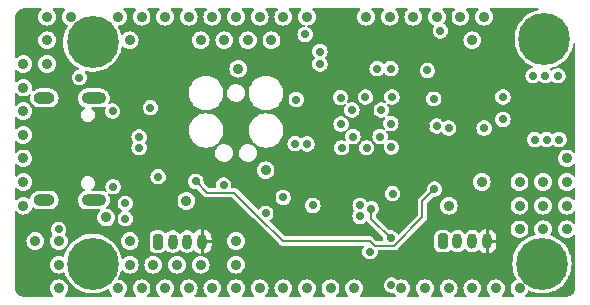
<source format=gbr>
%TF.GenerationSoftware,KiCad,Pcbnew,7.0.9*%
%TF.CreationDate,2024-03-07T22:07:38-08:00*%
%TF.ProjectId,stm32mc,73746d33-326d-4632-9e6b-696361645f70,rev?*%
%TF.SameCoordinates,PX2625a00PY510ff40*%
%TF.FileFunction,Copper,L4,Bot*%
%TF.FilePolarity,Positive*%
%FSLAX46Y46*%
G04 Gerber Fmt 4.6, Leading zero omitted, Abs format (unit mm)*
G04 Created by KiCad (PCBNEW 7.0.9) date 2024-03-07 22:07:38*
%MOMM*%
%LPD*%
G01*
G04 APERTURE LIST*
G04 Aperture macros list*
%AMRoundRect*
0 Rectangle with rounded corners*
0 $1 Rounding radius*
0 $2 $3 $4 $5 $6 $7 $8 $9 X,Y pos of 4 corners*
0 Add a 4 corners polygon primitive as box body*
4,1,4,$2,$3,$4,$5,$6,$7,$8,$9,$2,$3,0*
0 Add four circle primitives for the rounded corners*
1,1,$1+$1,$2,$3*
1,1,$1+$1,$4,$5*
1,1,$1+$1,$6,$7*
1,1,$1+$1,$8,$9*
0 Add four rect primitives between the rounded corners*
20,1,$1+$1,$2,$3,$4,$5,0*
20,1,$1+$1,$4,$5,$6,$7,0*
20,1,$1+$1,$6,$7,$8,$9,0*
20,1,$1+$1,$8,$9,$2,$3,0*%
G04 Aperture macros list end*
%TA.AperFunction,ComponentPad*%
%ADD10C,0.700000*%
%TD*%
%TA.AperFunction,ComponentPad*%
%ADD11C,4.400000*%
%TD*%
%TA.AperFunction,ComponentPad*%
%ADD12O,0.800000X1.300000*%
%TD*%
%TA.AperFunction,ComponentPad*%
%ADD13RoundRect,0.200000X-0.200000X-0.450000X0.200000X-0.450000X0.200000X0.450000X-0.200000X0.450000X0*%
%TD*%
%TA.AperFunction,ComponentPad*%
%ADD14O,2.100000X1.000000*%
%TD*%
%TA.AperFunction,ComponentPad*%
%ADD15O,1.800000X1.000000*%
%TD*%
%TA.AperFunction,ViaPad*%
%ADD16C,0.900000*%
%TD*%
%TA.AperFunction,ViaPad*%
%ADD17C,0.700000*%
%TD*%
%TA.AperFunction,Conductor*%
%ADD18C,0.190000*%
%TD*%
G04 APERTURE END LIST*
D10*
%TO.P,H4,1,1*%
%TO.N,GND*%
X46066726Y1916548D03*
X44900000Y4733274D03*
X43733274Y4250000D03*
X43250000Y3083274D03*
X46066726Y4250000D03*
X43733274Y1916548D03*
X44900000Y1433274D03*
D11*
X44900000Y3083274D03*
D10*
X46550000Y3083274D03*
%TD*%
%TO.P,H3,1,1*%
%TO.N,GND*%
X8016726Y1933274D03*
X6850000Y4750000D03*
X5683274Y4266726D03*
X5200000Y3100000D03*
X8016726Y4266726D03*
X5683274Y1933274D03*
X6850000Y1450000D03*
D11*
X6850000Y3100000D03*
D10*
X8500000Y3100000D03*
%TD*%
%TO.P,H2,1,1*%
%TO.N,GND*%
X8016726Y20666548D03*
X6850000Y23483274D03*
X5683274Y23000000D03*
X5200000Y21833274D03*
X8016726Y23000000D03*
X5683274Y20666548D03*
X6850000Y20183274D03*
D11*
X6850000Y21833274D03*
D10*
X8500000Y21833274D03*
%TD*%
%TO.P,H1,1,1*%
%TO.N,GND*%
X46733274Y22100000D03*
D11*
X45083274Y22100000D03*
D10*
X45083274Y20450000D03*
X43916548Y20933274D03*
X46250000Y23266726D03*
X43433274Y22100000D03*
X43916548Y23266726D03*
X45083274Y23750000D03*
X46250000Y20933274D03*
%TD*%
D12*
%TO.P,J4,4,Pin_4*%
%TO.N,+3.3V*%
X40250000Y5000000D03*
%TO.P,J4,3,Pin_3*%
%TO.N,/I2C_SDA*%
X39000000Y5000000D03*
%TO.P,J4,2,Pin_2*%
%TO.N,/I2C_SCL*%
X37750000Y5000000D03*
D13*
%TO.P,J4,1,Pin_1*%
%TO.N,GND*%
X36500000Y5000000D03*
%TD*%
%TO.P,J3,1,Pin_1*%
%TO.N,GND*%
X12375000Y4950000D03*
D12*
%TO.P,J3,2,Pin_2*%
%TO.N,/UART_TXC*%
X13625000Y4950000D03*
%TO.P,J3,3,Pin_3*%
%TO.N,/UART_RXC*%
X14875000Y4950000D03*
%TO.P,J3,4,Pin_4*%
%TO.N,+3.3V*%
X16125000Y4950000D03*
%TD*%
D14*
%TO.P,J1,S1,SHIELD*%
%TO.N,GND*%
X6955000Y17120000D03*
D15*
X2775000Y17120000D03*
D14*
X6955000Y8480000D03*
D15*
X2775000Y8480000D03*
%TD*%
D16*
%TO.N,GND*%
X14800000Y8400000D03*
X39800000Y10000000D03*
X19200000Y19600000D03*
X19000000Y5000000D03*
X19000000Y3000000D03*
X21500000Y11000000D03*
X37000000Y8000000D03*
X8000000Y7000000D03*
X10000000Y5000000D03*
X10000000Y3000000D03*
X12000000Y3000000D03*
X14000000Y3000000D03*
X16000000Y3000000D03*
X10000000Y22000000D03*
X22000000Y22000000D03*
X20000000Y22000000D03*
X18000000Y22000000D03*
X16000000Y22000000D03*
X5000000Y24000000D03*
X3000000Y24000000D03*
X3000000Y22000000D03*
X3000000Y20000000D03*
X1000000Y20000000D03*
X1000000Y18000000D03*
X1000000Y16000000D03*
X1000000Y14000000D03*
X1000000Y12000000D03*
X1000000Y10000000D03*
X1000000Y8000000D03*
X2000000Y5000000D03*
X4000000Y5000000D03*
X4000000Y3000000D03*
X4000000Y1000000D03*
X9000000Y1000000D03*
X11000000Y1000000D03*
X13000000Y1000000D03*
X15000000Y1000000D03*
X17000000Y1000000D03*
X19000000Y1000000D03*
X21000000Y1000000D03*
X23000000Y1000000D03*
X25000000Y1000000D03*
X27000000Y1000000D03*
X29000000Y1000000D03*
X33000000Y1000000D03*
X35000000Y1000000D03*
X37000000Y1000000D03*
X39000000Y1000000D03*
X41000000Y1000000D03*
X43000000Y1000000D03*
X43000000Y6000000D03*
X43000000Y8000000D03*
X43000000Y10000000D03*
X45000000Y10000000D03*
X45000000Y8000000D03*
X45000000Y6000000D03*
X47000000Y6000000D03*
X47000000Y8000000D03*
X47000000Y10000000D03*
X47000000Y12000000D03*
X39000000Y22000000D03*
X40000000Y24000000D03*
X38000000Y24000000D03*
X36000000Y24000000D03*
X34000000Y24000000D03*
X32000000Y24000000D03*
X30000000Y24000000D03*
X25000000Y24000000D03*
X23000000Y24000000D03*
X21000000Y24000000D03*
X19000000Y24000000D03*
X17000000Y24000000D03*
X15000000Y24000000D03*
X13000000Y24000000D03*
X11000000Y24000000D03*
X9000000Y24000000D03*
D17*
%TO.N,+3.3V*%
X18100000Y18900000D03*
X19850000Y2400000D03*
%TO.N,GND*%
X29500000Y7100000D03*
%TO.N,/LED_A*%
X15600000Y10050000D03*
X35800000Y9400000D03*
%TO.N,/BOOT0*%
X32100000Y5250000D03*
X30450000Y7750000D03*
%TO.N,+3.3V*%
X12925000Y7050000D03*
X12925000Y8050000D03*
%TO.N,GND*%
X46350000Y13600000D03*
X44300000Y13600000D03*
X44150000Y19000000D03*
X46250000Y19000000D03*
X8550000Y16000000D03*
X8600000Y9600000D03*
X11750000Y16300000D03*
%TO.N,+3.3V*%
X38000000Y11115000D03*
X35950000Y11065000D03*
X23000000Y10800000D03*
X23000000Y9850000D03*
X35050000Y14750000D03*
X26750000Y23650000D03*
X27700000Y23650000D03*
X31250000Y9000000D03*
X25100000Y15515000D03*
X35720000Y18000000D03*
%TO.N,GND*%
X36300000Y22800000D03*
X35200000Y19450000D03*
X28900000Y13850000D03*
X31200000Y13850000D03*
X30050000Y12900000D03*
X31300000Y16100000D03*
X28800000Y16100000D03*
X32100000Y14950000D03*
X32150000Y12950000D03*
X27950000Y12900000D03*
X27900000Y14900000D03*
X27850000Y17150000D03*
X32200000Y17200000D03*
X29950000Y17200000D03*
X32100000Y19600000D03*
X30950000Y19600000D03*
X30340000Y4100000D03*
X32160000Y1270000D03*
X9625000Y6900000D03*
X9625000Y8200000D03*
X10800000Y12900000D03*
X10800000Y13800000D03*
X12400000Y10450000D03*
X23000000Y8700000D03*
X45300000Y13600000D03*
X45200000Y19000000D03*
X41600000Y17200000D03*
X41600000Y15300000D03*
X24850000Y22500000D03*
X35980000Y14745000D03*
X3980000Y5995000D03*
X5745000Y18840000D03*
X17950000Y9755000D03*
X21515000Y7350000D03*
X24100000Y16985000D03*
X26100000Y20000000D03*
X26100000Y21050000D03*
X35735000Y17050000D03*
X40000000Y14565000D03*
X37000000Y14565000D03*
X29500000Y8015000D03*
X32250000Y9015000D03*
X25500000Y8015000D03*
X25000000Y13235000D03*
X24000000Y13250000D03*
%TD*%
D18*
%TO.N,/LED_A*%
X16540000Y9110000D02*
X15600000Y10050000D01*
X18840000Y9110000D02*
X16540000Y9110000D01*
X20700000Y7250000D02*
X18840000Y9110000D01*
X20702832Y7250000D02*
X20700000Y7250000D01*
X30350000Y5000000D02*
X22952832Y5000000D01*
X32367168Y4605000D02*
X30745000Y4605000D01*
X34770000Y7007832D02*
X32367168Y4605000D01*
X34770000Y8370000D02*
X34770000Y7007832D01*
X30745000Y4605000D02*
X30350000Y5000000D01*
X22952832Y5000000D02*
X20702832Y7250000D01*
X35800000Y9400000D02*
X34770000Y8370000D01*
%TO.N,/BOOT0*%
X30450000Y6900000D02*
X32100000Y5250000D01*
X30450000Y7750000D02*
X30450000Y6900000D01*
%TD*%
%TA.AperFunction,Conductor*%
%TO.N,+3.3V*%
G36*
X2507048Y24682187D02*
G01*
X2532358Y24638350D01*
X2523568Y24588500D01*
X2511811Y24573179D01*
X2437878Y24499245D01*
X2409520Y24470887D01*
X2409519Y24470886D01*
X2319544Y24327692D01*
X2263689Y24168068D01*
X2263687Y24168060D01*
X2244751Y24000000D01*
X2263687Y23831941D01*
X2263689Y23831933D01*
X2319544Y23672309D01*
X2409519Y23529115D01*
X2409521Y23529113D01*
X2409523Y23529110D01*
X2529110Y23409523D01*
X2529112Y23409522D01*
X2529114Y23409520D01*
X2672308Y23319545D01*
X2672310Y23319544D01*
X2708139Y23307007D01*
X2806334Y23272647D01*
X2831941Y23263687D01*
X3000000Y23244751D01*
X3168059Y23263687D01*
X3327690Y23319544D01*
X3470890Y23409523D01*
X3590477Y23529110D01*
X3680456Y23672310D01*
X3736313Y23831941D01*
X3755249Y24000000D01*
X3736313Y24168059D01*
X3680456Y24327690D01*
X3646209Y24382194D01*
X3590480Y24470886D01*
X3590478Y24470888D01*
X3590477Y24470890D01*
X3488191Y24573176D01*
X3466800Y24619050D01*
X3479901Y24667945D01*
X3521365Y24696979D01*
X3540518Y24699500D01*
X4459482Y24699500D01*
X4507048Y24682187D01*
X4532358Y24638350D01*
X4523568Y24588500D01*
X4511811Y24573179D01*
X4437878Y24499245D01*
X4409520Y24470887D01*
X4409519Y24470886D01*
X4319544Y24327692D01*
X4263689Y24168068D01*
X4263687Y24168060D01*
X4244751Y24000000D01*
X4263687Y23831941D01*
X4263689Y23831933D01*
X4319544Y23672309D01*
X4409519Y23529115D01*
X4409521Y23529113D01*
X4409523Y23529110D01*
X4529110Y23409523D01*
X4529112Y23409522D01*
X4529114Y23409520D01*
X4672309Y23319544D01*
X4714736Y23304698D01*
X4753915Y23272647D01*
X4763326Y23222911D01*
X4752777Y23195202D01*
X4695232Y23104522D01*
X4654459Y23040274D01*
X4654458Y23040272D01*
X4520494Y22755583D01*
X4520492Y22755579D01*
X4423272Y22456367D01*
X4423268Y22456351D01*
X4364314Y22147303D01*
X4364311Y22147280D01*
X4344556Y21833275D01*
X4344556Y21833274D01*
X4364311Y21519269D01*
X4364314Y21519246D01*
X4423268Y21210198D01*
X4423272Y21210182D01*
X4520492Y20910970D01*
X4520494Y20910966D01*
X4654463Y20626266D01*
X4823052Y20360612D01*
X5023606Y20118184D01*
X5023609Y20118182D01*
X5023610Y20118180D01*
X5252970Y19902796D01*
X5349027Y19833007D01*
X5495297Y19726735D01*
X5507516Y19717858D01*
X5675997Y19625234D01*
X5709338Y19587149D01*
X5710398Y19536541D01*
X5678680Y19497092D01*
X5658055Y19488539D01*
X5512633Y19452696D01*
X5372761Y19379284D01*
X5254516Y19274530D01*
X5164779Y19144522D01*
X5164778Y19144522D01*
X5108764Y18996823D01*
X5108761Y18996809D01*
X5089722Y18840004D01*
X5089722Y18839997D01*
X5108761Y18683192D01*
X5108764Y18683178D01*
X5164778Y18535479D01*
X5254516Y18405471D01*
X5254517Y18405470D01*
X5372760Y18300717D01*
X5512635Y18227304D01*
X5666015Y18189500D01*
X5666019Y18189500D01*
X5823981Y18189500D01*
X5823985Y18189500D01*
X5977365Y18227304D01*
X6117240Y18300717D01*
X6235483Y18405470D01*
X6325220Y18535477D01*
X6381237Y18683182D01*
X6389987Y18755249D01*
X6400278Y18839997D01*
X6400278Y18840004D01*
X6381238Y18996809D01*
X6381237Y18996818D01*
X6373213Y19017975D01*
X6325221Y19144522D01*
X6242967Y19263687D01*
X6235483Y19274530D01*
X6235481Y19274531D01*
X6234773Y19275558D01*
X6222001Y19324539D01*
X6243700Y19370271D01*
X6289719Y19391355D01*
X6314073Y19389271D01*
X6380527Y19372208D01*
X6692682Y19332774D01*
X6692683Y19332774D01*
X7007317Y19332774D01*
X7007318Y19332774D01*
X7319473Y19372208D01*
X7624225Y19450455D01*
X7624232Y19450458D01*
X7624239Y19450460D01*
X7767163Y19507048D01*
X7916766Y19566280D01*
X7978102Y19600000D01*
X18444751Y19600000D01*
X18463687Y19431941D01*
X18463689Y19431933D01*
X18519544Y19272309D01*
X18609519Y19129115D01*
X18609521Y19129113D01*
X18609523Y19129110D01*
X18729110Y19009523D01*
X18729112Y19009522D01*
X18729114Y19009520D01*
X18872308Y18919545D01*
X18872310Y18919544D01*
X19031941Y18863687D01*
X19200000Y18844751D01*
X19368059Y18863687D01*
X19527690Y18919544D01*
X19670890Y19009523D01*
X19790477Y19129110D01*
X19880456Y19272310D01*
X19936313Y19431941D01*
X19955249Y19600000D01*
X19936313Y19768059D01*
X19880456Y19927690D01*
X19880455Y19927692D01*
X19835023Y19999997D01*
X25444722Y19999997D01*
X25463761Y19843192D01*
X25463764Y19843178D01*
X25519778Y19695479D01*
X25594553Y19587149D01*
X25609517Y19565470D01*
X25727760Y19460717D01*
X25867635Y19387304D01*
X26021015Y19349500D01*
X26021019Y19349500D01*
X26178981Y19349500D01*
X26178985Y19349500D01*
X26332365Y19387304D01*
X26472240Y19460717D01*
X26590483Y19565470D01*
X26614315Y19599997D01*
X30294722Y19599997D01*
X30313761Y19443192D01*
X30313764Y19443178D01*
X30369778Y19295479D01*
X30459516Y19165471D01*
X30459517Y19165470D01*
X30577760Y19060717D01*
X30717635Y18987304D01*
X30871015Y18949500D01*
X30871019Y18949500D01*
X31028981Y18949500D01*
X31028985Y18949500D01*
X31182365Y18987304D01*
X31322240Y19060717D01*
X31440483Y19165470D01*
X31464099Y19199685D01*
X31505367Y19228996D01*
X31555822Y19224924D01*
X31585901Y19199684D01*
X31609515Y19165472D01*
X31609516Y19165471D01*
X31609517Y19165470D01*
X31727760Y19060717D01*
X31867635Y18987304D01*
X32021015Y18949500D01*
X32021019Y18949500D01*
X32178981Y18949500D01*
X32178985Y18949500D01*
X32332365Y18987304D01*
X32472240Y19060717D01*
X32590483Y19165470D01*
X32680220Y19295477D01*
X32683651Y19304522D01*
X32700709Y19349501D01*
X32736237Y19443182D01*
X32737064Y19449997D01*
X34544722Y19449997D01*
X34563761Y19293192D01*
X34563764Y19293178D01*
X34619778Y19145479D01*
X34631077Y19129110D01*
X34709517Y19015470D01*
X34827760Y18910717D01*
X34967635Y18837304D01*
X35121015Y18799500D01*
X35121019Y18799500D01*
X35278981Y18799500D01*
X35278985Y18799500D01*
X35432365Y18837304D01*
X35572240Y18910717D01*
X35690483Y19015470D01*
X35780220Y19145477D01*
X35836237Y19293182D01*
X35845833Y19372209D01*
X35855278Y19449997D01*
X35855278Y19450004D01*
X35838625Y19587149D01*
X35836237Y19606818D01*
X35802613Y19695477D01*
X35780221Y19754522D01*
X35690483Y19884530D01*
X35641765Y19927690D01*
X35572240Y19989283D01*
X35560139Y19995634D01*
X35432366Y20062696D01*
X35278987Y20100500D01*
X35278985Y20100500D01*
X35121015Y20100500D01*
X35121012Y20100500D01*
X34967633Y20062696D01*
X34827761Y19989284D01*
X34709516Y19884530D01*
X34619779Y19754522D01*
X34619778Y19754522D01*
X34563764Y19606823D01*
X34563761Y19606809D01*
X34544722Y19450004D01*
X34544722Y19449997D01*
X32737064Y19449997D01*
X32746537Y19528013D01*
X32755278Y19599997D01*
X32755278Y19600004D01*
X32736238Y19756809D01*
X32736237Y19756818D01*
X32707343Y19833006D01*
X32680221Y19904522D01*
X32590483Y20034530D01*
X32549445Y20070886D01*
X32472240Y20139283D01*
X32460139Y20145634D01*
X32332366Y20212696D01*
X32178987Y20250500D01*
X32178985Y20250500D01*
X32021015Y20250500D01*
X32021012Y20250500D01*
X31867633Y20212696D01*
X31727761Y20139284D01*
X31609515Y20034529D01*
X31609513Y20034527D01*
X31585900Y20000317D01*
X31544631Y19971005D01*
X31494176Y19975079D01*
X31464100Y20000317D01*
X31440486Y20034527D01*
X31440484Y20034529D01*
X31440483Y20034530D01*
X31322240Y20139283D01*
X31310139Y20145634D01*
X31182366Y20212696D01*
X31028987Y20250500D01*
X31028985Y20250500D01*
X30871015Y20250500D01*
X30871012Y20250500D01*
X30717633Y20212696D01*
X30577761Y20139284D01*
X30459516Y20034530D01*
X30369779Y19904522D01*
X30369778Y19904522D01*
X30313764Y19756823D01*
X30313761Y19756809D01*
X30294722Y19600004D01*
X30294722Y19599997D01*
X26614315Y19599997D01*
X26680220Y19695477D01*
X26688451Y19717179D01*
X26703480Y19756809D01*
X26736237Y19843182D01*
X26746498Y19927692D01*
X26755278Y19999997D01*
X26755278Y20000004D01*
X26736238Y20156809D01*
X26736237Y20156818D01*
X26715045Y20212696D01*
X26680221Y20304522D01*
X26590483Y20434530D01*
X26550885Y20469610D01*
X26526762Y20514111D01*
X26536886Y20563707D01*
X26550885Y20580390D01*
X26562271Y20590477D01*
X26590483Y20615470D01*
X26680220Y20745477D01*
X26736237Y20893182D01*
X26755278Y21050000D01*
X26736237Y21206818D01*
X26721851Y21244752D01*
X26680221Y21354522D01*
X26590483Y21484530D01*
X26577837Y21495733D01*
X26472240Y21589283D01*
X26460139Y21595634D01*
X26332366Y21662696D01*
X26178987Y21700500D01*
X26178985Y21700500D01*
X26021015Y21700500D01*
X26021012Y21700500D01*
X25867633Y21662696D01*
X25727761Y21589284D01*
X25609516Y21484530D01*
X25519779Y21354522D01*
X25519778Y21354522D01*
X25463764Y21206823D01*
X25463761Y21206809D01*
X25444722Y21050004D01*
X25444722Y21049997D01*
X25463761Y20893192D01*
X25463764Y20893178D01*
X25519778Y20745479D01*
X25562224Y20683986D01*
X25609517Y20615470D01*
X25637724Y20590481D01*
X25649114Y20580390D01*
X25673238Y20535888D01*
X25663112Y20486293D01*
X25649114Y20469610D01*
X25609517Y20434530D01*
X25519779Y20304522D01*
X25519778Y20304522D01*
X25463764Y20156823D01*
X25463761Y20156809D01*
X25444722Y20000004D01*
X25444722Y19999997D01*
X19835023Y19999997D01*
X19790480Y20070886D01*
X19790478Y20070888D01*
X19790477Y20070890D01*
X19670890Y20190477D01*
X19670887Y20190479D01*
X19670885Y20190481D01*
X19527691Y20280456D01*
X19368067Y20336311D01*
X19368059Y20336313D01*
X19200000Y20355249D01*
X19031940Y20336313D01*
X19031932Y20336311D01*
X18872308Y20280456D01*
X18729114Y20190481D01*
X18609519Y20070886D01*
X18519544Y19927692D01*
X18463689Y19768068D01*
X18463687Y19768060D01*
X18444751Y19600000D01*
X7978102Y19600000D01*
X8192484Y19717858D01*
X8447030Y19902796D01*
X8676390Y20118180D01*
X8876947Y20360611D01*
X9045537Y20626267D01*
X9179503Y20910959D01*
X9224680Y21049997D01*
X9276727Y21210182D01*
X9276727Y21210185D01*
X9276731Y21210195D01*
X9322906Y21452253D01*
X9348825Y21495733D01*
X9396628Y21512380D01*
X9443948Y21494405D01*
X9447906Y21490727D01*
X9529110Y21409523D01*
X9529112Y21409522D01*
X9529114Y21409520D01*
X9616643Y21354522D01*
X9672310Y21319544D01*
X9831941Y21263687D01*
X10000000Y21244751D01*
X10168059Y21263687D01*
X10327690Y21319544D01*
X10470890Y21409523D01*
X10590477Y21529110D01*
X10680456Y21672310D01*
X10736313Y21831941D01*
X10755249Y22000000D01*
X15244751Y22000000D01*
X15263687Y21831941D01*
X15263689Y21831933D01*
X15319544Y21672309D01*
X15409519Y21529115D01*
X15409521Y21529113D01*
X15409523Y21529110D01*
X15529110Y21409523D01*
X15529112Y21409522D01*
X15529114Y21409520D01*
X15616643Y21354522D01*
X15672310Y21319544D01*
X15831941Y21263687D01*
X16000000Y21244751D01*
X16168059Y21263687D01*
X16327690Y21319544D01*
X16470890Y21409523D01*
X16590477Y21529110D01*
X16680456Y21672310D01*
X16736313Y21831941D01*
X16755249Y22000000D01*
X17244751Y22000000D01*
X17263687Y21831941D01*
X17263689Y21831933D01*
X17319544Y21672309D01*
X17409519Y21529115D01*
X17409521Y21529113D01*
X17409523Y21529110D01*
X17529110Y21409523D01*
X17529112Y21409522D01*
X17529114Y21409520D01*
X17616643Y21354522D01*
X17672310Y21319544D01*
X17831941Y21263687D01*
X18000000Y21244751D01*
X18168059Y21263687D01*
X18327690Y21319544D01*
X18470890Y21409523D01*
X18590477Y21529110D01*
X18680456Y21672310D01*
X18736313Y21831941D01*
X18755249Y22000000D01*
X19244751Y22000000D01*
X19263687Y21831941D01*
X19263689Y21831933D01*
X19319544Y21672309D01*
X19409519Y21529115D01*
X19409521Y21529113D01*
X19409523Y21529110D01*
X19529110Y21409523D01*
X19529112Y21409522D01*
X19529114Y21409520D01*
X19616643Y21354522D01*
X19672310Y21319544D01*
X19831941Y21263687D01*
X20000000Y21244751D01*
X20168059Y21263687D01*
X20327690Y21319544D01*
X20470890Y21409523D01*
X20590477Y21529110D01*
X20680456Y21672310D01*
X20736313Y21831941D01*
X20755249Y22000000D01*
X21244751Y22000000D01*
X21263687Y21831941D01*
X21263689Y21831933D01*
X21319544Y21672309D01*
X21409519Y21529115D01*
X21409521Y21529113D01*
X21409523Y21529110D01*
X21529110Y21409523D01*
X21529112Y21409522D01*
X21529114Y21409520D01*
X21616643Y21354522D01*
X21672310Y21319544D01*
X21831941Y21263687D01*
X22000000Y21244751D01*
X22168059Y21263687D01*
X22327690Y21319544D01*
X22470890Y21409523D01*
X22590477Y21529110D01*
X22680456Y21672310D01*
X22736313Y21831941D01*
X22755249Y22000000D01*
X22736313Y22168059D01*
X22680456Y22327690D01*
X22670722Y22343182D01*
X22590480Y22470886D01*
X22590478Y22470888D01*
X22590477Y22470890D01*
X22470890Y22590477D01*
X22470887Y22590479D01*
X22470885Y22590481D01*
X22327691Y22680456D01*
X22168067Y22736311D01*
X22168059Y22736313D01*
X22000000Y22755249D01*
X21831940Y22736313D01*
X21831932Y22736311D01*
X21672308Y22680456D01*
X21529114Y22590481D01*
X21409519Y22470886D01*
X21319544Y22327692D01*
X21263689Y22168068D01*
X21263687Y22168060D01*
X21244751Y22000000D01*
X20755249Y22000000D01*
X20736313Y22168059D01*
X20680456Y22327690D01*
X20670722Y22343182D01*
X20590480Y22470886D01*
X20590478Y22470888D01*
X20590477Y22470890D01*
X20470890Y22590477D01*
X20470887Y22590479D01*
X20470885Y22590481D01*
X20327691Y22680456D01*
X20168067Y22736311D01*
X20168059Y22736313D01*
X20000000Y22755249D01*
X19831940Y22736313D01*
X19831932Y22736311D01*
X19672308Y22680456D01*
X19529114Y22590481D01*
X19409519Y22470886D01*
X19319544Y22327692D01*
X19263689Y22168068D01*
X19263687Y22168060D01*
X19244751Y22000000D01*
X18755249Y22000000D01*
X18736313Y22168059D01*
X18680456Y22327690D01*
X18670722Y22343182D01*
X18590480Y22470886D01*
X18590478Y22470888D01*
X18590477Y22470890D01*
X18470890Y22590477D01*
X18470887Y22590479D01*
X18470885Y22590481D01*
X18327691Y22680456D01*
X18168067Y22736311D01*
X18168059Y22736313D01*
X18000000Y22755249D01*
X17831940Y22736313D01*
X17831932Y22736311D01*
X17672308Y22680456D01*
X17529114Y22590481D01*
X17409519Y22470886D01*
X17319544Y22327692D01*
X17263689Y22168068D01*
X17263687Y22168060D01*
X17244751Y22000000D01*
X16755249Y22000000D01*
X16736313Y22168059D01*
X16680456Y22327690D01*
X16670722Y22343182D01*
X16590480Y22470886D01*
X16590478Y22470888D01*
X16590477Y22470890D01*
X16470890Y22590477D01*
X16470887Y22590479D01*
X16470885Y22590481D01*
X16327691Y22680456D01*
X16168067Y22736311D01*
X16168059Y22736313D01*
X16000000Y22755249D01*
X15831940Y22736313D01*
X15831932Y22736311D01*
X15672308Y22680456D01*
X15529114Y22590481D01*
X15409519Y22470886D01*
X15319544Y22327692D01*
X15263689Y22168068D01*
X15263687Y22168060D01*
X15244751Y22000000D01*
X10755249Y22000000D01*
X10736313Y22168059D01*
X10680456Y22327690D01*
X10670722Y22343182D01*
X10590480Y22470886D01*
X10590478Y22470888D01*
X10590477Y22470890D01*
X10470890Y22590477D01*
X10470887Y22590479D01*
X10470885Y22590481D01*
X10327691Y22680456D01*
X10168067Y22736311D01*
X10168059Y22736313D01*
X10000000Y22755249D01*
X9831940Y22736313D01*
X9831932Y22736311D01*
X9672308Y22680456D01*
X9529114Y22590481D01*
X9409521Y22470888D01*
X9403035Y22460565D01*
X9363068Y22429501D01*
X9312484Y22431395D01*
X9274953Y22465361D01*
X9270000Y22477070D01*
X9179507Y22755579D01*
X9179505Y22755583D01*
X9179504Y22755584D01*
X9179503Y22755589D01*
X9045537Y23040281D01*
X8984815Y23135964D01*
X8973946Y23185399D01*
X8997397Y23230257D01*
X9039008Y23249147D01*
X9168059Y23263687D01*
X9327690Y23319544D01*
X9470890Y23409523D01*
X9590477Y23529110D01*
X9680456Y23672310D01*
X9736313Y23831941D01*
X9755249Y24000000D01*
X9736313Y24168059D01*
X9680456Y24327690D01*
X9646209Y24382194D01*
X9590480Y24470886D01*
X9590478Y24470888D01*
X9590477Y24470890D01*
X9488191Y24573176D01*
X9466800Y24619050D01*
X9479901Y24667945D01*
X9521365Y24696979D01*
X9540518Y24699500D01*
X10459482Y24699500D01*
X10507048Y24682187D01*
X10532358Y24638350D01*
X10523568Y24588500D01*
X10511811Y24573179D01*
X10437878Y24499245D01*
X10409520Y24470887D01*
X10409519Y24470886D01*
X10319544Y24327692D01*
X10263689Y24168068D01*
X10263687Y24168060D01*
X10244751Y24000000D01*
X10263687Y23831941D01*
X10263689Y23831933D01*
X10319544Y23672309D01*
X10409519Y23529115D01*
X10409521Y23529113D01*
X10409523Y23529110D01*
X10529110Y23409523D01*
X10529112Y23409522D01*
X10529114Y23409520D01*
X10672308Y23319545D01*
X10672310Y23319544D01*
X10708139Y23307007D01*
X10806334Y23272647D01*
X10831941Y23263687D01*
X11000000Y23244751D01*
X11168059Y23263687D01*
X11327690Y23319544D01*
X11470890Y23409523D01*
X11590477Y23529110D01*
X11680456Y23672310D01*
X11736313Y23831941D01*
X11755249Y24000000D01*
X11736313Y24168059D01*
X11680456Y24327690D01*
X11646209Y24382194D01*
X11590480Y24470886D01*
X11590478Y24470888D01*
X11590477Y24470890D01*
X11488191Y24573176D01*
X11466800Y24619050D01*
X11479901Y24667945D01*
X11521365Y24696979D01*
X11540518Y24699500D01*
X12459482Y24699500D01*
X12507048Y24682187D01*
X12532358Y24638350D01*
X12523568Y24588500D01*
X12511811Y24573179D01*
X12437878Y24499245D01*
X12409520Y24470887D01*
X12409519Y24470886D01*
X12319544Y24327692D01*
X12263689Y24168068D01*
X12263687Y24168060D01*
X12244751Y24000000D01*
X12263687Y23831941D01*
X12263689Y23831933D01*
X12319544Y23672309D01*
X12409519Y23529115D01*
X12409521Y23529113D01*
X12409523Y23529110D01*
X12529110Y23409523D01*
X12529112Y23409522D01*
X12529114Y23409520D01*
X12672308Y23319545D01*
X12672310Y23319544D01*
X12708139Y23307007D01*
X12806334Y23272647D01*
X12831941Y23263687D01*
X13000000Y23244751D01*
X13168059Y23263687D01*
X13327690Y23319544D01*
X13470890Y23409523D01*
X13590477Y23529110D01*
X13680456Y23672310D01*
X13736313Y23831941D01*
X13755249Y24000000D01*
X13736313Y24168059D01*
X13680456Y24327690D01*
X13646209Y24382194D01*
X13590480Y24470886D01*
X13590478Y24470888D01*
X13590477Y24470890D01*
X13488191Y24573176D01*
X13466800Y24619050D01*
X13479901Y24667945D01*
X13521365Y24696979D01*
X13540518Y24699500D01*
X14459482Y24699500D01*
X14507048Y24682187D01*
X14532358Y24638350D01*
X14523568Y24588500D01*
X14511811Y24573179D01*
X14437878Y24499245D01*
X14409520Y24470887D01*
X14409519Y24470886D01*
X14319544Y24327692D01*
X14263689Y24168068D01*
X14263687Y24168060D01*
X14244751Y24000000D01*
X14263687Y23831941D01*
X14263689Y23831933D01*
X14319544Y23672309D01*
X14409519Y23529115D01*
X14409521Y23529113D01*
X14409523Y23529110D01*
X14529110Y23409523D01*
X14529112Y23409522D01*
X14529114Y23409520D01*
X14672308Y23319545D01*
X14672310Y23319544D01*
X14708139Y23307007D01*
X14806334Y23272647D01*
X14831941Y23263687D01*
X15000000Y23244751D01*
X15168059Y23263687D01*
X15327690Y23319544D01*
X15470890Y23409523D01*
X15590477Y23529110D01*
X15680456Y23672310D01*
X15736313Y23831941D01*
X15755249Y24000000D01*
X15736313Y24168059D01*
X15680456Y24327690D01*
X15646209Y24382194D01*
X15590480Y24470886D01*
X15590478Y24470888D01*
X15590477Y24470890D01*
X15488191Y24573176D01*
X15466800Y24619050D01*
X15479901Y24667945D01*
X15521365Y24696979D01*
X15540518Y24699500D01*
X16459482Y24699500D01*
X16507048Y24682187D01*
X16532358Y24638350D01*
X16523568Y24588500D01*
X16511811Y24573179D01*
X16437878Y24499245D01*
X16409520Y24470887D01*
X16409519Y24470886D01*
X16319544Y24327692D01*
X16263689Y24168068D01*
X16263687Y24168060D01*
X16244751Y24000000D01*
X16263687Y23831941D01*
X16263689Y23831933D01*
X16319544Y23672309D01*
X16409519Y23529115D01*
X16409521Y23529113D01*
X16409523Y23529110D01*
X16529110Y23409523D01*
X16529112Y23409522D01*
X16529114Y23409520D01*
X16672308Y23319545D01*
X16672310Y23319544D01*
X16708139Y23307007D01*
X16806334Y23272647D01*
X16831941Y23263687D01*
X17000000Y23244751D01*
X17168059Y23263687D01*
X17327690Y23319544D01*
X17470890Y23409523D01*
X17590477Y23529110D01*
X17680456Y23672310D01*
X17736313Y23831941D01*
X17755249Y24000000D01*
X17736313Y24168059D01*
X17680456Y24327690D01*
X17646209Y24382194D01*
X17590480Y24470886D01*
X17590478Y24470888D01*
X17590477Y24470890D01*
X17488191Y24573176D01*
X17466800Y24619050D01*
X17479901Y24667945D01*
X17521365Y24696979D01*
X17540518Y24699500D01*
X18459482Y24699500D01*
X18507048Y24682187D01*
X18532358Y24638350D01*
X18523568Y24588500D01*
X18511811Y24573179D01*
X18437878Y24499245D01*
X18409520Y24470887D01*
X18409519Y24470886D01*
X18319544Y24327692D01*
X18263689Y24168068D01*
X18263687Y24168060D01*
X18244751Y24000000D01*
X18263687Y23831941D01*
X18263689Y23831933D01*
X18319544Y23672309D01*
X18409519Y23529115D01*
X18409521Y23529113D01*
X18409523Y23529110D01*
X18529110Y23409523D01*
X18529112Y23409522D01*
X18529114Y23409520D01*
X18672308Y23319545D01*
X18672310Y23319544D01*
X18708139Y23307007D01*
X18806334Y23272647D01*
X18831941Y23263687D01*
X19000000Y23244751D01*
X19168059Y23263687D01*
X19327690Y23319544D01*
X19470890Y23409523D01*
X19590477Y23529110D01*
X19680456Y23672310D01*
X19736313Y23831941D01*
X19755249Y24000000D01*
X19736313Y24168059D01*
X19680456Y24327690D01*
X19646209Y24382194D01*
X19590480Y24470886D01*
X19590478Y24470888D01*
X19590477Y24470890D01*
X19488191Y24573176D01*
X19466800Y24619050D01*
X19479901Y24667945D01*
X19521365Y24696979D01*
X19540518Y24699500D01*
X20459482Y24699500D01*
X20507048Y24682187D01*
X20532358Y24638350D01*
X20523568Y24588500D01*
X20511811Y24573179D01*
X20437878Y24499245D01*
X20409520Y24470887D01*
X20409519Y24470886D01*
X20319544Y24327692D01*
X20263689Y24168068D01*
X20263687Y24168060D01*
X20244751Y24000000D01*
X20263687Y23831941D01*
X20263689Y23831933D01*
X20319544Y23672309D01*
X20409519Y23529115D01*
X20409521Y23529113D01*
X20409523Y23529110D01*
X20529110Y23409523D01*
X20529112Y23409522D01*
X20529114Y23409520D01*
X20672308Y23319545D01*
X20672310Y23319544D01*
X20708139Y23307007D01*
X20806334Y23272647D01*
X20831941Y23263687D01*
X21000000Y23244751D01*
X21168059Y23263687D01*
X21327690Y23319544D01*
X21470890Y23409523D01*
X21590477Y23529110D01*
X21680456Y23672310D01*
X21736313Y23831941D01*
X21755249Y24000000D01*
X21736313Y24168059D01*
X21680456Y24327690D01*
X21646209Y24382194D01*
X21590480Y24470886D01*
X21590478Y24470888D01*
X21590477Y24470890D01*
X21488191Y24573176D01*
X21466800Y24619050D01*
X21479901Y24667945D01*
X21521365Y24696979D01*
X21540518Y24699500D01*
X22459482Y24699500D01*
X22507048Y24682187D01*
X22532358Y24638350D01*
X22523568Y24588500D01*
X22511811Y24573179D01*
X22437878Y24499245D01*
X22409520Y24470887D01*
X22409519Y24470886D01*
X22319544Y24327692D01*
X22263689Y24168068D01*
X22263687Y24168060D01*
X22244751Y24000000D01*
X22263687Y23831941D01*
X22263689Y23831933D01*
X22319544Y23672309D01*
X22409519Y23529115D01*
X22409521Y23529113D01*
X22409523Y23529110D01*
X22529110Y23409523D01*
X22529112Y23409522D01*
X22529114Y23409520D01*
X22672308Y23319545D01*
X22672310Y23319544D01*
X22708139Y23307007D01*
X22806334Y23272647D01*
X22831941Y23263687D01*
X23000000Y23244751D01*
X23168059Y23263687D01*
X23327690Y23319544D01*
X23470890Y23409523D01*
X23590477Y23529110D01*
X23680456Y23672310D01*
X23736313Y23831941D01*
X23755249Y24000000D01*
X23736313Y24168059D01*
X23680456Y24327690D01*
X23646209Y24382194D01*
X23590480Y24470886D01*
X23590478Y24470888D01*
X23590477Y24470890D01*
X23488191Y24573176D01*
X23466800Y24619050D01*
X23479901Y24667945D01*
X23521365Y24696979D01*
X23540518Y24699500D01*
X24459482Y24699500D01*
X24507048Y24682187D01*
X24532358Y24638350D01*
X24523568Y24588500D01*
X24511811Y24573179D01*
X24437878Y24499245D01*
X24409520Y24470887D01*
X24409519Y24470886D01*
X24319544Y24327692D01*
X24263689Y24168068D01*
X24263687Y24168060D01*
X24244751Y24000000D01*
X24263687Y23831941D01*
X24263689Y23831933D01*
X24319544Y23672309D01*
X24409519Y23529115D01*
X24409521Y23529113D01*
X24409523Y23529110D01*
X24529110Y23409523D01*
X24529112Y23409522D01*
X24529114Y23409520D01*
X24672305Y23319546D01*
X24672309Y23319545D01*
X24672310Y23319544D01*
X24761738Y23288252D01*
X24800916Y23256201D01*
X24810327Y23206465D01*
X24785567Y23162315D01*
X24755006Y23146555D01*
X24617633Y23112696D01*
X24477761Y23039284D01*
X24359516Y22934530D01*
X24269779Y22804522D01*
X24269778Y22804522D01*
X24213764Y22656823D01*
X24213761Y22656809D01*
X24194722Y22500004D01*
X24194722Y22499997D01*
X24213761Y22343192D01*
X24213764Y22343178D01*
X24269778Y22195479D01*
X24359516Y22065471D01*
X24359517Y22065470D01*
X24477760Y21960717D01*
X24617635Y21887304D01*
X24771015Y21849500D01*
X24771019Y21849500D01*
X24928981Y21849500D01*
X24928985Y21849500D01*
X25082365Y21887304D01*
X25222240Y21960717D01*
X25266582Y22000000D01*
X38244751Y22000000D01*
X38263687Y21831941D01*
X38263689Y21831933D01*
X38319544Y21672309D01*
X38409519Y21529115D01*
X38409521Y21529113D01*
X38409523Y21529110D01*
X38529110Y21409523D01*
X38529112Y21409522D01*
X38529114Y21409520D01*
X38616643Y21354522D01*
X38672310Y21319544D01*
X38831941Y21263687D01*
X39000000Y21244751D01*
X39168059Y21263687D01*
X39327690Y21319544D01*
X39470890Y21409523D01*
X39590477Y21529110D01*
X39680456Y21672310D01*
X39736313Y21831941D01*
X39755249Y22000000D01*
X39736313Y22168059D01*
X39680456Y22327690D01*
X39670722Y22343182D01*
X39590480Y22470886D01*
X39590478Y22470888D01*
X39590477Y22470890D01*
X39470890Y22590477D01*
X39470887Y22590479D01*
X39470885Y22590481D01*
X39327691Y22680456D01*
X39168067Y22736311D01*
X39168059Y22736313D01*
X39000000Y22755249D01*
X38831940Y22736313D01*
X38831932Y22736311D01*
X38672308Y22680456D01*
X38529114Y22590481D01*
X38409519Y22470886D01*
X38319544Y22327692D01*
X38263689Y22168068D01*
X38263687Y22168060D01*
X38244751Y22000000D01*
X25266582Y22000000D01*
X25340483Y22065470D01*
X25430220Y22195477D01*
X25486237Y22343182D01*
X25499978Y22456351D01*
X25505278Y22499997D01*
X25505278Y22500004D01*
X25486238Y22656809D01*
X25486237Y22656818D01*
X25477272Y22680456D01*
X25430221Y22804522D01*
X25340483Y22934530D01*
X25241404Y23022305D01*
X25222240Y23039283D01*
X25215287Y23042933D01*
X25082363Y23112698D01*
X25081070Y23113188D01*
X25080512Y23113669D01*
X25078401Y23114777D01*
X25078658Y23115268D01*
X25042738Y23146247D01*
X25034624Y23196212D01*
X25060525Y23239702D01*
X25099029Y23255910D01*
X25168059Y23263687D01*
X25327690Y23319544D01*
X25470890Y23409523D01*
X25590477Y23529110D01*
X25680456Y23672310D01*
X25736313Y23831941D01*
X25755249Y24000000D01*
X25736313Y24168059D01*
X25680456Y24327690D01*
X25646209Y24382194D01*
X25590480Y24470886D01*
X25590478Y24470888D01*
X25590477Y24470890D01*
X25488191Y24573176D01*
X25466800Y24619050D01*
X25479901Y24667945D01*
X25521365Y24696979D01*
X25540518Y24699500D01*
X27943827Y24699500D01*
X29459482Y24699500D01*
X29507048Y24682187D01*
X29532358Y24638350D01*
X29523568Y24588500D01*
X29511811Y24573179D01*
X29437878Y24499245D01*
X29409520Y24470887D01*
X29409519Y24470886D01*
X29319544Y24327692D01*
X29263689Y24168068D01*
X29263687Y24168060D01*
X29244751Y24000000D01*
X29263687Y23831941D01*
X29263689Y23831933D01*
X29319544Y23672309D01*
X29409519Y23529115D01*
X29409521Y23529113D01*
X29409523Y23529110D01*
X29529110Y23409523D01*
X29529112Y23409522D01*
X29529114Y23409520D01*
X29672308Y23319545D01*
X29672310Y23319544D01*
X29708139Y23307007D01*
X29806334Y23272647D01*
X29831941Y23263687D01*
X30000000Y23244751D01*
X30168059Y23263687D01*
X30327690Y23319544D01*
X30470890Y23409523D01*
X30590477Y23529110D01*
X30680456Y23672310D01*
X30736313Y23831941D01*
X30755249Y24000000D01*
X30736313Y24168059D01*
X30680456Y24327690D01*
X30646209Y24382194D01*
X30590480Y24470886D01*
X30590478Y24470888D01*
X30590477Y24470890D01*
X30488191Y24573176D01*
X30466800Y24619050D01*
X30479901Y24667945D01*
X30521365Y24696979D01*
X30540518Y24699500D01*
X31459482Y24699500D01*
X31507048Y24682187D01*
X31532358Y24638350D01*
X31523568Y24588500D01*
X31511811Y24573179D01*
X31437878Y24499245D01*
X31409520Y24470887D01*
X31409519Y24470886D01*
X31319544Y24327692D01*
X31263689Y24168068D01*
X31263687Y24168060D01*
X31244751Y24000000D01*
X31263687Y23831941D01*
X31263689Y23831933D01*
X31319544Y23672309D01*
X31409519Y23529115D01*
X31409521Y23529113D01*
X31409523Y23529110D01*
X31529110Y23409523D01*
X31529112Y23409522D01*
X31529114Y23409520D01*
X31672308Y23319545D01*
X31672310Y23319544D01*
X31708139Y23307007D01*
X31806334Y23272647D01*
X31831941Y23263687D01*
X32000000Y23244751D01*
X32168059Y23263687D01*
X32327690Y23319544D01*
X32470890Y23409523D01*
X32590477Y23529110D01*
X32680456Y23672310D01*
X32736313Y23831941D01*
X32755249Y24000000D01*
X32736313Y24168059D01*
X32680456Y24327690D01*
X32646209Y24382194D01*
X32590480Y24470886D01*
X32590478Y24470888D01*
X32590477Y24470890D01*
X32488191Y24573176D01*
X32466800Y24619050D01*
X32479901Y24667945D01*
X32521365Y24696979D01*
X32540518Y24699500D01*
X33459482Y24699500D01*
X33507048Y24682187D01*
X33532358Y24638350D01*
X33523568Y24588500D01*
X33511811Y24573179D01*
X33437878Y24499245D01*
X33409520Y24470887D01*
X33409519Y24470886D01*
X33319544Y24327692D01*
X33263689Y24168068D01*
X33263687Y24168060D01*
X33244751Y24000000D01*
X33263687Y23831941D01*
X33263689Y23831933D01*
X33319544Y23672309D01*
X33409519Y23529115D01*
X33409521Y23529113D01*
X33409523Y23529110D01*
X33529110Y23409523D01*
X33529112Y23409522D01*
X33529114Y23409520D01*
X33672308Y23319545D01*
X33672310Y23319544D01*
X33708139Y23307007D01*
X33806334Y23272647D01*
X33831941Y23263687D01*
X34000000Y23244751D01*
X34168059Y23263687D01*
X34327690Y23319544D01*
X34470890Y23409523D01*
X34590477Y23529110D01*
X34680456Y23672310D01*
X34736313Y23831941D01*
X34755249Y24000000D01*
X34736313Y24168059D01*
X34680456Y24327690D01*
X34646209Y24382194D01*
X34590480Y24470886D01*
X34590478Y24470888D01*
X34590477Y24470890D01*
X34488191Y24573176D01*
X34466800Y24619050D01*
X34479901Y24667945D01*
X34521365Y24696979D01*
X34540518Y24699500D01*
X35459482Y24699500D01*
X35507048Y24682187D01*
X35532358Y24638350D01*
X35523568Y24588500D01*
X35511811Y24573179D01*
X35437878Y24499245D01*
X35409520Y24470887D01*
X35409519Y24470886D01*
X35319544Y24327692D01*
X35263689Y24168068D01*
X35263687Y24168060D01*
X35244751Y24000000D01*
X35263687Y23831941D01*
X35263689Y23831933D01*
X35319544Y23672309D01*
X35409519Y23529115D01*
X35409521Y23529113D01*
X35409523Y23529110D01*
X35529110Y23409523D01*
X35529112Y23409522D01*
X35529114Y23409520D01*
X35672305Y23319546D01*
X35672309Y23319545D01*
X35672310Y23319544D01*
X35738520Y23296377D01*
X35777697Y23264327D01*
X35787108Y23214590D01*
X35774979Y23184493D01*
X35719779Y23104522D01*
X35719778Y23104522D01*
X35663764Y22956823D01*
X35663761Y22956809D01*
X35644722Y22800004D01*
X35644722Y22799997D01*
X35663761Y22643192D01*
X35663764Y22643178D01*
X35719778Y22495479D01*
X35775999Y22414029D01*
X35809517Y22365470D01*
X35927760Y22260717D01*
X36067635Y22187304D01*
X36221015Y22149500D01*
X36221019Y22149500D01*
X36378981Y22149500D01*
X36378985Y22149500D01*
X36532365Y22187304D01*
X36672240Y22260717D01*
X36790483Y22365470D01*
X36880220Y22495477D01*
X36881936Y22500000D01*
X36898892Y22544712D01*
X36936237Y22643182D01*
X36949844Y22755249D01*
X36955278Y22799997D01*
X36955278Y22800004D01*
X36936238Y22956809D01*
X36936237Y22956818D01*
X36911400Y23022309D01*
X36880221Y23104522D01*
X36790483Y23234530D01*
X36778945Y23244752D01*
X36672240Y23339283D01*
X36583176Y23386028D01*
X36549106Y23423461D01*
X36547068Y23474039D01*
X36565241Y23503876D01*
X36590477Y23529110D01*
X36680456Y23672310D01*
X36736313Y23831941D01*
X36755249Y24000000D01*
X36736313Y24168059D01*
X36680456Y24327690D01*
X36646209Y24382194D01*
X36590480Y24470886D01*
X36590478Y24470888D01*
X36590477Y24470890D01*
X36488191Y24573176D01*
X36466800Y24619050D01*
X36479901Y24667945D01*
X36521365Y24696979D01*
X36540518Y24699500D01*
X37459482Y24699500D01*
X37507048Y24682187D01*
X37532358Y24638350D01*
X37523568Y24588500D01*
X37511811Y24573179D01*
X37437878Y24499245D01*
X37409520Y24470887D01*
X37409519Y24470886D01*
X37319544Y24327692D01*
X37263689Y24168068D01*
X37263687Y24168060D01*
X37244751Y24000000D01*
X37263687Y23831941D01*
X37263689Y23831933D01*
X37319544Y23672309D01*
X37409519Y23529115D01*
X37409521Y23529113D01*
X37409523Y23529110D01*
X37529110Y23409523D01*
X37529112Y23409522D01*
X37529114Y23409520D01*
X37672308Y23319545D01*
X37672310Y23319544D01*
X37708139Y23307007D01*
X37806334Y23272647D01*
X37831941Y23263687D01*
X38000000Y23244751D01*
X38168059Y23263687D01*
X38327690Y23319544D01*
X38470890Y23409523D01*
X38590477Y23529110D01*
X38680456Y23672310D01*
X38736313Y23831941D01*
X38755249Y24000000D01*
X38736313Y24168059D01*
X38680456Y24327690D01*
X38646209Y24382194D01*
X38590480Y24470886D01*
X38590478Y24470888D01*
X38590477Y24470890D01*
X38488191Y24573176D01*
X38466800Y24619050D01*
X38479901Y24667945D01*
X38521365Y24696979D01*
X38540518Y24699500D01*
X39459482Y24699500D01*
X39507048Y24682187D01*
X39532358Y24638350D01*
X39523568Y24588500D01*
X39511811Y24573179D01*
X39437878Y24499245D01*
X39409520Y24470887D01*
X39409519Y24470886D01*
X39319544Y24327692D01*
X39263689Y24168068D01*
X39263687Y24168060D01*
X39244751Y24000000D01*
X39263687Y23831941D01*
X39263689Y23831933D01*
X39319544Y23672309D01*
X39409519Y23529115D01*
X39409521Y23529113D01*
X39409523Y23529110D01*
X39529110Y23409523D01*
X39529112Y23409522D01*
X39529114Y23409520D01*
X39672308Y23319545D01*
X39672310Y23319544D01*
X39708139Y23307007D01*
X39806334Y23272647D01*
X39831941Y23263687D01*
X40000000Y23244751D01*
X40168059Y23263687D01*
X40327690Y23319544D01*
X40470890Y23409523D01*
X40590477Y23529110D01*
X40680456Y23672310D01*
X40736313Y23831941D01*
X40755249Y24000000D01*
X40736313Y24168059D01*
X40680456Y24327690D01*
X40646209Y24382194D01*
X40590480Y24470886D01*
X40590478Y24470888D01*
X40590477Y24470890D01*
X40488191Y24573176D01*
X40466800Y24619050D01*
X40479901Y24667945D01*
X40521365Y24696979D01*
X40540518Y24699500D01*
X44567197Y24699500D01*
X44614763Y24682187D01*
X44640073Y24638350D01*
X44631283Y24588500D01*
X44592506Y24555963D01*
X44585604Y24553827D01*
X44543626Y24543049D01*
X44309056Y24482822D01*
X44309034Y24482815D01*
X44016514Y24366997D01*
X44016507Y24366994D01*
X43740784Y24215413D01*
X43486245Y24030479D01*
X43256880Y23815091D01*
X43056326Y23572663D01*
X42887737Y23307009D01*
X42753768Y23022309D01*
X42753766Y23022305D01*
X42656546Y22723093D01*
X42656542Y22723077D01*
X42597588Y22414029D01*
X42597585Y22414006D01*
X42577830Y22100001D01*
X42577830Y22100000D01*
X42597585Y21785995D01*
X42597588Y21785972D01*
X42656542Y21476924D01*
X42656546Y21476908D01*
X42753766Y21177696D01*
X42753768Y21177692D01*
X42887737Y20892992D01*
X43056326Y20627338D01*
X43256880Y20384910D01*
X43256883Y20384908D01*
X43256884Y20384906D01*
X43486244Y20169522D01*
X43581245Y20100500D01*
X43719575Y19999997D01*
X43740790Y19984584D01*
X44016508Y19833006D01*
X44082943Y19806703D01*
X44116786Y19793303D01*
X44154639Y19759696D01*
X44162034Y19709620D01*
X44135510Y19666507D01*
X44089545Y19650500D01*
X44071012Y19650500D01*
X43917633Y19612696D01*
X43777761Y19539284D01*
X43659516Y19434530D01*
X43569779Y19304522D01*
X43569778Y19304522D01*
X43513764Y19156823D01*
X43513761Y19156809D01*
X43494722Y19000004D01*
X43494722Y18999997D01*
X43513761Y18843192D01*
X43513764Y18843178D01*
X43569778Y18695479D01*
X43642253Y18590481D01*
X43659517Y18565470D01*
X43777760Y18460717D01*
X43917635Y18387304D01*
X44071015Y18349500D01*
X44071019Y18349500D01*
X44228981Y18349500D01*
X44228985Y18349500D01*
X44382365Y18387304D01*
X44522240Y18460717D01*
X44625930Y18552578D01*
X44673014Y18571160D01*
X44721028Y18555131D01*
X44724058Y18552588D01*
X44827760Y18460717D01*
X44967635Y18387304D01*
X45121015Y18349500D01*
X45121019Y18349500D01*
X45278981Y18349500D01*
X45278985Y18349500D01*
X45432365Y18387304D01*
X45572240Y18460717D01*
X45675930Y18552578D01*
X45723014Y18571160D01*
X45771028Y18555131D01*
X45774058Y18552588D01*
X45877760Y18460717D01*
X46017635Y18387304D01*
X46171015Y18349500D01*
X46171019Y18349500D01*
X46328981Y18349500D01*
X46328985Y18349500D01*
X46482365Y18387304D01*
X46622240Y18460717D01*
X46740483Y18565470D01*
X46830220Y18695477D01*
X46886237Y18843182D01*
X46894437Y18910717D01*
X46905278Y18999997D01*
X46905278Y19000004D01*
X46886238Y19156809D01*
X46886237Y19156818D01*
X46858864Y19228996D01*
X46830221Y19304522D01*
X46740483Y19434530D01*
X46730717Y19443182D01*
X46622240Y19539283D01*
X46592917Y19554673D01*
X46482366Y19612696D01*
X46328987Y19650500D01*
X46328985Y19650500D01*
X46171015Y19650500D01*
X46171012Y19650500D01*
X46017633Y19612696D01*
X45877760Y19539284D01*
X45877758Y19539282D01*
X45774070Y19447424D01*
X45726986Y19428841D01*
X45678972Y19444871D01*
X45675930Y19447423D01*
X45657128Y19464080D01*
X45584958Y19528016D01*
X45560836Y19572514D01*
X45570960Y19622110D01*
X45610596Y19653595D01*
X45615622Y19655078D01*
X45857499Y19717181D01*
X45857506Y19717184D01*
X45857513Y19717186D01*
X45986025Y19768068D01*
X46150040Y19833006D01*
X46425758Y19984584D01*
X46680304Y20169522D01*
X46909664Y20384906D01*
X47110221Y20627337D01*
X47278811Y20892993D01*
X47412777Y21177685D01*
X47423341Y21210195D01*
X47510001Y21476908D01*
X47510001Y21476911D01*
X47510005Y21476921D01*
X47552811Y21701318D01*
X47578730Y21744798D01*
X47626533Y21761445D01*
X47673853Y21743470D01*
X47698548Y21699283D01*
X47699500Y21687452D01*
X47699500Y12540518D01*
X47682187Y12492952D01*
X47638350Y12467642D01*
X47588500Y12476432D01*
X47573178Y12488189D01*
X47470890Y12590477D01*
X47470887Y12590479D01*
X47470885Y12590481D01*
X47327691Y12680456D01*
X47168067Y12736311D01*
X47168059Y12736313D01*
X47000000Y12755249D01*
X46831940Y12736313D01*
X46831932Y12736311D01*
X46672308Y12680456D01*
X46529114Y12590481D01*
X46409519Y12470886D01*
X46319544Y12327692D01*
X46263689Y12168068D01*
X46263687Y12168060D01*
X46244751Y12000000D01*
X46263687Y11831941D01*
X46263689Y11831933D01*
X46319544Y11672309D01*
X46409519Y11529115D01*
X46409521Y11529113D01*
X46409523Y11529110D01*
X46529110Y11409523D01*
X46529112Y11409522D01*
X46529114Y11409520D01*
X46672308Y11319545D01*
X46672310Y11319544D01*
X46831941Y11263687D01*
X47000000Y11244751D01*
X47168059Y11263687D01*
X47327690Y11319544D01*
X47470890Y11409523D01*
X47573175Y11511809D01*
X47619050Y11533200D01*
X47667945Y11520099D01*
X47696979Y11478635D01*
X47699500Y11459482D01*
X47699500Y10540518D01*
X47682187Y10492952D01*
X47638350Y10467642D01*
X47588500Y10476432D01*
X47573178Y10488189D01*
X47470890Y10590477D01*
X47470887Y10590479D01*
X47470885Y10590481D01*
X47327691Y10680456D01*
X47168067Y10736311D01*
X47168059Y10736313D01*
X47000000Y10755249D01*
X46831940Y10736313D01*
X46831932Y10736311D01*
X46672308Y10680456D01*
X46529114Y10590481D01*
X46409519Y10470886D01*
X46319544Y10327692D01*
X46263689Y10168068D01*
X46263687Y10168060D01*
X46244751Y10000000D01*
X46263687Y9831941D01*
X46263689Y9831933D01*
X46319544Y9672309D01*
X46409519Y9529115D01*
X46409521Y9529113D01*
X46409523Y9529110D01*
X46529110Y9409523D01*
X46529112Y9409522D01*
X46529114Y9409520D01*
X46672308Y9319545D01*
X46672310Y9319544D01*
X46725606Y9300895D01*
X46827142Y9265366D01*
X46831941Y9263687D01*
X47000000Y9244751D01*
X47168059Y9263687D01*
X47327690Y9319544D01*
X47470890Y9409523D01*
X47573175Y9511809D01*
X47619050Y9533200D01*
X47667945Y9520099D01*
X47696979Y9478635D01*
X47699500Y9459482D01*
X47699500Y8540518D01*
X47682187Y8492952D01*
X47638350Y8467642D01*
X47588500Y8476432D01*
X47573178Y8488189D01*
X47470890Y8590477D01*
X47470887Y8590479D01*
X47470885Y8590481D01*
X47327691Y8680456D01*
X47168067Y8736311D01*
X47168059Y8736313D01*
X47000000Y8755249D01*
X46831940Y8736313D01*
X46831932Y8736311D01*
X46672308Y8680456D01*
X46529114Y8590481D01*
X46409519Y8470886D01*
X46319544Y8327692D01*
X46263689Y8168068D01*
X46263687Y8168060D01*
X46244751Y8000000D01*
X46263687Y7831941D01*
X46263689Y7831933D01*
X46319544Y7672309D01*
X46409519Y7529115D01*
X46409521Y7529113D01*
X46409523Y7529110D01*
X46529110Y7409523D01*
X46529112Y7409522D01*
X46529114Y7409520D01*
X46672308Y7319545D01*
X46672310Y7319544D01*
X46831941Y7263687D01*
X47000000Y7244751D01*
X47168059Y7263687D01*
X47327690Y7319544D01*
X47470890Y7409523D01*
X47573175Y7511809D01*
X47619050Y7533200D01*
X47667945Y7520099D01*
X47696979Y7478635D01*
X47699500Y7459482D01*
X47699500Y6540518D01*
X47682187Y6492952D01*
X47638350Y6467642D01*
X47588500Y6476432D01*
X47573178Y6488189D01*
X47470890Y6590477D01*
X47470887Y6590479D01*
X47470885Y6590481D01*
X47327691Y6680456D01*
X47168067Y6736311D01*
X47168059Y6736313D01*
X47000000Y6755249D01*
X46831940Y6736313D01*
X46831932Y6736311D01*
X46672308Y6680456D01*
X46529114Y6590481D01*
X46409519Y6470886D01*
X46319544Y6327692D01*
X46263689Y6168068D01*
X46263687Y6168060D01*
X46244751Y6000000D01*
X46263687Y5831941D01*
X46263689Y5831933D01*
X46319544Y5672309D01*
X46409519Y5529115D01*
X46409521Y5529113D01*
X46409523Y5529110D01*
X46529110Y5409523D01*
X46529112Y5409522D01*
X46529114Y5409520D01*
X46665288Y5323956D01*
X46672310Y5319544D01*
X46831941Y5263687D01*
X47000000Y5244751D01*
X47168059Y5263687D01*
X47327690Y5319544D01*
X47470890Y5409523D01*
X47573175Y5511809D01*
X47619050Y5533200D01*
X47667945Y5520099D01*
X47696979Y5478635D01*
X47699500Y5459482D01*
X47699500Y1001822D01*
X47699322Y998193D01*
X47686773Y870787D01*
X47683943Y856560D01*
X47648369Y739287D01*
X47642817Y725884D01*
X47585048Y617807D01*
X47576989Y605746D01*
X47499244Y511014D01*
X47488986Y500756D01*
X47394254Y423011D01*
X47382193Y414952D01*
X47274116Y357183D01*
X47260713Y351631D01*
X47143440Y316057D01*
X47129213Y313227D01*
X47001807Y300678D01*
X46998178Y300500D01*
X43540518Y300500D01*
X43492952Y317813D01*
X43467642Y361650D01*
X43476432Y411500D01*
X43488188Y426822D01*
X43590477Y529110D01*
X43624197Y582775D01*
X43680454Y672306D01*
X43680455Y672309D01*
X43680456Y672310D01*
X43718476Y780967D01*
X43750527Y820144D01*
X43800263Y829555D01*
X43823972Y821372D01*
X43833234Y816280D01*
X43916817Y783188D01*
X44125760Y700460D01*
X44125772Y700457D01*
X44125775Y700455D01*
X44125778Y700455D01*
X44125782Y700453D01*
X44191085Y683687D01*
X44430527Y622208D01*
X44742682Y582774D01*
X44742683Y582774D01*
X45057317Y582774D01*
X45057318Y582774D01*
X45369473Y622208D01*
X45674225Y700455D01*
X45674232Y700458D01*
X45674239Y700460D01*
X45795073Y748303D01*
X45966766Y816280D01*
X46242484Y967858D01*
X46497030Y1152796D01*
X46726390Y1368180D01*
X46926947Y1610611D01*
X47095537Y1876267D01*
X47229503Y2160959D01*
X47234942Y2177696D01*
X47326727Y2460182D01*
X47326727Y2460185D01*
X47326731Y2460195D01*
X47385688Y2769259D01*
X47405444Y3083274D01*
X47385688Y3397289D01*
X47326731Y3706353D01*
X47326728Y3706360D01*
X47326727Y3706367D01*
X47229507Y4005579D01*
X47229505Y4005583D01*
X47229504Y4005584D01*
X47229503Y4005589D01*
X47095537Y4290281D01*
X47094954Y4291199D01*
X46926947Y4555937D01*
X46726393Y4798365D01*
X46708582Y4815091D01*
X46497030Y5013752D01*
X46336698Y5130240D01*
X46242489Y5198687D01*
X46212059Y5215416D01*
X45966766Y5350268D01*
X45966759Y5350271D01*
X45674239Y5466089D01*
X45674221Y5466095D01*
X45666203Y5468153D01*
X45624437Y5496751D01*
X45610825Y5545506D01*
X45621950Y5579199D01*
X45622914Y5580733D01*
X45680456Y5672310D01*
X45736313Y5831941D01*
X45755249Y6000000D01*
X45736313Y6168059D01*
X45680456Y6327690D01*
X45629037Y6409523D01*
X45590480Y6470886D01*
X45590478Y6470888D01*
X45590477Y6470890D01*
X45470890Y6590477D01*
X45470887Y6590479D01*
X45470885Y6590481D01*
X45327691Y6680456D01*
X45168067Y6736311D01*
X45168059Y6736313D01*
X45000000Y6755249D01*
X44831940Y6736313D01*
X44831932Y6736311D01*
X44672308Y6680456D01*
X44529114Y6590481D01*
X44409519Y6470886D01*
X44319544Y6327692D01*
X44263689Y6168068D01*
X44263687Y6168060D01*
X44244751Y6000000D01*
X44263687Y5831941D01*
X44263689Y5831933D01*
X44319544Y5672309D01*
X44350265Y5623417D01*
X44360913Y5573930D01*
X44337261Y5529177D01*
X44306011Y5512371D01*
X44125782Y5466096D01*
X44125760Y5466089D01*
X43833240Y5350271D01*
X43833233Y5350268D01*
X43557510Y5198687D01*
X43302971Y5013753D01*
X43073606Y4798365D01*
X42873052Y4555937D01*
X42704463Y4290283D01*
X42570494Y4005583D01*
X42570492Y4005579D01*
X42473272Y3706367D01*
X42473268Y3706351D01*
X42414314Y3397303D01*
X42414311Y3397280D01*
X42394556Y3083275D01*
X42394556Y3083274D01*
X42414311Y2769269D01*
X42414314Y2769246D01*
X42473268Y2460198D01*
X42473272Y2460182D01*
X42570492Y2160970D01*
X42570494Y2160966D01*
X42704463Y1876266D01*
X42750354Y1803954D01*
X42761224Y1754516D01*
X42737772Y1709657D01*
X42712316Y1694456D01*
X42672312Y1680457D01*
X42529113Y1590480D01*
X42409519Y1470886D01*
X42319544Y1327692D01*
X42263689Y1168068D01*
X42263687Y1168060D01*
X42244751Y1000000D01*
X42263687Y831941D01*
X42263689Y831933D01*
X42319544Y672309D01*
X42409519Y529115D01*
X42409520Y529114D01*
X42409523Y529110D01*
X42511808Y426825D01*
X42533200Y380950D01*
X42520099Y332055D01*
X42478635Y303021D01*
X42459482Y300500D01*
X41540518Y300500D01*
X41492952Y317813D01*
X41467642Y361650D01*
X41476432Y411500D01*
X41488188Y426822D01*
X41590477Y529110D01*
X41680456Y672310D01*
X41736313Y831941D01*
X41755249Y1000000D01*
X41736313Y1168059D01*
X41680456Y1327690D01*
X41680455Y1327692D01*
X41590480Y1470886D01*
X41590478Y1470888D01*
X41590477Y1470890D01*
X41470890Y1590477D01*
X41470887Y1590479D01*
X41470885Y1590481D01*
X41327691Y1680456D01*
X41168067Y1736311D01*
X41168059Y1736313D01*
X41000000Y1755249D01*
X40831940Y1736313D01*
X40831932Y1736311D01*
X40672308Y1680456D01*
X40529114Y1590481D01*
X40409519Y1470886D01*
X40319544Y1327692D01*
X40263689Y1168068D01*
X40263687Y1168060D01*
X40244751Y1000000D01*
X40263687Y831941D01*
X40263689Y831933D01*
X40319544Y672309D01*
X40409519Y529115D01*
X40409520Y529114D01*
X40409523Y529110D01*
X40511808Y426825D01*
X40533200Y380950D01*
X40520099Y332055D01*
X40478635Y303021D01*
X40459482Y300500D01*
X39540518Y300500D01*
X39492952Y317813D01*
X39467642Y361650D01*
X39476432Y411500D01*
X39488188Y426822D01*
X39590477Y529110D01*
X39680456Y672310D01*
X39736313Y831941D01*
X39755249Y1000000D01*
X39736313Y1168059D01*
X39680456Y1327690D01*
X39680455Y1327692D01*
X39590480Y1470886D01*
X39590478Y1470888D01*
X39590477Y1470890D01*
X39470890Y1590477D01*
X39470887Y1590479D01*
X39470885Y1590481D01*
X39327691Y1680456D01*
X39168067Y1736311D01*
X39168059Y1736313D01*
X39000000Y1755249D01*
X38831940Y1736313D01*
X38831932Y1736311D01*
X38672308Y1680456D01*
X38529114Y1590481D01*
X38409519Y1470886D01*
X38319544Y1327692D01*
X38263689Y1168068D01*
X38263687Y1168060D01*
X38244751Y1000000D01*
X38263687Y831941D01*
X38263689Y831933D01*
X38319544Y672309D01*
X38409519Y529115D01*
X38409520Y529114D01*
X38409523Y529110D01*
X38511808Y426825D01*
X38533200Y380950D01*
X38520099Y332055D01*
X38478635Y303021D01*
X38459482Y300500D01*
X37540518Y300500D01*
X37492952Y317813D01*
X37467642Y361650D01*
X37476432Y411500D01*
X37488188Y426822D01*
X37590477Y529110D01*
X37680456Y672310D01*
X37736313Y831941D01*
X37755249Y1000000D01*
X37736313Y1168059D01*
X37680456Y1327690D01*
X37680455Y1327692D01*
X37590480Y1470886D01*
X37590478Y1470888D01*
X37590477Y1470890D01*
X37470890Y1590477D01*
X37470887Y1590479D01*
X37470885Y1590481D01*
X37327691Y1680456D01*
X37168067Y1736311D01*
X37168059Y1736313D01*
X37000000Y1755249D01*
X36831940Y1736313D01*
X36831932Y1736311D01*
X36672308Y1680456D01*
X36529114Y1590481D01*
X36409519Y1470886D01*
X36319544Y1327692D01*
X36263689Y1168068D01*
X36263687Y1168060D01*
X36244751Y1000000D01*
X36263687Y831941D01*
X36263689Y831933D01*
X36319544Y672309D01*
X36409519Y529115D01*
X36409520Y529114D01*
X36409523Y529110D01*
X36511808Y426825D01*
X36533200Y380950D01*
X36520099Y332055D01*
X36478635Y303021D01*
X36459482Y300500D01*
X35540518Y300500D01*
X35492952Y317813D01*
X35467642Y361650D01*
X35476432Y411500D01*
X35488188Y426822D01*
X35590477Y529110D01*
X35680456Y672310D01*
X35736313Y831941D01*
X35755249Y1000000D01*
X35736313Y1168059D01*
X35680456Y1327690D01*
X35680455Y1327692D01*
X35590480Y1470886D01*
X35590478Y1470888D01*
X35590477Y1470890D01*
X35470890Y1590477D01*
X35470887Y1590479D01*
X35470885Y1590481D01*
X35327691Y1680456D01*
X35168067Y1736311D01*
X35168059Y1736313D01*
X35000000Y1755249D01*
X34831940Y1736313D01*
X34831932Y1736311D01*
X34672308Y1680456D01*
X34529114Y1590481D01*
X34409519Y1470886D01*
X34319544Y1327692D01*
X34263689Y1168068D01*
X34263687Y1168060D01*
X34244751Y1000000D01*
X34263687Y831941D01*
X34263689Y831933D01*
X34319544Y672309D01*
X34409519Y529115D01*
X34409520Y529114D01*
X34409523Y529110D01*
X34511808Y426825D01*
X34533200Y380950D01*
X34520099Y332055D01*
X34478635Y303021D01*
X34459482Y300500D01*
X33540518Y300500D01*
X33492952Y317813D01*
X33467642Y361650D01*
X33476432Y411500D01*
X33488188Y426822D01*
X33590477Y529110D01*
X33680456Y672310D01*
X33736313Y831941D01*
X33755249Y1000000D01*
X33736313Y1168059D01*
X33680456Y1327690D01*
X33680455Y1327692D01*
X33590480Y1470886D01*
X33590478Y1470888D01*
X33590477Y1470890D01*
X33470890Y1590477D01*
X33470887Y1590479D01*
X33470885Y1590481D01*
X33327691Y1680456D01*
X33168067Y1736311D01*
X33168059Y1736313D01*
X33000000Y1755249D01*
X32831940Y1736313D01*
X32831929Y1736310D01*
X32717141Y1696144D01*
X32666526Y1696775D01*
X32643630Y1710601D01*
X32614607Y1736313D01*
X32532240Y1809283D01*
X32520139Y1815634D01*
X32392366Y1882696D01*
X32238987Y1920500D01*
X32238985Y1920500D01*
X32081015Y1920500D01*
X32081012Y1920500D01*
X31927633Y1882696D01*
X31787761Y1809284D01*
X31669516Y1704530D01*
X31579779Y1574522D01*
X31579778Y1574522D01*
X31523764Y1426823D01*
X31523761Y1426809D01*
X31504722Y1270004D01*
X31504722Y1269997D01*
X31523761Y1113192D01*
X31523764Y1113178D01*
X31579778Y965479D01*
X31669516Y835471D01*
X31669517Y835470D01*
X31787760Y730717D01*
X31927635Y657304D01*
X32081015Y619500D01*
X32081019Y619500D01*
X32238981Y619500D01*
X32238985Y619500D01*
X32285556Y630979D01*
X32335882Y625553D01*
X32365921Y598501D01*
X32409523Y529110D01*
X32511808Y426825D01*
X32533200Y380950D01*
X32520099Y332055D01*
X32478635Y303021D01*
X32459482Y300500D01*
X29540518Y300500D01*
X29492952Y317813D01*
X29467642Y361650D01*
X29476432Y411500D01*
X29488188Y426822D01*
X29590477Y529110D01*
X29680456Y672310D01*
X29736313Y831941D01*
X29755249Y1000000D01*
X29736313Y1168059D01*
X29680456Y1327690D01*
X29680455Y1327692D01*
X29590480Y1470886D01*
X29590478Y1470888D01*
X29590477Y1470890D01*
X29470890Y1590477D01*
X29470887Y1590479D01*
X29470885Y1590481D01*
X29327691Y1680456D01*
X29168067Y1736311D01*
X29168059Y1736313D01*
X29000000Y1755249D01*
X28831940Y1736313D01*
X28831932Y1736311D01*
X28672308Y1680456D01*
X28529114Y1590481D01*
X28409519Y1470886D01*
X28319544Y1327692D01*
X28263689Y1168068D01*
X28263687Y1168060D01*
X28244751Y1000000D01*
X28263687Y831941D01*
X28263689Y831933D01*
X28319544Y672309D01*
X28409519Y529115D01*
X28409520Y529114D01*
X28409523Y529110D01*
X28511808Y426825D01*
X28533200Y380950D01*
X28520099Y332055D01*
X28478635Y303021D01*
X28459482Y300500D01*
X27540518Y300500D01*
X27492952Y317813D01*
X27467642Y361650D01*
X27476432Y411500D01*
X27488188Y426822D01*
X27590477Y529110D01*
X27680456Y672310D01*
X27736313Y831941D01*
X27755249Y1000000D01*
X27736313Y1168059D01*
X27680456Y1327690D01*
X27680455Y1327692D01*
X27590480Y1470886D01*
X27590478Y1470888D01*
X27590477Y1470890D01*
X27470890Y1590477D01*
X27470887Y1590479D01*
X27470885Y1590481D01*
X27327691Y1680456D01*
X27168067Y1736311D01*
X27168059Y1736313D01*
X27000000Y1755249D01*
X26831940Y1736313D01*
X26831932Y1736311D01*
X26672308Y1680456D01*
X26529114Y1590481D01*
X26409519Y1470886D01*
X26319544Y1327692D01*
X26263689Y1168068D01*
X26263687Y1168060D01*
X26244751Y1000000D01*
X26263687Y831941D01*
X26263689Y831933D01*
X26319544Y672309D01*
X26409519Y529115D01*
X26409520Y529114D01*
X26409523Y529110D01*
X26511808Y426825D01*
X26533200Y380950D01*
X26520099Y332055D01*
X26478635Y303021D01*
X26459482Y300500D01*
X25540518Y300500D01*
X25492952Y317813D01*
X25467642Y361650D01*
X25476432Y411500D01*
X25488188Y426822D01*
X25590477Y529110D01*
X25680456Y672310D01*
X25736313Y831941D01*
X25755249Y1000000D01*
X25736313Y1168059D01*
X25680456Y1327690D01*
X25680455Y1327692D01*
X25590480Y1470886D01*
X25590478Y1470888D01*
X25590477Y1470890D01*
X25470890Y1590477D01*
X25470887Y1590479D01*
X25470885Y1590481D01*
X25327691Y1680456D01*
X25168067Y1736311D01*
X25168059Y1736313D01*
X25000000Y1755249D01*
X24831940Y1736313D01*
X24831932Y1736311D01*
X24672308Y1680456D01*
X24529114Y1590481D01*
X24409519Y1470886D01*
X24319544Y1327692D01*
X24263689Y1168068D01*
X24263687Y1168060D01*
X24244751Y1000000D01*
X24263687Y831941D01*
X24263689Y831933D01*
X24319544Y672309D01*
X24409519Y529115D01*
X24409520Y529114D01*
X24409523Y529110D01*
X24511808Y426825D01*
X24533200Y380950D01*
X24520099Y332055D01*
X24478635Y303021D01*
X24459482Y300500D01*
X23540518Y300500D01*
X23492952Y317813D01*
X23467642Y361650D01*
X23476432Y411500D01*
X23488188Y426822D01*
X23590477Y529110D01*
X23680456Y672310D01*
X23736313Y831941D01*
X23755249Y1000000D01*
X23736313Y1168059D01*
X23680456Y1327690D01*
X23680455Y1327692D01*
X23590480Y1470886D01*
X23590478Y1470888D01*
X23590477Y1470890D01*
X23470890Y1590477D01*
X23470887Y1590479D01*
X23470885Y1590481D01*
X23327691Y1680456D01*
X23168067Y1736311D01*
X23168059Y1736313D01*
X23000000Y1755249D01*
X22831940Y1736313D01*
X22831932Y1736311D01*
X22672308Y1680456D01*
X22529114Y1590481D01*
X22409519Y1470886D01*
X22319544Y1327692D01*
X22263689Y1168068D01*
X22263687Y1168060D01*
X22244751Y1000000D01*
X22263687Y831941D01*
X22263689Y831933D01*
X22319544Y672309D01*
X22409519Y529115D01*
X22409520Y529114D01*
X22409523Y529110D01*
X22511808Y426825D01*
X22533200Y380950D01*
X22520099Y332055D01*
X22478635Y303021D01*
X22459482Y300500D01*
X21540518Y300500D01*
X21492952Y317813D01*
X21467642Y361650D01*
X21476432Y411500D01*
X21488188Y426822D01*
X21590477Y529110D01*
X21680456Y672310D01*
X21736313Y831941D01*
X21755249Y1000000D01*
X21736313Y1168059D01*
X21680456Y1327690D01*
X21680455Y1327692D01*
X21590480Y1470886D01*
X21590478Y1470888D01*
X21590477Y1470890D01*
X21470890Y1590477D01*
X21470887Y1590479D01*
X21470885Y1590481D01*
X21327691Y1680456D01*
X21168067Y1736311D01*
X21168059Y1736313D01*
X21000000Y1755249D01*
X20831940Y1736313D01*
X20831932Y1736311D01*
X20672308Y1680456D01*
X20529114Y1590481D01*
X20409519Y1470886D01*
X20319544Y1327692D01*
X20263689Y1168068D01*
X20263687Y1168060D01*
X20244751Y1000000D01*
X20263687Y831941D01*
X20263689Y831933D01*
X20319544Y672309D01*
X20409519Y529115D01*
X20409520Y529114D01*
X20409523Y529110D01*
X20511808Y426825D01*
X20533200Y380950D01*
X20520099Y332055D01*
X20478635Y303021D01*
X20459482Y300500D01*
X19540518Y300500D01*
X19492952Y317813D01*
X19467642Y361650D01*
X19476432Y411500D01*
X19488188Y426822D01*
X19590477Y529110D01*
X19680456Y672310D01*
X19736313Y831941D01*
X19755249Y1000000D01*
X19736313Y1168059D01*
X19680456Y1327690D01*
X19680455Y1327692D01*
X19590480Y1470886D01*
X19590478Y1470888D01*
X19590477Y1470890D01*
X19470890Y1590477D01*
X19470887Y1590479D01*
X19470885Y1590481D01*
X19327691Y1680456D01*
X19168067Y1736311D01*
X19168059Y1736313D01*
X19000000Y1755249D01*
X18831940Y1736313D01*
X18831932Y1736311D01*
X18672308Y1680456D01*
X18529114Y1590481D01*
X18409519Y1470886D01*
X18319544Y1327692D01*
X18263689Y1168068D01*
X18263687Y1168060D01*
X18244751Y1000000D01*
X18263687Y831941D01*
X18263689Y831933D01*
X18319544Y672309D01*
X18409519Y529115D01*
X18409520Y529114D01*
X18409523Y529110D01*
X18511808Y426825D01*
X18533200Y380950D01*
X18520099Y332055D01*
X18478635Y303021D01*
X18459482Y300500D01*
X17540518Y300500D01*
X17492952Y317813D01*
X17467642Y361650D01*
X17476432Y411500D01*
X17488188Y426822D01*
X17590477Y529110D01*
X17680456Y672310D01*
X17736313Y831941D01*
X17755249Y1000000D01*
X17736313Y1168059D01*
X17680456Y1327690D01*
X17680455Y1327692D01*
X17590480Y1470886D01*
X17590478Y1470888D01*
X17590477Y1470890D01*
X17470890Y1590477D01*
X17470887Y1590479D01*
X17470885Y1590481D01*
X17327691Y1680456D01*
X17168067Y1736311D01*
X17168059Y1736313D01*
X17000000Y1755249D01*
X16831940Y1736313D01*
X16831932Y1736311D01*
X16672308Y1680456D01*
X16529114Y1590481D01*
X16409519Y1470886D01*
X16319544Y1327692D01*
X16263689Y1168068D01*
X16263687Y1168060D01*
X16244751Y1000000D01*
X16263687Y831941D01*
X16263689Y831933D01*
X16319544Y672309D01*
X16409519Y529115D01*
X16409520Y529114D01*
X16409523Y529110D01*
X16511808Y426825D01*
X16533200Y380950D01*
X16520099Y332055D01*
X16478635Y303021D01*
X16459482Y300500D01*
X15540518Y300500D01*
X15492952Y317813D01*
X15467642Y361650D01*
X15476432Y411500D01*
X15488188Y426822D01*
X15590477Y529110D01*
X15680456Y672310D01*
X15736313Y831941D01*
X15755249Y1000000D01*
X15736313Y1168059D01*
X15680456Y1327690D01*
X15680455Y1327692D01*
X15590480Y1470886D01*
X15590478Y1470888D01*
X15590477Y1470890D01*
X15470890Y1590477D01*
X15470887Y1590479D01*
X15470885Y1590481D01*
X15327691Y1680456D01*
X15168067Y1736311D01*
X15168059Y1736313D01*
X15000000Y1755249D01*
X14831940Y1736313D01*
X14831932Y1736311D01*
X14672308Y1680456D01*
X14529114Y1590481D01*
X14409519Y1470886D01*
X14319544Y1327692D01*
X14263689Y1168068D01*
X14263687Y1168060D01*
X14244751Y1000000D01*
X14263687Y831941D01*
X14263689Y831933D01*
X14319544Y672309D01*
X14409519Y529115D01*
X14409520Y529114D01*
X14409523Y529110D01*
X14511808Y426825D01*
X14533200Y380950D01*
X14520099Y332055D01*
X14478635Y303021D01*
X14459482Y300500D01*
X13540518Y300500D01*
X13492952Y317813D01*
X13467642Y361650D01*
X13476432Y411500D01*
X13488188Y426822D01*
X13590477Y529110D01*
X13680456Y672310D01*
X13736313Y831941D01*
X13755249Y1000000D01*
X13736313Y1168059D01*
X13680456Y1327690D01*
X13680455Y1327692D01*
X13590480Y1470886D01*
X13590478Y1470888D01*
X13590477Y1470890D01*
X13470890Y1590477D01*
X13470887Y1590479D01*
X13470885Y1590481D01*
X13327691Y1680456D01*
X13168067Y1736311D01*
X13168059Y1736313D01*
X13000000Y1755249D01*
X12831940Y1736313D01*
X12831932Y1736311D01*
X12672308Y1680456D01*
X12529114Y1590481D01*
X12409519Y1470886D01*
X12319544Y1327692D01*
X12263689Y1168068D01*
X12263687Y1168060D01*
X12244751Y1000000D01*
X12263687Y831941D01*
X12263689Y831933D01*
X12319544Y672309D01*
X12409519Y529115D01*
X12409520Y529114D01*
X12409523Y529110D01*
X12511808Y426825D01*
X12533200Y380950D01*
X12520099Y332055D01*
X12478635Y303021D01*
X12459482Y300500D01*
X11540518Y300500D01*
X11492952Y317813D01*
X11467642Y361650D01*
X11476432Y411500D01*
X11488188Y426822D01*
X11590477Y529110D01*
X11680456Y672310D01*
X11736313Y831941D01*
X11755249Y1000000D01*
X11736313Y1168059D01*
X11680456Y1327690D01*
X11680455Y1327692D01*
X11590480Y1470886D01*
X11590478Y1470888D01*
X11590477Y1470890D01*
X11470890Y1590477D01*
X11470887Y1590479D01*
X11470885Y1590481D01*
X11327691Y1680456D01*
X11168067Y1736311D01*
X11168059Y1736313D01*
X11000000Y1755249D01*
X10831940Y1736313D01*
X10831932Y1736311D01*
X10672308Y1680456D01*
X10529114Y1590481D01*
X10409519Y1470886D01*
X10319544Y1327692D01*
X10263689Y1168068D01*
X10263687Y1168060D01*
X10244751Y1000000D01*
X10263687Y831941D01*
X10263689Y831933D01*
X10319544Y672309D01*
X10409519Y529115D01*
X10409520Y529114D01*
X10409523Y529110D01*
X10511808Y426825D01*
X10533200Y380950D01*
X10520099Y332055D01*
X10478635Y303021D01*
X10459482Y300500D01*
X9540518Y300500D01*
X9492952Y317813D01*
X9467642Y361650D01*
X9476432Y411500D01*
X9488188Y426822D01*
X9590477Y529110D01*
X9680456Y672310D01*
X9736313Y831941D01*
X9755249Y1000000D01*
X9736313Y1168059D01*
X9680456Y1327690D01*
X9680455Y1327692D01*
X9590480Y1470886D01*
X9590478Y1470888D01*
X9590477Y1470890D01*
X9470890Y1590477D01*
X9470887Y1590479D01*
X9470885Y1590481D01*
X9327691Y1680456D01*
X9168067Y1736311D01*
X9168059Y1736313D01*
X9078530Y1746401D01*
X9033201Y1768932D01*
X9012960Y1815327D01*
X9024336Y1859587D01*
X9045537Y1892993D01*
X9179503Y2177685D01*
X9201295Y2244752D01*
X9276729Y2476916D01*
X9276730Y2476918D01*
X9280230Y2495266D01*
X9306148Y2538747D01*
X9353951Y2555395D01*
X9401272Y2537421D01*
X9406510Y2531975D01*
X9406585Y2532049D01*
X9409521Y2529113D01*
X9409523Y2529110D01*
X9529110Y2409523D01*
X9529112Y2409522D01*
X9529114Y2409520D01*
X9672308Y2319545D01*
X9672310Y2319544D01*
X9831941Y2263687D01*
X10000000Y2244751D01*
X10168059Y2263687D01*
X10327690Y2319544D01*
X10470890Y2409523D01*
X10590477Y2529110D01*
X10680456Y2672310D01*
X10736313Y2831941D01*
X10755249Y3000000D01*
X11244751Y3000000D01*
X11263687Y2831941D01*
X11263689Y2831933D01*
X11319544Y2672309D01*
X11409519Y2529115D01*
X11409521Y2529113D01*
X11409523Y2529110D01*
X11529110Y2409523D01*
X11529112Y2409522D01*
X11529114Y2409520D01*
X11672308Y2319545D01*
X11672310Y2319544D01*
X11831941Y2263687D01*
X12000000Y2244751D01*
X12168059Y2263687D01*
X12327690Y2319544D01*
X12470890Y2409523D01*
X12590477Y2529110D01*
X12680456Y2672310D01*
X12736313Y2831941D01*
X12755249Y3000000D01*
X13244751Y3000000D01*
X13263687Y2831941D01*
X13263689Y2831933D01*
X13319544Y2672309D01*
X13409519Y2529115D01*
X13409521Y2529113D01*
X13409523Y2529110D01*
X13529110Y2409523D01*
X13529112Y2409522D01*
X13529114Y2409520D01*
X13672308Y2319545D01*
X13672310Y2319544D01*
X13831941Y2263687D01*
X14000000Y2244751D01*
X14168059Y2263687D01*
X14327690Y2319544D01*
X14470890Y2409523D01*
X14590477Y2529110D01*
X14680456Y2672310D01*
X14736313Y2831941D01*
X14755249Y3000000D01*
X15244751Y3000000D01*
X15263687Y2831941D01*
X15263689Y2831933D01*
X15319544Y2672309D01*
X15409519Y2529115D01*
X15409521Y2529113D01*
X15409523Y2529110D01*
X15529110Y2409523D01*
X15529112Y2409522D01*
X15529114Y2409520D01*
X15672308Y2319545D01*
X15672310Y2319544D01*
X15831941Y2263687D01*
X16000000Y2244751D01*
X16168059Y2263687D01*
X16327690Y2319544D01*
X16470890Y2409523D01*
X16590477Y2529110D01*
X16680456Y2672310D01*
X16736313Y2831941D01*
X16755249Y3000000D01*
X18244751Y3000000D01*
X18263687Y2831941D01*
X18263689Y2831933D01*
X18319544Y2672309D01*
X18409519Y2529115D01*
X18409521Y2529113D01*
X18409523Y2529110D01*
X18529110Y2409523D01*
X18529112Y2409522D01*
X18529114Y2409520D01*
X18672308Y2319545D01*
X18672310Y2319544D01*
X18831941Y2263687D01*
X19000000Y2244751D01*
X19168059Y2263687D01*
X19327690Y2319544D01*
X19470890Y2409523D01*
X19590477Y2529110D01*
X19680456Y2672310D01*
X19736313Y2831941D01*
X19755249Y3000000D01*
X19736313Y3168059D01*
X19680456Y3327690D01*
X19660844Y3358902D01*
X19590480Y3470886D01*
X19590478Y3470888D01*
X19590477Y3470890D01*
X19470890Y3590477D01*
X19470887Y3590479D01*
X19470885Y3590481D01*
X19327691Y3680456D01*
X19168067Y3736311D01*
X19168059Y3736313D01*
X19000000Y3755249D01*
X18831940Y3736313D01*
X18831932Y3736311D01*
X18672308Y3680456D01*
X18529114Y3590481D01*
X18409519Y3470886D01*
X18319544Y3327692D01*
X18263689Y3168068D01*
X18263687Y3168060D01*
X18244751Y3000000D01*
X16755249Y3000000D01*
X16736313Y3168059D01*
X16680456Y3327690D01*
X16660844Y3358902D01*
X16590480Y3470886D01*
X16590478Y3470888D01*
X16590477Y3470890D01*
X16470890Y3590477D01*
X16470887Y3590479D01*
X16470885Y3590481D01*
X16327691Y3680456D01*
X16168067Y3736311D01*
X16168059Y3736313D01*
X16000000Y3755249D01*
X15831940Y3736313D01*
X15831932Y3736311D01*
X15672308Y3680456D01*
X15529114Y3590481D01*
X15409519Y3470886D01*
X15319544Y3327692D01*
X15263689Y3168068D01*
X15263687Y3168060D01*
X15244751Y3000000D01*
X14755249Y3000000D01*
X14736313Y3168059D01*
X14680456Y3327690D01*
X14660844Y3358902D01*
X14590480Y3470886D01*
X14590478Y3470888D01*
X14590477Y3470890D01*
X14470890Y3590477D01*
X14470887Y3590479D01*
X14470885Y3590481D01*
X14327691Y3680456D01*
X14168067Y3736311D01*
X14168059Y3736313D01*
X14000000Y3755249D01*
X13831940Y3736313D01*
X13831932Y3736311D01*
X13672308Y3680456D01*
X13529114Y3590481D01*
X13409519Y3470886D01*
X13319544Y3327692D01*
X13263689Y3168068D01*
X13263687Y3168060D01*
X13244751Y3000000D01*
X12755249Y3000000D01*
X12736313Y3168059D01*
X12680456Y3327690D01*
X12660844Y3358902D01*
X12590480Y3470886D01*
X12590478Y3470888D01*
X12590477Y3470890D01*
X12470890Y3590477D01*
X12470887Y3590479D01*
X12470885Y3590481D01*
X12327691Y3680456D01*
X12168067Y3736311D01*
X12168059Y3736313D01*
X12000000Y3755249D01*
X11831940Y3736313D01*
X11831932Y3736311D01*
X11672308Y3680456D01*
X11529114Y3590481D01*
X11409519Y3470886D01*
X11319544Y3327692D01*
X11263689Y3168068D01*
X11263687Y3168060D01*
X11244751Y3000000D01*
X10755249Y3000000D01*
X10736313Y3168059D01*
X10680456Y3327690D01*
X10660844Y3358902D01*
X10590480Y3470886D01*
X10590478Y3470888D01*
X10590477Y3470890D01*
X10470890Y3590477D01*
X10470887Y3590479D01*
X10470885Y3590481D01*
X10327691Y3680456D01*
X10168067Y3736311D01*
X10168059Y3736313D01*
X10000000Y3755249D01*
X9831940Y3736313D01*
X9831932Y3736311D01*
X9672308Y3680456D01*
X9529114Y3590481D01*
X9437231Y3498598D01*
X9391354Y3477206D01*
X9342460Y3490307D01*
X9313426Y3531772D01*
X9312216Y3537058D01*
X9302025Y3590481D01*
X9276731Y3723079D01*
X9276728Y3723086D01*
X9276727Y3723093D01*
X9179507Y4022305D01*
X9179505Y4022309D01*
X9179504Y4022310D01*
X9179503Y4022315D01*
X9045537Y4307007D01*
X9045116Y4307670D01*
X8876947Y4572663D01*
X8676393Y4815091D01*
X8658450Y4831941D01*
X8479486Y5000000D01*
X9244751Y5000000D01*
X9263687Y4831941D01*
X9263689Y4831933D01*
X9319544Y4672309D01*
X9409519Y4529115D01*
X9409521Y4529113D01*
X9409523Y4529110D01*
X9529110Y4409523D01*
X9529112Y4409522D01*
X9529114Y4409520D01*
X9649136Y4334105D01*
X9672310Y4319544D01*
X9708139Y4307007D01*
X9823221Y4266738D01*
X9831941Y4263687D01*
X10000000Y4244751D01*
X10168059Y4263687D01*
X10327690Y4319544D01*
X10470890Y4409523D01*
X10513494Y4452127D01*
X11674500Y4452127D01*
X11680909Y4392515D01*
X11731202Y4257671D01*
X11731203Y4257670D01*
X11738281Y4248215D01*
X11817454Y4142454D01*
X11887243Y4090210D01*
X11932669Y4056204D01*
X11932670Y4056203D01*
X12017232Y4024664D01*
X12067517Y4005909D01*
X12127127Y3999500D01*
X12622872Y3999501D01*
X12682483Y4005909D01*
X12799357Y4049500D01*
X12817329Y4056203D01*
X12817329Y4056204D01*
X12817331Y4056204D01*
X12932546Y4142454D01*
X12990226Y4219506D01*
X13032591Y4247208D01*
X13082852Y4241199D01*
X13098533Y4230551D01*
X13224148Y4119266D01*
X13374775Y4040210D01*
X13539944Y3999500D01*
X13539948Y3999500D01*
X13710052Y3999500D01*
X13710056Y3999500D01*
X13875225Y4040210D01*
X14025852Y4119266D01*
X14153183Y4232071D01*
X14189100Y4284107D01*
X14230368Y4313416D01*
X14280823Y4309343D01*
X14310899Y4284107D01*
X14346817Y4232071D01*
X14474148Y4119266D01*
X14624775Y4040210D01*
X14789944Y3999500D01*
X14789948Y3999500D01*
X14960052Y3999500D01*
X14960056Y3999500D01*
X15125225Y4040210D01*
X15275852Y4119266D01*
X15383498Y4214632D01*
X15430580Y4233214D01*
X15478594Y4217185D01*
X15492882Y4201229D01*
X15492981Y4201307D01*
X15494358Y4199581D01*
X15495220Y4198618D01*
X15495569Y4198062D01*
X15495574Y4198056D01*
X15623055Y4070575D01*
X15775697Y3974664D01*
X15945848Y3915126D01*
X15945853Y3915125D01*
X16000000Y3909024D01*
X16000000Y4732850D01*
X16027455Y4714505D01*
X16100376Y4700000D01*
X16149624Y4700000D01*
X16222545Y4714505D01*
X16250000Y4732850D01*
X16250000Y3909024D01*
X16304146Y3915125D01*
X16304151Y3915126D01*
X16474302Y3974664D01*
X16626944Y4070575D01*
X16754425Y4198056D01*
X16850336Y4350698D01*
X16909873Y4520846D01*
X16909876Y4520857D01*
X16925000Y4655080D01*
X16925000Y4825000D01*
X16342150Y4825000D01*
X16360495Y4852455D01*
X16379898Y4950000D01*
X16369952Y5000000D01*
X18244751Y5000000D01*
X18263687Y4831941D01*
X18263689Y4831933D01*
X18319544Y4672309D01*
X18409519Y4529115D01*
X18409521Y4529113D01*
X18409523Y4529110D01*
X18529110Y4409523D01*
X18529112Y4409522D01*
X18529114Y4409520D01*
X18649136Y4334105D01*
X18672310Y4319544D01*
X18708139Y4307007D01*
X18823221Y4266738D01*
X18831941Y4263687D01*
X19000000Y4244751D01*
X19168059Y4263687D01*
X19327690Y4319544D01*
X19470890Y4409523D01*
X19590477Y4529110D01*
X19680456Y4672310D01*
X19736313Y4831941D01*
X19755249Y5000000D01*
X19736313Y5168059D01*
X19680456Y5327690D01*
X19675506Y5335568D01*
X19590480Y5470886D01*
X19590478Y5470888D01*
X19590477Y5470890D01*
X19470890Y5590477D01*
X19470887Y5590479D01*
X19470885Y5590481D01*
X19327691Y5680456D01*
X19168067Y5736311D01*
X19168059Y5736313D01*
X19000000Y5755249D01*
X18831940Y5736313D01*
X18831932Y5736311D01*
X18672308Y5680456D01*
X18529114Y5590481D01*
X18409519Y5470886D01*
X18319544Y5327692D01*
X18263689Y5168068D01*
X18263687Y5168060D01*
X18244751Y5000000D01*
X16369952Y5000000D01*
X16360495Y5047545D01*
X16342150Y5075000D01*
X16925000Y5075000D01*
X16925000Y5244921D01*
X16909876Y5379144D01*
X16909873Y5379155D01*
X16850336Y5549303D01*
X16754425Y5701945D01*
X16626944Y5829426D01*
X16474302Y5925337D01*
X16304154Y5984874D01*
X16304143Y5984877D01*
X16250000Y5990978D01*
X16250000Y5167151D01*
X16222545Y5185495D01*
X16149624Y5200000D01*
X16100376Y5200000D01*
X16027455Y5185495D01*
X16000000Y5167151D01*
X16000000Y5990978D01*
X15945856Y5984877D01*
X15945845Y5984874D01*
X15775697Y5925337D01*
X15623055Y5829426D01*
X15495574Y5701945D01*
X15495217Y5701376D01*
X15494964Y5701180D01*
X15492986Y5698699D01*
X15492386Y5699178D01*
X15455244Y5670320D01*
X15404661Y5672224D01*
X15383497Y5685370D01*
X15302026Y5757546D01*
X15275852Y5780734D01*
X15125225Y5859790D01*
X15125222Y5859791D01*
X14960058Y5900500D01*
X14960056Y5900500D01*
X14789944Y5900500D01*
X14789941Y5900500D01*
X14624777Y5859791D01*
X14624775Y5859791D01*
X14624775Y5859790D01*
X14569414Y5830734D01*
X14474146Y5780733D01*
X14474143Y5780731D01*
X14346816Y5667929D01*
X14310901Y5615896D01*
X14269632Y5586585D01*
X14219177Y5590658D01*
X14189099Y5615896D01*
X14153183Y5667929D01*
X14025856Y5780731D01*
X14025853Y5780733D01*
X14025852Y5780734D01*
X13875225Y5859790D01*
X13875222Y5859791D01*
X13710058Y5900500D01*
X13710056Y5900500D01*
X13539944Y5900500D01*
X13539941Y5900500D01*
X13374777Y5859791D01*
X13374775Y5859791D01*
X13374775Y5859790D01*
X13319414Y5830734D01*
X13224146Y5780733D01*
X13224143Y5780731D01*
X13098537Y5669453D01*
X13051453Y5650870D01*
X13003439Y5666899D01*
X12990226Y5680496D01*
X12955611Y5726735D01*
X12932546Y5757546D01*
X12824836Y5838178D01*
X12817330Y5843797D01*
X12817329Y5843798D01*
X12682487Y5894090D01*
X12682484Y5894091D01*
X12682483Y5894091D01*
X12622873Y5900500D01*
X12127127Y5900500D01*
X12067514Y5894091D01*
X11932670Y5843798D01*
X11932669Y5843797D01*
X11817454Y5757546D01*
X11731203Y5642331D01*
X11731202Y5642330D01*
X11680910Y5507488D01*
X11680909Y5507483D01*
X11674500Y5447874D01*
X11674500Y4452127D01*
X10513494Y4452127D01*
X10590477Y4529110D01*
X10680456Y4672310D01*
X10736313Y4831941D01*
X10755249Y5000000D01*
X10736313Y5168059D01*
X10680456Y5327690D01*
X10675506Y5335568D01*
X10590480Y5470886D01*
X10590478Y5470888D01*
X10590477Y5470890D01*
X10470890Y5590477D01*
X10470887Y5590479D01*
X10470885Y5590481D01*
X10327691Y5680456D01*
X10168067Y5736311D01*
X10168059Y5736313D01*
X10000000Y5755249D01*
X9831940Y5736313D01*
X9831932Y5736311D01*
X9672308Y5680456D01*
X9529114Y5590481D01*
X9409519Y5470886D01*
X9319544Y5327692D01*
X9263689Y5168068D01*
X9263687Y5168060D01*
X9244751Y5000000D01*
X8479486Y5000000D01*
X8447030Y5030478D01*
X8309719Y5130240D01*
X8192489Y5215413D01*
X8155960Y5235495D01*
X7916766Y5366994D01*
X7916759Y5366997D01*
X7624239Y5482815D01*
X7624217Y5482822D01*
X7319473Y5561066D01*
X7319462Y5561068D01*
X7007325Y5600500D01*
X7007318Y5600500D01*
X6692682Y5600500D01*
X6692674Y5600500D01*
X6380537Y5561068D01*
X6380526Y5561066D01*
X6075782Y5482822D01*
X6075760Y5482815D01*
X5783240Y5366997D01*
X5783233Y5366994D01*
X5507510Y5215413D01*
X5252971Y5030479D01*
X5023606Y4815091D01*
X4823052Y4572663D01*
X4654463Y4307009D01*
X4520494Y4022309D01*
X4520492Y4022305D01*
X4424462Y3726753D01*
X4393298Y3686864D01*
X4343785Y3676340D01*
X4329644Y3679773D01*
X4168070Y3736310D01*
X4168059Y3736313D01*
X4000000Y3755249D01*
X3831940Y3736313D01*
X3831932Y3736311D01*
X3672308Y3680456D01*
X3529114Y3590481D01*
X3409519Y3470886D01*
X3319544Y3327692D01*
X3263689Y3168068D01*
X3263687Y3168060D01*
X3244751Y3000000D01*
X3263687Y2831941D01*
X3263689Y2831933D01*
X3319544Y2672309D01*
X3409519Y2529115D01*
X3409521Y2529113D01*
X3409523Y2529110D01*
X3529110Y2409523D01*
X3529112Y2409522D01*
X3529114Y2409520D01*
X3672308Y2319545D01*
X3672310Y2319544D01*
X3831941Y2263687D01*
X4000000Y2244751D01*
X4168059Y2263687D01*
X4327690Y2319544D01*
X4369124Y2345580D01*
X4418610Y2356227D01*
X4463363Y2332576D01*
X4478873Y2305789D01*
X4520492Y2177696D01*
X4520494Y2177692D01*
X4520496Y2177688D01*
X4520497Y2177685D01*
X4528368Y2160959D01*
X4654463Y1892992D01*
X4823052Y1627338D01*
X5023606Y1384910D01*
X5023609Y1384908D01*
X5023610Y1384906D01*
X5252970Y1169522D01*
X5420789Y1047595D01*
X5488784Y998193D01*
X5507516Y984584D01*
X5783234Y833006D01*
X5866817Y799914D01*
X6075760Y717186D01*
X6075772Y717183D01*
X6075775Y717181D01*
X6075778Y717181D01*
X6075782Y717179D01*
X6140899Y700460D01*
X6380527Y638934D01*
X6692682Y599500D01*
X6692683Y599500D01*
X7007317Y599500D01*
X7007318Y599500D01*
X7319473Y638934D01*
X7624225Y717181D01*
X7624232Y717184D01*
X7624239Y717186D01*
X7785325Y780965D01*
X7916766Y833006D01*
X8146526Y959319D01*
X8196546Y967062D01*
X8239844Y940840D01*
X8255707Y902758D01*
X8256284Y897647D01*
X8263687Y831941D01*
X8263689Y831933D01*
X8319544Y672309D01*
X8409519Y529115D01*
X8409520Y529114D01*
X8409523Y529110D01*
X8511808Y426825D01*
X8533200Y380950D01*
X8520099Y332055D01*
X8478635Y303021D01*
X8459482Y300500D01*
X4540518Y300500D01*
X4492952Y317813D01*
X4467642Y361650D01*
X4476432Y411500D01*
X4488188Y426822D01*
X4590477Y529110D01*
X4680456Y672310D01*
X4736313Y831941D01*
X4755249Y1000000D01*
X4736313Y1168059D01*
X4680456Y1327690D01*
X4680455Y1327692D01*
X4590480Y1470886D01*
X4590478Y1470888D01*
X4590477Y1470890D01*
X4470890Y1590477D01*
X4470887Y1590479D01*
X4470885Y1590481D01*
X4327691Y1680456D01*
X4168067Y1736311D01*
X4168059Y1736313D01*
X4000000Y1755249D01*
X3831940Y1736313D01*
X3831932Y1736311D01*
X3672308Y1680456D01*
X3529114Y1590481D01*
X3409519Y1470886D01*
X3319544Y1327692D01*
X3263689Y1168068D01*
X3263687Y1168060D01*
X3244751Y1000000D01*
X3263687Y831941D01*
X3263689Y831933D01*
X3319544Y672309D01*
X3409519Y529115D01*
X3409520Y529114D01*
X3409523Y529110D01*
X3511808Y426825D01*
X3533200Y380950D01*
X3520099Y332055D01*
X3478635Y303021D01*
X3459482Y300500D01*
X1001821Y300500D01*
X998192Y300678D01*
X870786Y313227D01*
X856559Y316057D01*
X739284Y351632D01*
X725882Y357184D01*
X617808Y414951D01*
X605746Y423010D01*
X511013Y500756D01*
X500755Y511014D01*
X423009Y605747D01*
X414950Y617809D01*
X357183Y725883D01*
X351631Y739285D01*
X338988Y780965D01*
X316055Y856565D01*
X313227Y870783D01*
X300678Y998193D01*
X300500Y1001821D01*
X300500Y5000000D01*
X1244751Y5000000D01*
X1263687Y4831941D01*
X1263689Y4831933D01*
X1319544Y4672309D01*
X1409519Y4529115D01*
X1409521Y4529113D01*
X1409523Y4529110D01*
X1529110Y4409523D01*
X1529112Y4409522D01*
X1529114Y4409520D01*
X1649136Y4334105D01*
X1672310Y4319544D01*
X1708139Y4307007D01*
X1823221Y4266738D01*
X1831941Y4263687D01*
X2000000Y4244751D01*
X2168059Y4263687D01*
X2327690Y4319544D01*
X2470890Y4409523D01*
X2590477Y4529110D01*
X2680456Y4672310D01*
X2736313Y4831941D01*
X2755249Y5000000D01*
X3244751Y5000000D01*
X3263687Y4831941D01*
X3263689Y4831933D01*
X3319544Y4672309D01*
X3409519Y4529115D01*
X3409521Y4529113D01*
X3409523Y4529110D01*
X3529110Y4409523D01*
X3529112Y4409522D01*
X3529114Y4409520D01*
X3649136Y4334105D01*
X3672310Y4319544D01*
X3708139Y4307007D01*
X3823221Y4266738D01*
X3831941Y4263687D01*
X4000000Y4244751D01*
X4168059Y4263687D01*
X4327690Y4319544D01*
X4470890Y4409523D01*
X4590477Y4529110D01*
X4680456Y4672310D01*
X4736313Y4831941D01*
X4755249Y5000000D01*
X4736313Y5168059D01*
X4680456Y5327690D01*
X4675506Y5335568D01*
X4590480Y5470886D01*
X4590479Y5470887D01*
X4590478Y5470888D01*
X4590477Y5470890D01*
X4526511Y5534856D01*
X4505119Y5580733D01*
X4517937Y5629219D01*
X4547621Y5672224D01*
X4560220Y5690477D01*
X4564354Y5701376D01*
X4594449Y5780731D01*
X4616237Y5838182D01*
X4626435Y5922174D01*
X4635278Y5994997D01*
X4635278Y5995004D01*
X4616238Y6151809D01*
X4616237Y6151818D01*
X4608213Y6172975D01*
X4560221Y6299522D01*
X4470483Y6429530D01*
X4447940Y6449501D01*
X4352240Y6534283D01*
X4245173Y6590477D01*
X4212366Y6607696D01*
X4058987Y6645500D01*
X4058985Y6645500D01*
X3901015Y6645500D01*
X3901012Y6645500D01*
X3747633Y6607696D01*
X3607761Y6534284D01*
X3489516Y6429530D01*
X3399779Y6299522D01*
X3399778Y6299522D01*
X3343764Y6151823D01*
X3343761Y6151809D01*
X3324722Y5995004D01*
X3324722Y5994997D01*
X3343761Y5838192D01*
X3343764Y5838178D01*
X3399778Y5690479D01*
X3458398Y5605554D01*
X3471170Y5556573D01*
X3449824Y5511192D01*
X3409521Y5470889D01*
X3319544Y5327692D01*
X3263689Y5168068D01*
X3263687Y5168060D01*
X3244751Y5000000D01*
X2755249Y5000000D01*
X2736313Y5168059D01*
X2680456Y5327690D01*
X2675506Y5335568D01*
X2590480Y5470886D01*
X2590478Y5470888D01*
X2590477Y5470890D01*
X2470890Y5590477D01*
X2470887Y5590479D01*
X2470885Y5590481D01*
X2327691Y5680456D01*
X2168067Y5736311D01*
X2168059Y5736313D01*
X2000000Y5755249D01*
X1831940Y5736313D01*
X1831932Y5736311D01*
X1672308Y5680456D01*
X1529114Y5590481D01*
X1409519Y5470886D01*
X1319544Y5327692D01*
X1263689Y5168068D01*
X1263687Y5168060D01*
X1244751Y5000000D01*
X300500Y5000000D01*
X300500Y7459482D01*
X317813Y7507048D01*
X361650Y7532358D01*
X411500Y7523568D01*
X426821Y7511812D01*
X529110Y7409523D01*
X529112Y7409522D01*
X529114Y7409520D01*
X672308Y7319545D01*
X672310Y7319544D01*
X831941Y7263687D01*
X1000000Y7244751D01*
X1168059Y7263687D01*
X1327690Y7319544D01*
X1470890Y7409523D01*
X1590477Y7529110D01*
X1622749Y7580470D01*
X1680456Y7672309D01*
X1680456Y7672311D01*
X1683245Y7680280D01*
X1736313Y7831941D01*
X1736312Y7831941D01*
X1737508Y7835356D01*
X1769559Y7874535D01*
X1819295Y7883946D01*
X1859678Y7863244D01*
X1872738Y7850184D01*
X1968712Y7789880D01*
X2025479Y7754210D01*
X2195736Y7694635D01*
X2195745Y7694632D01*
X2330046Y7679500D01*
X2330050Y7679500D01*
X3219950Y7679500D01*
X3219954Y7679500D01*
X3354255Y7694632D01*
X3473367Y7736311D01*
X3524520Y7754210D01*
X3526174Y7755249D01*
X3677262Y7850184D01*
X3804816Y7977738D01*
X3900789Y8130478D01*
X3915252Y8171809D01*
X3956357Y8289283D01*
X3960368Y8300745D01*
X3980565Y8480000D01*
X5599435Y8480000D01*
X5613831Y8352227D01*
X5619632Y8300746D01*
X5619634Y8300737D01*
X5679209Y8130480D01*
X5726937Y8054522D01*
X5775184Y7977738D01*
X5902738Y7850184D01*
X5998712Y7789880D01*
X6055479Y7754210D01*
X6225736Y7694635D01*
X6225745Y7694632D01*
X6360046Y7679500D01*
X6360050Y7679500D01*
X7439482Y7679500D01*
X7487048Y7662187D01*
X7512358Y7618350D01*
X7503568Y7568500D01*
X7491811Y7553179D01*
X7450441Y7511808D01*
X7409520Y7470887D01*
X7409519Y7470886D01*
X7319544Y7327692D01*
X7263689Y7168068D01*
X7263687Y7168060D01*
X7244751Y7000000D01*
X7263687Y6831941D01*
X7263689Y6831933D01*
X7319544Y6672309D01*
X7409519Y6529115D01*
X7409521Y6529113D01*
X7409523Y6529110D01*
X7529110Y6409523D01*
X7529112Y6409522D01*
X7529114Y6409520D01*
X7672308Y6319545D01*
X7672310Y6319544D01*
X7729527Y6299523D01*
X7804565Y6273266D01*
X7831941Y6263687D01*
X8000000Y6244751D01*
X8168059Y6263687D01*
X8327690Y6319544D01*
X8470890Y6409523D01*
X8590477Y6529110D01*
X8680456Y6672310D01*
X8736313Y6831941D01*
X8743981Y6899997D01*
X8969722Y6899997D01*
X8988761Y6743192D01*
X8988764Y6743178D01*
X9044778Y6595479D01*
X9134516Y6465471D01*
X9134517Y6465470D01*
X9252760Y6360717D01*
X9392635Y6287304D01*
X9546015Y6249500D01*
X9546019Y6249500D01*
X9703981Y6249500D01*
X9703985Y6249500D01*
X9857365Y6287304D01*
X9997240Y6360717D01*
X10115483Y6465470D01*
X10205220Y6595477D01*
X10261237Y6743182D01*
X10274265Y6850477D01*
X10280278Y6899997D01*
X10280278Y6900004D01*
X10261238Y7056809D01*
X10261237Y7056818D01*
X10246956Y7094474D01*
X10205221Y7204522D01*
X10115483Y7334530D01*
X10081652Y7364501D01*
X9997240Y7439283D01*
X9911129Y7484479D01*
X9877059Y7521911D01*
X9875021Y7572489D01*
X9905971Y7612544D01*
X9911110Y7615513D01*
X9997240Y7660717D01*
X10115483Y7765470D01*
X10205220Y7895477D01*
X10261237Y8043182D01*
X10276857Y8171823D01*
X10280278Y8199997D01*
X10280278Y8200004D01*
X10261238Y8356809D01*
X10261237Y8356818D01*
X10244861Y8400000D01*
X14044751Y8400000D01*
X14063687Y8231941D01*
X14063689Y8231933D01*
X14119544Y8072309D01*
X14209519Y7929115D01*
X14209521Y7929113D01*
X14209523Y7929110D01*
X14329110Y7809523D01*
X14329112Y7809522D01*
X14329114Y7809520D01*
X14472308Y7719545D01*
X14472310Y7719544D01*
X14543502Y7694633D01*
X14607300Y7672309D01*
X14631941Y7663687D01*
X14800000Y7644751D01*
X14968059Y7663687D01*
X15127690Y7719544D01*
X15270890Y7809523D01*
X15390477Y7929110D01*
X15480456Y8072310D01*
X15536313Y8231941D01*
X15555249Y8400000D01*
X15536313Y8568059D01*
X15526192Y8596982D01*
X15490145Y8700000D01*
X15480456Y8727690D01*
X15480371Y8727826D01*
X15390480Y8870886D01*
X15390478Y8870888D01*
X15390477Y8870890D01*
X15270890Y8990477D01*
X15270887Y8990479D01*
X15270885Y8990481D01*
X15127691Y9080456D01*
X14968067Y9136311D01*
X14968059Y9136313D01*
X14800000Y9155249D01*
X14631940Y9136313D01*
X14631932Y9136311D01*
X14472308Y9080456D01*
X14329114Y8990481D01*
X14209519Y8870886D01*
X14119544Y8727692D01*
X14063689Y8568068D01*
X14063687Y8568060D01*
X14044751Y8400000D01*
X10244861Y8400000D01*
X10244671Y8400500D01*
X10205221Y8504522D01*
X10115483Y8634530D01*
X10087564Y8659264D01*
X9997240Y8739283D01*
X9977773Y8749500D01*
X9857366Y8812696D01*
X9703987Y8850500D01*
X9703985Y8850500D01*
X9546015Y8850500D01*
X9546012Y8850500D01*
X9392633Y8812696D01*
X9252761Y8739284D01*
X9134516Y8634530D01*
X9044779Y8504522D01*
X9044778Y8504522D01*
X8988764Y8356823D01*
X8988761Y8356809D01*
X8969722Y8200004D01*
X8969722Y8199997D01*
X8988761Y8043192D01*
X8988764Y8043178D01*
X9044778Y7895479D01*
X9121363Y7784527D01*
X9134517Y7765470D01*
X9252760Y7660717D01*
X9298714Y7636598D01*
X9338868Y7615523D01*
X9372940Y7578088D01*
X9374978Y7527510D01*
X9344028Y7487456D01*
X9338868Y7484477D01*
X9252761Y7439284D01*
X9134516Y7334530D01*
X9044779Y7204522D01*
X9044778Y7204522D01*
X8988764Y7056823D01*
X8988761Y7056809D01*
X8969722Y6900004D01*
X8969722Y6899997D01*
X8743981Y6899997D01*
X8755249Y7000000D01*
X8736313Y7168059D01*
X8680456Y7327690D01*
X8632179Y7404522D01*
X8590480Y7470886D01*
X8590478Y7470888D01*
X8590477Y7470890D01*
X8470890Y7590477D01*
X8470887Y7590479D01*
X8470885Y7590481D01*
X8327691Y7680456D01*
X8168067Y7736311D01*
X8168059Y7736313D01*
X8073897Y7746923D01*
X8028571Y7769452D01*
X8008329Y7815848D01*
X8022645Y7864400D01*
X8029846Y7872769D01*
X8134816Y7977738D01*
X8230789Y8130478D01*
X8245252Y8171809D01*
X8286357Y8289283D01*
X8290368Y8300745D01*
X8310565Y8480000D01*
X8290368Y8659255D01*
X8288183Y8665500D01*
X8230789Y8829523D01*
X8161622Y8939601D01*
X8150975Y8989087D01*
X8174627Y9033840D01*
X8221513Y9052919D01*
X8258669Y9044495D01*
X8367635Y8987304D01*
X8521015Y8949500D01*
X8521019Y8949500D01*
X8678981Y8949500D01*
X8678985Y8949500D01*
X8832365Y8987304D01*
X8972240Y9060717D01*
X9090483Y9165470D01*
X9180220Y9295477D01*
X9187410Y9314434D01*
X9215320Y9388029D01*
X9236237Y9443182D01*
X9246435Y9527174D01*
X9255278Y9599997D01*
X9255278Y9600004D01*
X9236238Y9756809D01*
X9236237Y9756818D01*
X9205713Y9837304D01*
X9180221Y9904522D01*
X9090483Y10034530D01*
X9072456Y10050500D01*
X8972240Y10139283D01*
X8917411Y10168060D01*
X8832366Y10212696D01*
X8678987Y10250500D01*
X8678985Y10250500D01*
X8521015Y10250500D01*
X8521012Y10250500D01*
X8367633Y10212696D01*
X8227761Y10139284D01*
X8109516Y10034530D01*
X8019779Y9904522D01*
X8019778Y9904522D01*
X7963764Y9756823D01*
X7963761Y9756809D01*
X7944722Y9600004D01*
X7944722Y9599997D01*
X7963761Y9443192D01*
X7963764Y9443178D01*
X8016682Y9303646D01*
X8019780Y9295477D01*
X8030118Y9280500D01*
X8051260Y9249870D01*
X8064032Y9200889D01*
X8042332Y9155157D01*
X7996313Y9134073D01*
X7950989Y9145175D01*
X7854522Y9205790D01*
X7684263Y9265366D01*
X7684256Y9265368D01*
X7684255Y9265368D01*
X7549954Y9280500D01*
X6814405Y9280500D01*
X6766839Y9297813D01*
X6741529Y9341650D01*
X6750319Y9391500D01*
X6769356Y9413208D01*
X6872583Y9492417D01*
X6966433Y9614724D01*
X7025429Y9757154D01*
X7045552Y9910000D01*
X7025429Y10062846D01*
X6966433Y10205276D01*
X6872583Y10327583D01*
X6750276Y10421433D01*
X6750275Y10421434D01*
X6681317Y10449997D01*
X11744722Y10449997D01*
X11763761Y10293192D01*
X11763764Y10293178D01*
X11819778Y10145479D01*
X11896361Y10034530D01*
X11909517Y10015470D01*
X12027760Y9910717D01*
X12167635Y9837304D01*
X12321015Y9799500D01*
X12321019Y9799500D01*
X12478981Y9799500D01*
X12478985Y9799500D01*
X12632365Y9837304D01*
X12772240Y9910717D01*
X12890483Y10015470D01*
X12914315Y10049997D01*
X14944722Y10049997D01*
X14963761Y9893192D01*
X14963764Y9893178D01*
X15019778Y9745479D01*
X15101078Y9627696D01*
X15109517Y9615470D01*
X15227760Y9510717D01*
X15367635Y9437304D01*
X15521015Y9399500D01*
X15521019Y9399500D01*
X15660526Y9399500D01*
X15708092Y9382187D01*
X15712852Y9377826D01*
X16304633Y8786045D01*
X16327523Y8774382D01*
X16337425Y8768314D01*
X16347537Y8760968D01*
X16358209Y8753214D01*
X16382645Y8745275D01*
X16393372Y8740830D01*
X16416253Y8729171D01*
X16416256Y8729170D01*
X16416260Y8729168D01*
X16441633Y8725150D01*
X16452924Y8722439D01*
X16477358Y8714499D01*
X16477359Y8714499D01*
X16608600Y8714499D01*
X16608612Y8714500D01*
X18645526Y8714500D01*
X18693092Y8697187D01*
X18697852Y8692826D01*
X20464632Y6926046D01*
X20469341Y6922625D01*
X20468856Y6921959D01*
X20478692Y6914818D01*
X22628877Y4764633D01*
X22717465Y4676045D01*
X22740355Y4664382D01*
X22750246Y4658321D01*
X22765330Y4647362D01*
X22771042Y4643212D01*
X22783523Y4639158D01*
X22795481Y4635273D01*
X22806197Y4630834D01*
X22829091Y4619169D01*
X22829091Y4619168D01*
X22836123Y4618055D01*
X22854464Y4615150D01*
X22865744Y4612443D01*
X22890191Y4604499D01*
X22890192Y4604499D01*
X23021433Y4604499D01*
X23021445Y4604500D01*
X29756818Y4604500D01*
X29804384Y4587187D01*
X29829694Y4543350D01*
X29820904Y4493500D01*
X29817719Y4488463D01*
X29759779Y4404522D01*
X29759778Y4404522D01*
X29703764Y4256823D01*
X29703761Y4256809D01*
X29684722Y4100004D01*
X29684722Y4099997D01*
X29703761Y3943192D01*
X29703764Y3943178D01*
X29759778Y3795479D01*
X29839173Y3680456D01*
X29849517Y3665470D01*
X29967760Y3560717D01*
X30107635Y3487304D01*
X30261015Y3449500D01*
X30261019Y3449500D01*
X30418981Y3449500D01*
X30418985Y3449500D01*
X30572365Y3487304D01*
X30712240Y3560717D01*
X30830483Y3665470D01*
X30920220Y3795477D01*
X30976237Y3943182D01*
X30983853Y4005909D01*
X30995278Y4099997D01*
X30995278Y4100004D01*
X30992051Y4126580D01*
X31003504Y4175887D01*
X31043971Y4206296D01*
X31065511Y4209500D01*
X32429809Y4209500D01*
X32454242Y4217440D01*
X32465528Y4220149D01*
X32490908Y4224168D01*
X32513805Y4235836D01*
X32524525Y4240276D01*
X32548959Y4248214D01*
X32569751Y4263322D01*
X32579625Y4269373D01*
X32602535Y4281045D01*
X32691123Y4369633D01*
X32823617Y4502127D01*
X35799500Y4502127D01*
X35805909Y4442515D01*
X35856202Y4307671D01*
X35856203Y4307670D01*
X35864035Y4297208D01*
X35942454Y4192454D01*
X36057669Y4106204D01*
X36057670Y4106203D01*
X36153195Y4070575D01*
X36192517Y4055909D01*
X36252127Y4049500D01*
X36747872Y4049501D01*
X36807483Y4055909D01*
X36899449Y4090210D01*
X36942329Y4106203D01*
X36942329Y4106204D01*
X36942331Y4106204D01*
X37057546Y4192454D01*
X37115226Y4269506D01*
X37157591Y4297208D01*
X37207852Y4291199D01*
X37223533Y4280551D01*
X37349148Y4169266D01*
X37499775Y4090210D01*
X37664944Y4049500D01*
X37664948Y4049500D01*
X37835052Y4049500D01*
X37835056Y4049500D01*
X38000225Y4090210D01*
X38150852Y4169266D01*
X38278183Y4282071D01*
X38314100Y4334107D01*
X38355368Y4363416D01*
X38405823Y4359343D01*
X38435899Y4334107D01*
X38471817Y4282071D01*
X38599148Y4169266D01*
X38749775Y4090210D01*
X38914944Y4049500D01*
X38914948Y4049500D01*
X39085052Y4049500D01*
X39085056Y4049500D01*
X39250225Y4090210D01*
X39400852Y4169266D01*
X39508498Y4264632D01*
X39555580Y4283214D01*
X39603594Y4267185D01*
X39617882Y4251229D01*
X39617981Y4251307D01*
X39619358Y4249581D01*
X39620220Y4248618D01*
X39620569Y4248062D01*
X39620574Y4248056D01*
X39748055Y4120575D01*
X39900697Y4024664D01*
X40070848Y3965126D01*
X40070853Y3965125D01*
X40125000Y3959024D01*
X40125000Y4782850D01*
X40152455Y4764505D01*
X40225376Y4750000D01*
X40274624Y4750000D01*
X40347545Y4764505D01*
X40375000Y4782850D01*
X40375000Y3959024D01*
X40429146Y3965125D01*
X40429151Y3965126D01*
X40599302Y4024664D01*
X40751944Y4120575D01*
X40879425Y4248056D01*
X40975336Y4400698D01*
X41034873Y4570846D01*
X41034876Y4570857D01*
X41050000Y4705080D01*
X41050000Y4875000D01*
X40467150Y4875000D01*
X40485495Y4902455D01*
X40504898Y5000000D01*
X40485495Y5097545D01*
X40467150Y5125000D01*
X41050000Y5125000D01*
X41050000Y5294921D01*
X41034876Y5429144D01*
X41034873Y5429155D01*
X40975336Y5599303D01*
X40879425Y5751945D01*
X40751944Y5879426D01*
X40599302Y5975337D01*
X40528819Y6000000D01*
X42244751Y6000000D01*
X42263687Y5831941D01*
X42263689Y5831933D01*
X42319544Y5672309D01*
X42409519Y5529115D01*
X42409521Y5529113D01*
X42409523Y5529110D01*
X42529110Y5409523D01*
X42529112Y5409522D01*
X42529114Y5409520D01*
X42665288Y5323956D01*
X42672310Y5319544D01*
X42831941Y5263687D01*
X43000000Y5244751D01*
X43168059Y5263687D01*
X43327690Y5319544D01*
X43470890Y5409523D01*
X43590477Y5529110D01*
X43680456Y5672310D01*
X43736313Y5831941D01*
X43755249Y6000000D01*
X43736313Y6168059D01*
X43680456Y6327690D01*
X43629037Y6409523D01*
X43590480Y6470886D01*
X43590478Y6470888D01*
X43590477Y6470890D01*
X43470890Y6590477D01*
X43470887Y6590479D01*
X43470885Y6590481D01*
X43327691Y6680456D01*
X43168067Y6736311D01*
X43168059Y6736313D01*
X43000000Y6755249D01*
X42831940Y6736313D01*
X42831932Y6736311D01*
X42672308Y6680456D01*
X42529114Y6590481D01*
X42409519Y6470886D01*
X42319544Y6327692D01*
X42263689Y6168068D01*
X42263687Y6168060D01*
X42244751Y6000000D01*
X40528819Y6000000D01*
X40429154Y6034874D01*
X40429143Y6034877D01*
X40375000Y6040978D01*
X40375000Y5217151D01*
X40347545Y5235495D01*
X40274624Y5250000D01*
X40225376Y5250000D01*
X40152455Y5235495D01*
X40125000Y5217151D01*
X40125000Y6040978D01*
X40070856Y6034877D01*
X40070845Y6034874D01*
X39900697Y5975337D01*
X39748055Y5879426D01*
X39620574Y5751945D01*
X39620217Y5751376D01*
X39619964Y5751180D01*
X39617986Y5748699D01*
X39617386Y5749178D01*
X39580244Y5720320D01*
X39529661Y5722224D01*
X39508497Y5735370D01*
X39402328Y5829426D01*
X39400852Y5830734D01*
X39250225Y5909790D01*
X39250222Y5909791D01*
X39085058Y5950500D01*
X39085056Y5950500D01*
X38914944Y5950500D01*
X38914941Y5950500D01*
X38749777Y5909791D01*
X38749775Y5909791D01*
X38749775Y5909790D01*
X38719305Y5893798D01*
X38599146Y5830733D01*
X38599143Y5830731D01*
X38471816Y5717929D01*
X38435901Y5665896D01*
X38394632Y5636585D01*
X38344177Y5640658D01*
X38314099Y5665896D01*
X38278183Y5717929D01*
X38150856Y5830731D01*
X38150853Y5830733D01*
X38150852Y5830734D01*
X38000225Y5909790D01*
X38000222Y5909791D01*
X37835058Y5950500D01*
X37835056Y5950500D01*
X37664944Y5950500D01*
X37664941Y5950500D01*
X37499777Y5909791D01*
X37499775Y5909791D01*
X37499775Y5909790D01*
X37469305Y5893798D01*
X37349146Y5830733D01*
X37349143Y5830731D01*
X37223537Y5719453D01*
X37176453Y5700870D01*
X37128439Y5716899D01*
X37115226Y5730496D01*
X37099169Y5751945D01*
X37057546Y5807546D01*
X36942331Y5893796D01*
X36942330Y5893797D01*
X36942329Y5893798D01*
X36807487Y5944090D01*
X36807484Y5944091D01*
X36807483Y5944091D01*
X36747873Y5950500D01*
X36252127Y5950500D01*
X36192514Y5944091D01*
X36057670Y5893798D01*
X36057669Y5893797D01*
X35942454Y5807546D01*
X35856203Y5692331D01*
X35856202Y5692330D01*
X35805910Y5557488D01*
X35805909Y5557483D01*
X35799500Y5497874D01*
X35799500Y4502127D01*
X32823617Y4502127D01*
X35071672Y6750182D01*
X35093955Y6772465D01*
X35105620Y6795361D01*
X35111684Y6805254D01*
X35115653Y6810717D01*
X35126787Y6826041D01*
X35134727Y6850481D01*
X35139167Y6861200D01*
X35150832Y6884092D01*
X35154850Y6909466D01*
X35157558Y6920749D01*
X35165501Y6945191D01*
X35165501Y7070473D01*
X35165501Y7072954D01*
X35165500Y7072972D01*
X35165500Y8000000D01*
X36244751Y8000000D01*
X36263687Y7831941D01*
X36263689Y7831933D01*
X36319544Y7672309D01*
X36409519Y7529115D01*
X36409521Y7529113D01*
X36409523Y7529110D01*
X36529110Y7409523D01*
X36529112Y7409522D01*
X36529114Y7409520D01*
X36672308Y7319545D01*
X36672310Y7319544D01*
X36831941Y7263687D01*
X37000000Y7244751D01*
X37168059Y7263687D01*
X37327690Y7319544D01*
X37470890Y7409523D01*
X37590477Y7529110D01*
X37680456Y7672310D01*
X37736313Y7831941D01*
X37755249Y8000000D01*
X42244751Y8000000D01*
X42263687Y7831941D01*
X42263689Y7831933D01*
X42319544Y7672309D01*
X42409519Y7529115D01*
X42409521Y7529113D01*
X42409523Y7529110D01*
X42529110Y7409523D01*
X42529112Y7409522D01*
X42529114Y7409520D01*
X42672308Y7319545D01*
X42672310Y7319544D01*
X42831941Y7263687D01*
X43000000Y7244751D01*
X43168059Y7263687D01*
X43327690Y7319544D01*
X43470890Y7409523D01*
X43590477Y7529110D01*
X43680456Y7672310D01*
X43736313Y7831941D01*
X43755249Y8000000D01*
X44244751Y8000000D01*
X44263687Y7831941D01*
X44263689Y7831933D01*
X44319544Y7672309D01*
X44409519Y7529115D01*
X44409521Y7529113D01*
X44409523Y7529110D01*
X44529110Y7409523D01*
X44529112Y7409522D01*
X44529114Y7409520D01*
X44672308Y7319545D01*
X44672310Y7319544D01*
X44831941Y7263687D01*
X45000000Y7244751D01*
X45168059Y7263687D01*
X45327690Y7319544D01*
X45470890Y7409523D01*
X45590477Y7529110D01*
X45680456Y7672310D01*
X45736313Y7831941D01*
X45755249Y8000000D01*
X45736313Y8168059D01*
X45725137Y8199997D01*
X45713960Y8231941D01*
X45680456Y8327690D01*
X45667054Y8349019D01*
X45590480Y8470886D01*
X45590478Y8470888D01*
X45590477Y8470890D01*
X45470890Y8590477D01*
X45470887Y8590479D01*
X45470885Y8590481D01*
X45327691Y8680456D01*
X45168067Y8736311D01*
X45168059Y8736313D01*
X45000000Y8755249D01*
X44831940Y8736313D01*
X44831932Y8736311D01*
X44672308Y8680456D01*
X44529114Y8590481D01*
X44409519Y8470886D01*
X44319544Y8327692D01*
X44263689Y8168068D01*
X44263687Y8168060D01*
X44244751Y8000000D01*
X43755249Y8000000D01*
X43736313Y8168059D01*
X43725137Y8199997D01*
X43713960Y8231941D01*
X43680456Y8327690D01*
X43667054Y8349019D01*
X43590480Y8470886D01*
X43590478Y8470888D01*
X43590477Y8470890D01*
X43470890Y8590477D01*
X43470887Y8590479D01*
X43470885Y8590481D01*
X43327691Y8680456D01*
X43168067Y8736311D01*
X43168059Y8736313D01*
X43000000Y8755249D01*
X42831940Y8736313D01*
X42831932Y8736311D01*
X42672308Y8680456D01*
X42529114Y8590481D01*
X42409519Y8470886D01*
X42319544Y8327692D01*
X42263689Y8168068D01*
X42263687Y8168060D01*
X42244751Y8000000D01*
X37755249Y8000000D01*
X37736313Y8168059D01*
X37725137Y8199997D01*
X37713960Y8231941D01*
X37680456Y8327690D01*
X37667054Y8349019D01*
X37590480Y8470886D01*
X37590478Y8470888D01*
X37590477Y8470890D01*
X37470890Y8590477D01*
X37470887Y8590479D01*
X37470885Y8590481D01*
X37327691Y8680456D01*
X37168067Y8736311D01*
X37168059Y8736313D01*
X37000000Y8755249D01*
X36831940Y8736313D01*
X36831932Y8736311D01*
X36672308Y8680456D01*
X36529114Y8590481D01*
X36409519Y8470886D01*
X36319544Y8327692D01*
X36263689Y8168068D01*
X36263687Y8168060D01*
X36244751Y8000000D01*
X35165500Y8000000D01*
X35165500Y8175527D01*
X35182813Y8223093D01*
X35187163Y8227842D01*
X35687147Y8727827D01*
X35733023Y8749218D01*
X35739473Y8749500D01*
X35878981Y8749500D01*
X35878985Y8749500D01*
X36032365Y8787304D01*
X36172240Y8860717D01*
X36290483Y8965470D01*
X36380220Y9095477D01*
X36385659Y9109817D01*
X36420197Y9200889D01*
X36436237Y9243182D01*
X36443579Y9303646D01*
X36455278Y9399997D01*
X36455278Y9400004D01*
X36436238Y9556809D01*
X36436237Y9556818D01*
X36420550Y9598182D01*
X36380221Y9704522D01*
X36290483Y9834530D01*
X36224282Y9893178D01*
X36172240Y9939283D01*
X36160139Y9945634D01*
X36056556Y10000000D01*
X39044751Y10000000D01*
X39063687Y9831941D01*
X39063689Y9831933D01*
X39119544Y9672309D01*
X39209519Y9529115D01*
X39209521Y9529113D01*
X39209523Y9529110D01*
X39329110Y9409523D01*
X39329112Y9409522D01*
X39329114Y9409520D01*
X39472308Y9319545D01*
X39472310Y9319544D01*
X39525606Y9300895D01*
X39627142Y9265366D01*
X39631941Y9263687D01*
X39800000Y9244751D01*
X39968059Y9263687D01*
X40127690Y9319544D01*
X40270890Y9409523D01*
X40390477Y9529110D01*
X40480456Y9672310D01*
X40536313Y9831941D01*
X40555249Y10000000D01*
X42244751Y10000000D01*
X42263687Y9831941D01*
X42263689Y9831933D01*
X42319544Y9672309D01*
X42409519Y9529115D01*
X42409521Y9529113D01*
X42409523Y9529110D01*
X42529110Y9409523D01*
X42529112Y9409522D01*
X42529114Y9409520D01*
X42672308Y9319545D01*
X42672310Y9319544D01*
X42725606Y9300895D01*
X42827142Y9265366D01*
X42831941Y9263687D01*
X43000000Y9244751D01*
X43168059Y9263687D01*
X43327690Y9319544D01*
X43470890Y9409523D01*
X43590477Y9529110D01*
X43680456Y9672310D01*
X43736313Y9831941D01*
X43755249Y10000000D01*
X44244751Y10000000D01*
X44263687Y9831941D01*
X44263689Y9831933D01*
X44319544Y9672309D01*
X44409519Y9529115D01*
X44409521Y9529113D01*
X44409523Y9529110D01*
X44529110Y9409523D01*
X44529112Y9409522D01*
X44529114Y9409520D01*
X44672308Y9319545D01*
X44672310Y9319544D01*
X44725606Y9300895D01*
X44827142Y9265366D01*
X44831941Y9263687D01*
X45000000Y9244751D01*
X45168059Y9263687D01*
X45327690Y9319544D01*
X45470890Y9409523D01*
X45590477Y9529110D01*
X45680456Y9672310D01*
X45736313Y9831941D01*
X45755249Y10000000D01*
X45736313Y10168059D01*
X45680456Y10327690D01*
X45680455Y10327692D01*
X45590480Y10470886D01*
X45590478Y10470888D01*
X45590477Y10470890D01*
X45470890Y10590477D01*
X45470887Y10590479D01*
X45470885Y10590481D01*
X45327691Y10680456D01*
X45168067Y10736311D01*
X45168059Y10736313D01*
X45000000Y10755249D01*
X44831940Y10736313D01*
X44831932Y10736311D01*
X44672308Y10680456D01*
X44529114Y10590481D01*
X44409519Y10470886D01*
X44319544Y10327692D01*
X44263689Y10168068D01*
X44263687Y10168060D01*
X44244751Y10000000D01*
X43755249Y10000000D01*
X43736313Y10168059D01*
X43680456Y10327690D01*
X43680455Y10327692D01*
X43590480Y10470886D01*
X43590478Y10470888D01*
X43590477Y10470890D01*
X43470890Y10590477D01*
X43470887Y10590479D01*
X43470885Y10590481D01*
X43327691Y10680456D01*
X43168067Y10736311D01*
X43168059Y10736313D01*
X43000000Y10755249D01*
X42831940Y10736313D01*
X42831932Y10736311D01*
X42672308Y10680456D01*
X42529114Y10590481D01*
X42409519Y10470886D01*
X42319544Y10327692D01*
X42263689Y10168068D01*
X42263687Y10168060D01*
X42244751Y10000000D01*
X40555249Y10000000D01*
X40536313Y10168059D01*
X40480456Y10327690D01*
X40480455Y10327692D01*
X40390480Y10470886D01*
X40390478Y10470888D01*
X40390477Y10470890D01*
X40270890Y10590477D01*
X40270887Y10590479D01*
X40270885Y10590481D01*
X40127691Y10680456D01*
X39968067Y10736311D01*
X39968059Y10736313D01*
X39800000Y10755249D01*
X39631940Y10736313D01*
X39631932Y10736311D01*
X39472308Y10680456D01*
X39329114Y10590481D01*
X39209519Y10470886D01*
X39119544Y10327692D01*
X39063689Y10168068D01*
X39063687Y10168060D01*
X39044751Y10000000D01*
X36056556Y10000000D01*
X36032366Y10012696D01*
X35878987Y10050500D01*
X35878985Y10050500D01*
X35721015Y10050500D01*
X35721012Y10050500D01*
X35567633Y10012696D01*
X35427761Y9939284D01*
X35309516Y9834530D01*
X35219779Y9704522D01*
X35219778Y9704522D01*
X35163764Y9556823D01*
X35163761Y9556809D01*
X35144954Y9401911D01*
X35144722Y9400000D01*
X35146885Y9382187D01*
X35150768Y9350201D01*
X35139314Y9300895D01*
X35129633Y9288957D01*
X34534633Y8693955D01*
X34446044Y8605367D01*
X34434379Y8582474D01*
X34428315Y8572578D01*
X34413216Y8551795D01*
X34413213Y8551790D01*
X34405274Y8527358D01*
X34400832Y8516636D01*
X34389167Y8493742D01*
X34389167Y8493741D01*
X34385146Y8468359D01*
X34382437Y8457075D01*
X34374500Y8432646D01*
X34374500Y7202307D01*
X34357187Y7154741D01*
X34352826Y7149981D01*
X32774511Y5571667D01*
X32728635Y5550275D01*
X32679740Y5563376D01*
X32661284Y5581956D01*
X32658790Y5585569D01*
X32590483Y5684530D01*
X32472240Y5789283D01*
X32395755Y5829426D01*
X32332366Y5862696D01*
X32178987Y5900500D01*
X32178985Y5900500D01*
X32039473Y5900500D01*
X31991907Y5917813D01*
X31987147Y5922174D01*
X30867174Y7042148D01*
X30845782Y7088025D01*
X30845500Y7094474D01*
X30845500Y7198019D01*
X30862813Y7245585D01*
X30870429Y7253409D01*
X30882034Y7263690D01*
X30940483Y7315470D01*
X31030220Y7445477D01*
X31035532Y7459482D01*
X31053480Y7506809D01*
X31086237Y7593182D01*
X31100479Y7710477D01*
X31105278Y7749997D01*
X31105278Y7750004D01*
X31086238Y7906809D01*
X31086237Y7906818D01*
X31050898Y8000000D01*
X31030221Y8054522D01*
X30940483Y8184530D01*
X30886966Y8231941D01*
X30822240Y8289283D01*
X30764625Y8319522D01*
X30682366Y8362696D01*
X30528987Y8400500D01*
X30528985Y8400500D01*
X30371015Y8400500D01*
X30371012Y8400500D01*
X30217635Y8362697D01*
X30152936Y8328740D01*
X30102773Y8321965D01*
X30059990Y8349019D01*
X30057646Y8352227D01*
X30027791Y8395479D01*
X29990483Y8449530D01*
X29872240Y8554283D01*
X29845992Y8568059D01*
X29732366Y8627696D01*
X29578987Y8665500D01*
X29578985Y8665500D01*
X29421015Y8665500D01*
X29421012Y8665500D01*
X29267633Y8627696D01*
X29127761Y8554284D01*
X29009516Y8449530D01*
X28919779Y8319522D01*
X28919778Y8319522D01*
X28863764Y8171823D01*
X28863761Y8171809D01*
X28844722Y8015004D01*
X28844722Y8014997D01*
X28863761Y7858192D01*
X28863764Y7858178D01*
X28909982Y7736311D01*
X28919780Y7710477D01*
X28954127Y7660717D01*
X28996356Y7599537D01*
X29009128Y7550556D01*
X28996356Y7515463D01*
X28919779Y7404522D01*
X28919778Y7404522D01*
X28863764Y7256823D01*
X28863761Y7256809D01*
X28844722Y7100004D01*
X28844722Y7099997D01*
X28863761Y6943192D01*
X28863764Y6943178D01*
X28919778Y6795479D01*
X29009516Y6665471D01*
X29009517Y6665470D01*
X29127760Y6560717D01*
X29267635Y6487304D01*
X29421015Y6449500D01*
X29421019Y6449500D01*
X29578981Y6449500D01*
X29578985Y6449500D01*
X29732365Y6487304D01*
X29872240Y6560717D01*
X29990483Y6665470D01*
X29997732Y6675973D01*
X30038997Y6705285D01*
X30089452Y6701215D01*
X30124565Y6667537D01*
X30126045Y6664633D01*
X30148328Y6642350D01*
X30799700Y5990978D01*
X31429633Y5361046D01*
X31451025Y5315170D01*
X31450768Y5299802D01*
X31444722Y5249999D01*
X31444722Y5249997D01*
X31463761Y5093188D01*
X31464003Y5092209D01*
X31463945Y5091676D01*
X31464302Y5088739D01*
X31463619Y5088657D01*
X31458576Y5041882D01*
X31422070Y5006817D01*
X31392153Y5000500D01*
X30939473Y5000500D01*
X30891907Y5017813D01*
X30887147Y5022174D01*
X30607650Y5301672D01*
X30585366Y5323956D01*
X30562477Y5335618D01*
X30552581Y5341682D01*
X30531791Y5356786D01*
X30531788Y5356787D01*
X30507354Y5364727D01*
X30496630Y5369169D01*
X30473740Y5380832D01*
X30473736Y5380833D01*
X30448362Y5384852D01*
X30437074Y5387562D01*
X30412641Y5395500D01*
X30381128Y5395500D01*
X23147306Y5395500D01*
X23099740Y5412813D01*
X23094980Y5417174D01*
X21836502Y6675652D01*
X21815110Y6721528D01*
X21828211Y6770423D01*
X21854440Y6793502D01*
X21887235Y6810714D01*
X21887236Y6810715D01*
X21887240Y6810717D01*
X22005483Y6915470D01*
X22095220Y7045477D01*
X22105648Y7072972D01*
X22141709Y7168059D01*
X22151237Y7193182D01*
X22159798Y7263690D01*
X22170278Y7349997D01*
X22170278Y7350004D01*
X22151238Y7506809D01*
X22151237Y7506818D01*
X22134860Y7550000D01*
X22095221Y7654522D01*
X22005483Y7784530D01*
X21951966Y7831941D01*
X21887240Y7889283D01*
X21875139Y7895634D01*
X21747366Y7962696D01*
X21593987Y8000500D01*
X21593985Y8000500D01*
X21436015Y8000500D01*
X21436012Y8000500D01*
X21282633Y7962696D01*
X21142761Y7889284D01*
X21024515Y7784529D01*
X21024513Y7784527D01*
X20952556Y7680280D01*
X20911287Y7650968D01*
X20860833Y7655042D01*
X20839330Y7669991D01*
X20494324Y8014997D01*
X24844722Y8014997D01*
X24863761Y7858192D01*
X24863764Y7858178D01*
X24919778Y7710479D01*
X25004800Y7587304D01*
X25009517Y7580470D01*
X25127760Y7475717D01*
X25267635Y7402304D01*
X25421015Y7364500D01*
X25421019Y7364500D01*
X25578981Y7364500D01*
X25578985Y7364500D01*
X25732365Y7402304D01*
X25872240Y7475717D01*
X25990483Y7580470D01*
X26080220Y7710477D01*
X26136237Y7858182D01*
X26153457Y8000000D01*
X26155278Y8014997D01*
X26155278Y8015004D01*
X26136238Y8171809D01*
X26136237Y8171818D01*
X26125549Y8200000D01*
X26080221Y8319522D01*
X25990483Y8449530D01*
X25970989Y8466800D01*
X25872240Y8554283D01*
X25845992Y8568059D01*
X25732366Y8627696D01*
X25578987Y8665500D01*
X25578985Y8665500D01*
X25421015Y8665500D01*
X25421012Y8665500D01*
X25267633Y8627696D01*
X25127761Y8554284D01*
X25009516Y8449530D01*
X24919779Y8319522D01*
X24919778Y8319522D01*
X24863764Y8171823D01*
X24863761Y8171809D01*
X24844722Y8015004D01*
X24844722Y8014997D01*
X20494324Y8014997D01*
X20004799Y8504522D01*
X19809324Y8699997D01*
X22344722Y8699997D01*
X22363761Y8543192D01*
X22363764Y8543178D01*
X22419778Y8395479D01*
X22493079Y8289284D01*
X22509517Y8265470D01*
X22627760Y8160717D01*
X22767635Y8087304D01*
X22921015Y8049500D01*
X22921019Y8049500D01*
X23078981Y8049500D01*
X23078985Y8049500D01*
X23232365Y8087304D01*
X23372240Y8160717D01*
X23490483Y8265470D01*
X23580220Y8395477D01*
X23581936Y8400000D01*
X23603581Y8457075D01*
X23636237Y8543182D01*
X23654544Y8693955D01*
X23655278Y8699997D01*
X23655278Y8700004D01*
X23636238Y8856809D01*
X23636237Y8856818D01*
X23604842Y8939601D01*
X23580221Y9004522D01*
X23572991Y9014997D01*
X31594722Y9014997D01*
X31613761Y8858192D01*
X31613764Y8858178D01*
X31669778Y8710479D01*
X31759516Y8580471D01*
X31759517Y8580470D01*
X31877760Y8475717D01*
X32017635Y8402304D01*
X32171015Y8364500D01*
X32171019Y8364500D01*
X32328981Y8364500D01*
X32328985Y8364500D01*
X32482365Y8402304D01*
X32622240Y8475717D01*
X32740483Y8580470D01*
X32830220Y8710477D01*
X32831746Y8714499D01*
X32858879Y8786045D01*
X32886237Y8858182D01*
X32901915Y8987304D01*
X32905278Y9014997D01*
X32905278Y9015004D01*
X32886238Y9171809D01*
X32886237Y9171818D01*
X32859174Y9243178D01*
X32830221Y9319522D01*
X32740483Y9449530D01*
X32677305Y9505500D01*
X32622240Y9554283D01*
X32598677Y9566650D01*
X32482366Y9627696D01*
X32328987Y9665500D01*
X32328985Y9665500D01*
X32171015Y9665500D01*
X32171012Y9665500D01*
X32017633Y9627696D01*
X31877761Y9554284D01*
X31759516Y9449530D01*
X31669779Y9319522D01*
X31669778Y9319522D01*
X31613764Y9171823D01*
X31613761Y9171809D01*
X31594722Y9015004D01*
X31594722Y9014997D01*
X23572991Y9014997D01*
X23490483Y9134530D01*
X23467096Y9155249D01*
X23372240Y9239283D01*
X23293709Y9280500D01*
X23232366Y9312696D01*
X23078987Y9350500D01*
X23078985Y9350500D01*
X22921015Y9350500D01*
X22921012Y9350500D01*
X22767633Y9312696D01*
X22627761Y9239284D01*
X22509516Y9134530D01*
X22419779Y9004522D01*
X22419778Y9004522D01*
X22363764Y8856823D01*
X22363761Y8856809D01*
X22344722Y8700004D01*
X22344722Y8699997D01*
X19809324Y8699997D01*
X19097650Y9411672D01*
X19075367Y9433955D01*
X19075366Y9433956D01*
X19052477Y9445618D01*
X19042581Y9451682D01*
X19021791Y9466786D01*
X19021788Y9466787D01*
X18997354Y9474727D01*
X18986630Y9479169D01*
X18963740Y9490832D01*
X18963736Y9490833D01*
X18938362Y9494852D01*
X18927074Y9497562D01*
X18902641Y9505500D01*
X18871128Y9505500D01*
X18657847Y9505500D01*
X18610281Y9522813D01*
X18584971Y9566650D01*
X18585879Y9593717D01*
X18585698Y9593739D01*
X18585950Y9595817D01*
X18585997Y9597209D01*
X18586238Y9598188D01*
X18605278Y9754997D01*
X18605278Y9755004D01*
X18586238Y9911809D01*
X18586237Y9911818D01*
X18575821Y9939284D01*
X18530221Y10059522D01*
X18440483Y10189530D01*
X18414334Y10212696D01*
X18322240Y10294283D01*
X18258589Y10327690D01*
X18182366Y10367696D01*
X18028987Y10405500D01*
X18028985Y10405500D01*
X17871015Y10405500D01*
X17871012Y10405500D01*
X17717633Y10367696D01*
X17577761Y10294284D01*
X17459516Y10189530D01*
X17369779Y10059522D01*
X17369778Y10059522D01*
X17313764Y9911823D01*
X17313761Y9911809D01*
X17294722Y9755004D01*
X17294722Y9754997D01*
X17313761Y9598188D01*
X17314003Y9597209D01*
X17313945Y9596676D01*
X17314302Y9593739D01*
X17313619Y9593657D01*
X17308576Y9546882D01*
X17272070Y9511817D01*
X17242153Y9505500D01*
X16734474Y9505500D01*
X16686908Y9522813D01*
X16682148Y9527174D01*
X16270365Y9938957D01*
X16248973Y9984833D01*
X16249231Y10000204D01*
X16253400Y10034530D01*
X16255278Y10050000D01*
X16255217Y10050500D01*
X16236238Y10206809D01*
X16236237Y10206818D01*
X16219671Y10250500D01*
X16180221Y10354522D01*
X16090483Y10484530D01*
X16040156Y10529115D01*
X15972240Y10589283D01*
X15960139Y10595634D01*
X15832366Y10662696D01*
X15678987Y10700500D01*
X15678985Y10700500D01*
X15521015Y10700500D01*
X15521012Y10700500D01*
X15367633Y10662696D01*
X15227761Y10589284D01*
X15109516Y10484530D01*
X15019779Y10354522D01*
X15019778Y10354522D01*
X14963764Y10206823D01*
X14963761Y10206809D01*
X14944722Y10050004D01*
X14944722Y10049997D01*
X12914315Y10049997D01*
X12980220Y10145477D01*
X13036237Y10293182D01*
X13050363Y10409523D01*
X13055278Y10449997D01*
X13055278Y10450004D01*
X13036238Y10606809D01*
X13036237Y10606818D01*
X13008310Y10680456D01*
X12980221Y10754522D01*
X12890483Y10884530D01*
X12772240Y10989283D01*
X12751821Y11000000D01*
X20744751Y11000000D01*
X20763687Y10831941D01*
X20763689Y10831933D01*
X20819544Y10672309D01*
X20909519Y10529115D01*
X20909521Y10529113D01*
X20909523Y10529110D01*
X21029110Y10409523D01*
X21029112Y10409522D01*
X21029114Y10409520D01*
X21159516Y10327583D01*
X21172310Y10319544D01*
X21244502Y10294283D01*
X21304565Y10273266D01*
X21331941Y10263687D01*
X21500000Y10244751D01*
X21668059Y10263687D01*
X21827690Y10319544D01*
X21970890Y10409523D01*
X22090477Y10529110D01*
X22180456Y10672310D01*
X22236313Y10831941D01*
X22255249Y11000000D01*
X22236313Y11168059D01*
X22180456Y11327690D01*
X22129037Y11409523D01*
X22090480Y11470886D01*
X22090478Y11470888D01*
X22090477Y11470890D01*
X21970890Y11590477D01*
X21970887Y11590479D01*
X21970885Y11590481D01*
X21827691Y11680456D01*
X21668067Y11736311D01*
X21668059Y11736313D01*
X21500000Y11755249D01*
X21331940Y11736313D01*
X21331932Y11736311D01*
X21172308Y11680456D01*
X21029114Y11590481D01*
X20909519Y11470886D01*
X20819544Y11327692D01*
X20763689Y11168068D01*
X20763687Y11168060D01*
X20744751Y11000000D01*
X12751821Y11000000D01*
X12632366Y11062696D01*
X12478987Y11100500D01*
X12478985Y11100500D01*
X12321015Y11100500D01*
X12321012Y11100500D01*
X12167633Y11062696D01*
X12027761Y10989284D01*
X11909516Y10884530D01*
X11819779Y10754522D01*
X11819778Y10754522D01*
X11763764Y10606823D01*
X11763761Y10606809D01*
X11744722Y10450004D01*
X11744722Y10449997D01*
X6681317Y10449997D01*
X6607845Y10480430D01*
X6520006Y10491994D01*
X6493373Y10495500D01*
X6416627Y10495500D01*
X6392769Y10492359D01*
X6302154Y10480430D01*
X6159724Y10421434D01*
X6037417Y10327583D01*
X5943566Y10205276D01*
X5884570Y10062846D01*
X5864448Y9910000D01*
X5884570Y9757155D01*
X5943566Y9614725D01*
X5956260Y9598182D01*
X6037417Y9492417D01*
X6101568Y9443192D01*
X6159722Y9398568D01*
X6159723Y9398568D01*
X6159724Y9398567D01*
X6185168Y9388028D01*
X6222488Y9353832D01*
X6229096Y9303646D01*
X6201900Y9260954D01*
X6181291Y9249814D01*
X6055479Y9205791D01*
X5902739Y9109817D01*
X5775183Y8982261D01*
X5679209Y8829521D01*
X5619634Y8659264D01*
X5619632Y8659255D01*
X5599435Y8480000D01*
X3980565Y8480000D01*
X3960368Y8659255D01*
X3958183Y8665500D01*
X3900790Y8829521D01*
X3865120Y8886288D01*
X3804816Y8982262D01*
X3677262Y9109816D01*
X3637930Y9134530D01*
X3524520Y9205791D01*
X3354263Y9265366D01*
X3354256Y9265368D01*
X3354255Y9265368D01*
X3219954Y9280500D01*
X2330046Y9280500D01*
X2195745Y9265368D01*
X2195736Y9265366D01*
X2025479Y9205791D01*
X1872739Y9109817D01*
X1745183Y8982261D01*
X1649209Y8829521D01*
X1589634Y8659264D01*
X1589631Y8659248D01*
X1587722Y8642310D01*
X1565191Y8596982D01*
X1518795Y8576742D01*
X1475237Y8589587D01*
X1474408Y8588267D01*
X1327691Y8680456D01*
X1168067Y8736311D01*
X1168059Y8736313D01*
X1000000Y8755249D01*
X831940Y8736313D01*
X831932Y8736311D01*
X672308Y8680456D01*
X529114Y8590481D01*
X529113Y8590480D01*
X529110Y8590478D01*
X529110Y8590477D01*
X426824Y8488192D01*
X380950Y8466800D01*
X332055Y8479901D01*
X303021Y8521365D01*
X300500Y8540518D01*
X300500Y9459482D01*
X317813Y9507048D01*
X361650Y9532358D01*
X411500Y9523568D01*
X426821Y9511812D01*
X529110Y9409523D01*
X529112Y9409522D01*
X529114Y9409520D01*
X672308Y9319545D01*
X672310Y9319544D01*
X725606Y9300895D01*
X827142Y9265366D01*
X831941Y9263687D01*
X1000000Y9244751D01*
X1168059Y9263687D01*
X1327690Y9319544D01*
X1470890Y9409523D01*
X1590477Y9529110D01*
X1680456Y9672310D01*
X1736313Y9831941D01*
X1755249Y10000000D01*
X1736313Y10168059D01*
X1680456Y10327690D01*
X1680455Y10327692D01*
X1590480Y10470886D01*
X1590478Y10470888D01*
X1590477Y10470890D01*
X1470890Y10590477D01*
X1470887Y10590479D01*
X1470885Y10590481D01*
X1327691Y10680456D01*
X1168067Y10736311D01*
X1168059Y10736313D01*
X1000000Y10755249D01*
X831940Y10736313D01*
X831932Y10736311D01*
X672308Y10680456D01*
X529114Y10590481D01*
X529113Y10590480D01*
X529110Y10590478D01*
X529110Y10590477D01*
X426824Y10488192D01*
X380950Y10466800D01*
X332055Y10479901D01*
X303021Y10521365D01*
X300500Y10540518D01*
X300500Y11459482D01*
X317813Y11507048D01*
X361650Y11532358D01*
X411500Y11523568D01*
X426821Y11511812D01*
X529110Y11409523D01*
X529112Y11409522D01*
X529114Y11409520D01*
X672308Y11319545D01*
X672310Y11319544D01*
X831941Y11263687D01*
X1000000Y11244751D01*
X1168059Y11263687D01*
X1327690Y11319544D01*
X1470890Y11409523D01*
X1590477Y11529110D01*
X1680456Y11672310D01*
X1736313Y11831941D01*
X1755249Y12000000D01*
X1736313Y12168059D01*
X1680456Y12327690D01*
X1680349Y12327861D01*
X1590480Y12470886D01*
X1590478Y12470888D01*
X1590477Y12470890D01*
X1470890Y12590477D01*
X1470887Y12590479D01*
X1470885Y12590481D01*
X1327691Y12680456D01*
X1168067Y12736311D01*
X1168059Y12736313D01*
X1000000Y12755249D01*
X831940Y12736313D01*
X831932Y12736311D01*
X672308Y12680456D01*
X529114Y12590481D01*
X529113Y12590480D01*
X529110Y12590478D01*
X529110Y12590477D01*
X426824Y12488192D01*
X380950Y12466800D01*
X332055Y12479901D01*
X303021Y12521365D01*
X300500Y12540518D01*
X300500Y12899997D01*
X10144722Y12899997D01*
X10163761Y12743192D01*
X10163764Y12743178D01*
X10219778Y12595479D01*
X10308599Y12466800D01*
X10309517Y12465470D01*
X10427760Y12360717D01*
X10567635Y12287304D01*
X10721015Y12249500D01*
X10721019Y12249500D01*
X10878981Y12249500D01*
X10878985Y12249500D01*
X11032365Y12287304D01*
X11172240Y12360717D01*
X11234365Y12415754D01*
X17224342Y12415754D01*
X17255023Y12241759D01*
X17325001Y12079529D01*
X17325002Y12079528D01*
X17430509Y11937808D01*
X17430515Y11937803D01*
X17565849Y11824243D01*
X17565852Y11824242D01*
X17565854Y11824240D01*
X17723741Y11744946D01*
X17895660Y11704200D01*
X18028019Y11704200D01*
X18159486Y11719566D01*
X18325511Y11779995D01*
X18473126Y11877082D01*
X18594372Y12005595D01*
X18682712Y12158605D01*
X18733385Y12327863D01*
X18738504Y12415754D01*
X19256342Y12415754D01*
X19287023Y12241759D01*
X19357001Y12079529D01*
X19357002Y12079528D01*
X19462509Y11937808D01*
X19462515Y11937803D01*
X19597849Y11824243D01*
X19597852Y11824242D01*
X19597854Y11824240D01*
X19755741Y11744946D01*
X19927660Y11704200D01*
X20060019Y11704200D01*
X20191486Y11719566D01*
X20357511Y11779995D01*
X20505126Y11877082D01*
X20626372Y12005595D01*
X20714712Y12158605D01*
X20765385Y12327863D01*
X20775658Y12504245D01*
X20744977Y12678241D01*
X20674998Y12840472D01*
X20569491Y12982192D01*
X20563398Y12987305D01*
X20434150Y13095758D01*
X20276260Y13175054D01*
X20276256Y13175055D01*
X20104340Y13215800D01*
X19971981Y13215800D01*
X19840511Y13200434D01*
X19674487Y13140005D01*
X19674486Y13140005D01*
X19526874Y13042918D01*
X19405626Y12914403D01*
X19317288Y12761396D01*
X19317287Y12761394D01*
X19266615Y12592140D01*
X19266615Y12592137D01*
X19256342Y12415754D01*
X18738504Y12415754D01*
X18743658Y12504245D01*
X18712977Y12678241D01*
X18642998Y12840472D01*
X18537491Y12982192D01*
X18531398Y12987305D01*
X18402150Y13095758D01*
X18244260Y13175054D01*
X18244256Y13175055D01*
X18072340Y13215800D01*
X17939981Y13215800D01*
X17808511Y13200434D01*
X17642487Y13140005D01*
X17642486Y13140005D01*
X17494874Y13042918D01*
X17373626Y12914403D01*
X17285288Y12761396D01*
X17285287Y12761394D01*
X17234615Y12592140D01*
X17234615Y12592137D01*
X17224342Y12415754D01*
X11234365Y12415754D01*
X11290483Y12465470D01*
X11380220Y12595477D01*
X11390395Y12622305D01*
X11411608Y12678241D01*
X11436237Y12743182D01*
X11455278Y12900000D01*
X11453529Y12914403D01*
X11436238Y13056809D01*
X11436237Y13056818D01*
X11424714Y13087202D01*
X11380221Y13204522D01*
X11357592Y13237305D01*
X11308819Y13307965D01*
X11296048Y13356944D01*
X11308819Y13392035D01*
X11380220Y13495477D01*
X11383902Y13505184D01*
X11402613Y13554523D01*
X11436237Y13643182D01*
X11450035Y13756818D01*
X11455278Y13799997D01*
X11455278Y13800004D01*
X11436238Y13956809D01*
X11436237Y13956818D01*
X11416699Y14008335D01*
X11380221Y14104522D01*
X11290483Y14234530D01*
X11278643Y14245019D01*
X15012050Y14245019D01*
X15037168Y14094500D01*
X15049475Y14020743D01*
X15051547Y14008331D01*
X15070781Y13952305D01*
X15129462Y13781371D01*
X15177187Y13693184D01*
X15243671Y13570332D01*
X15391058Y13380969D01*
X15391059Y13380968D01*
X15441504Y13334530D01*
X15567603Y13218448D01*
X15639983Y13171160D01*
X15768491Y13087201D01*
X15988231Y12990814D01*
X15988236Y12990813D01*
X15988240Y12990811D01*
X16220859Y12931904D01*
X16355490Y12920749D01*
X16400114Y12917050D01*
X16400118Y12917050D01*
X16519886Y12917050D01*
X16561895Y12920532D01*
X16699141Y12931904D01*
X16931760Y12990811D01*
X16931765Y12990814D01*
X16931768Y12990814D01*
X17151508Y13087201D01*
X17151510Y13087202D01*
X17352397Y13218448D01*
X17528942Y13380969D01*
X17676329Y13570332D01*
X17790538Y13781372D01*
X17868453Y14008331D01*
X17907950Y14245019D01*
X20092050Y14245019D01*
X20117168Y14094500D01*
X20129475Y14020743D01*
X20131547Y14008331D01*
X20150781Y13952305D01*
X20209462Y13781371D01*
X20257187Y13693184D01*
X20323671Y13570332D01*
X20471058Y13380969D01*
X20471059Y13380968D01*
X20521504Y13334530D01*
X20647603Y13218448D01*
X20719983Y13171160D01*
X20848491Y13087201D01*
X21068231Y12990814D01*
X21068236Y12990813D01*
X21068240Y12990811D01*
X21300859Y12931904D01*
X21435490Y12920749D01*
X21480114Y12917050D01*
X21480118Y12917050D01*
X21599886Y12917050D01*
X21641895Y12920532D01*
X21779141Y12931904D01*
X22011760Y12990811D01*
X22011765Y12990814D01*
X22011768Y12990814D01*
X22231508Y13087201D01*
X22231510Y13087202D01*
X22432397Y13218448D01*
X22466668Y13249997D01*
X23344722Y13249997D01*
X23363761Y13093192D01*
X23363764Y13093178D01*
X23419778Y12945479D01*
X23509516Y12815471D01*
X23509517Y12815470D01*
X23627760Y12710717D01*
X23767635Y12637304D01*
X23921015Y12599500D01*
X23921019Y12599500D01*
X24078981Y12599500D01*
X24078985Y12599500D01*
X24232365Y12637304D01*
X24372240Y12710717D01*
X24442464Y12772930D01*
X24489548Y12791512D01*
X24537562Y12775483D01*
X24540599Y12772934D01*
X24627760Y12695717D01*
X24767635Y12622304D01*
X24921015Y12584500D01*
X24921019Y12584500D01*
X25078981Y12584500D01*
X25078985Y12584500D01*
X25232365Y12622304D01*
X25372240Y12695717D01*
X25490483Y12800470D01*
X25559181Y12899997D01*
X27294722Y12899997D01*
X27313761Y12743192D01*
X27313764Y12743178D01*
X27369778Y12595479D01*
X27458599Y12466800D01*
X27459517Y12465470D01*
X27577760Y12360717D01*
X27717635Y12287304D01*
X27871015Y12249500D01*
X27871019Y12249500D01*
X28028981Y12249500D01*
X28028985Y12249500D01*
X28182365Y12287304D01*
X28322240Y12360717D01*
X28440483Y12465470D01*
X28530220Y12595477D01*
X28540395Y12622305D01*
X28561608Y12678241D01*
X28586237Y12743182D01*
X28605278Y12899997D01*
X29394722Y12899997D01*
X29413761Y12743192D01*
X29413764Y12743178D01*
X29469778Y12595479D01*
X29558599Y12466800D01*
X29559517Y12465470D01*
X29677760Y12360717D01*
X29817635Y12287304D01*
X29971015Y12249500D01*
X29971019Y12249500D01*
X30128981Y12249500D01*
X30128985Y12249500D01*
X30282365Y12287304D01*
X30422240Y12360717D01*
X30540483Y12465470D01*
X30630220Y12595477D01*
X30640395Y12622305D01*
X30661608Y12678241D01*
X30686237Y12743182D01*
X30705278Y12900000D01*
X30703529Y12914403D01*
X30686238Y13056809D01*
X30686237Y13056818D01*
X30674714Y13087202D01*
X30630221Y13204522D01*
X30540483Y13334530D01*
X30523021Y13350000D01*
X30422240Y13439283D01*
X30383755Y13459482D01*
X30282366Y13512696D01*
X30128987Y13550500D01*
X30128985Y13550500D01*
X29971015Y13550500D01*
X29971012Y13550500D01*
X29817633Y13512696D01*
X29677761Y13439284D01*
X29559516Y13334530D01*
X29469779Y13204522D01*
X29469778Y13204522D01*
X29413764Y13056823D01*
X29413761Y13056809D01*
X29394722Y12900004D01*
X29394722Y12899997D01*
X28605278Y12899997D01*
X28605278Y12900000D01*
X28603529Y12914403D01*
X28586238Y13056809D01*
X28586237Y13056818D01*
X28574714Y13087202D01*
X28549740Y13153054D01*
X28549060Y13203668D01*
X28581074Y13242878D01*
X28630802Y13252336D01*
X28653320Y13244817D01*
X28657015Y13242878D01*
X28667634Y13237304D01*
X28742189Y13218929D01*
X28821015Y13199500D01*
X28821019Y13199500D01*
X28978981Y13199500D01*
X28978985Y13199500D01*
X29132365Y13237304D01*
X29272240Y13310717D01*
X29390483Y13415470D01*
X29480220Y13545477D01*
X29483651Y13554522D01*
X29517273Y13643178D01*
X29536237Y13693182D01*
X29546084Y13774283D01*
X29555278Y13849997D01*
X30544722Y13849997D01*
X30563761Y13693192D01*
X30563764Y13693178D01*
X30619778Y13545479D01*
X30693079Y13439284D01*
X30709517Y13415470D01*
X30827760Y13310717D01*
X30967635Y13237304D01*
X31121015Y13199500D01*
X31121019Y13199500D01*
X31278981Y13199500D01*
X31278985Y13199500D01*
X31423005Y13234997D01*
X31436711Y13238375D01*
X31437038Y13237046D01*
X31482095Y13237664D01*
X31521314Y13205662D01*
X31530787Y13155937D01*
X31526935Y13141550D01*
X31513763Y13106818D01*
X31513763Y13106816D01*
X31513761Y13106809D01*
X31494722Y12950004D01*
X31494722Y12949997D01*
X31513761Y12793192D01*
X31513764Y12793178D01*
X31569778Y12645479D01*
X31655448Y12521365D01*
X31659517Y12515470D01*
X31777760Y12410717D01*
X31917635Y12337304D01*
X32071015Y12299500D01*
X32071019Y12299500D01*
X32228981Y12299500D01*
X32228985Y12299500D01*
X32382365Y12337304D01*
X32522240Y12410717D01*
X32640483Y12515470D01*
X32730220Y12645477D01*
X32786237Y12793182D01*
X32799207Y12900000D01*
X32805278Y12949997D01*
X32805278Y12950004D01*
X32786238Y13106809D01*
X32786237Y13106818D01*
X32773651Y13140005D01*
X32730221Y13254522D01*
X32640483Y13384530D01*
X32612271Y13409523D01*
X32522240Y13489283D01*
X32477629Y13512697D01*
X32382366Y13562696D01*
X32231028Y13599997D01*
X43644722Y13599997D01*
X43663761Y13443192D01*
X43663764Y13443178D01*
X43719778Y13295479D01*
X43805589Y13171160D01*
X43809517Y13165470D01*
X43927760Y13060717D01*
X44067635Y12987304D01*
X44221015Y12949500D01*
X44221019Y12949500D01*
X44378981Y12949500D01*
X44378985Y12949500D01*
X44532365Y12987304D01*
X44672240Y13060717D01*
X44750929Y13130430D01*
X44798014Y13149012D01*
X44846028Y13132983D01*
X44849062Y13130437D01*
X44927760Y13060717D01*
X45067635Y12987304D01*
X45221015Y12949500D01*
X45221019Y12949500D01*
X45378981Y12949500D01*
X45378985Y12949500D01*
X45532365Y12987304D01*
X45672240Y13060717D01*
X45775930Y13152578D01*
X45823014Y13171160D01*
X45871028Y13155131D01*
X45874058Y13152588D01*
X45977760Y13060717D01*
X46117635Y12987304D01*
X46271015Y12949500D01*
X46271019Y12949500D01*
X46428981Y12949500D01*
X46428985Y12949500D01*
X46582365Y12987304D01*
X46722240Y13060717D01*
X46840483Y13165470D01*
X46930220Y13295477D01*
X46939348Y13319544D01*
X46966840Y13392037D01*
X46986237Y13443182D01*
X46994570Y13511808D01*
X47005278Y13599997D01*
X47005278Y13600004D01*
X46986238Y13756809D01*
X46986237Y13756818D01*
X46973924Y13789284D01*
X46930221Y13904522D01*
X46840483Y14034530D01*
X46828810Y14044871D01*
X46722240Y14139283D01*
X46667411Y14168060D01*
X46582366Y14212696D01*
X46428987Y14250500D01*
X46428985Y14250500D01*
X46271015Y14250500D01*
X46271012Y14250500D01*
X46117633Y14212696D01*
X45977760Y14139284D01*
X45977758Y14139282D01*
X45874070Y14047424D01*
X45826986Y14028841D01*
X45778972Y14044871D01*
X45775930Y14047424D01*
X45672241Y14139282D01*
X45672239Y14139284D01*
X45532366Y14212696D01*
X45378987Y14250500D01*
X45378985Y14250500D01*
X45221015Y14250500D01*
X45221012Y14250500D01*
X45067633Y14212696D01*
X44927760Y14139284D01*
X44927757Y14139282D01*
X44849070Y14069572D01*
X44801986Y14050989D01*
X44753972Y14067019D01*
X44750930Y14069572D01*
X44672242Y14139282D01*
X44672239Y14139284D01*
X44532366Y14212696D01*
X44378987Y14250500D01*
X44378985Y14250500D01*
X44221015Y14250500D01*
X44221012Y14250500D01*
X44067633Y14212696D01*
X43927761Y14139284D01*
X43809516Y14034530D01*
X43719779Y13904522D01*
X43719778Y13904522D01*
X43663764Y13756823D01*
X43663761Y13756809D01*
X43644722Y13600004D01*
X43644722Y13599997D01*
X32231028Y13599997D01*
X32228987Y13600500D01*
X32228985Y13600500D01*
X32071015Y13600500D01*
X32071012Y13600500D01*
X31913289Y13561625D01*
X31912962Y13562949D01*
X31867879Y13562346D01*
X31828671Y13594362D01*
X31819216Y13644090D01*
X31823062Y13658443D01*
X31836237Y13693182D01*
X31846084Y13774283D01*
X31855278Y13849997D01*
X31855278Y13850004D01*
X31836238Y14006809D01*
X31836237Y14006818D01*
X31825727Y14034530D01*
X31780221Y14154522D01*
X31713972Y14250500D01*
X31703277Y14265994D01*
X31690506Y14314974D01*
X31712206Y14360706D01*
X31758225Y14381790D01*
X31798569Y14373553D01*
X31867635Y14337304D01*
X32021015Y14299500D01*
X32021019Y14299500D01*
X32178981Y14299500D01*
X32178985Y14299500D01*
X32332365Y14337304D01*
X32472240Y14410717D01*
X32590483Y14515470D01*
X32680220Y14645477D01*
X32717963Y14744997D01*
X35324722Y14744997D01*
X35343761Y14588192D01*
X35343764Y14588178D01*
X35399778Y14440479D01*
X35477631Y14327690D01*
X35489517Y14310470D01*
X35607760Y14205717D01*
X35747635Y14132304D01*
X35901015Y14094500D01*
X35901019Y14094500D01*
X36058981Y14094500D01*
X36058985Y14094500D01*
X36212365Y14132304D01*
X36352240Y14205717D01*
X36355077Y14208231D01*
X36402157Y14226820D01*
X36450173Y14210797D01*
X36465055Y14194884D01*
X36508250Y14132305D01*
X36509517Y14130470D01*
X36627760Y14025717D01*
X36767635Y13952304D01*
X36921015Y13914500D01*
X36921019Y13914500D01*
X37078981Y13914500D01*
X37078985Y13914500D01*
X37232365Y13952304D01*
X37372240Y14025717D01*
X37490483Y14130470D01*
X37580220Y14260477D01*
X37590395Y14287305D01*
X37605711Y14327692D01*
X37636237Y14408182D01*
X37651515Y14534008D01*
X37655278Y14564997D01*
X39344722Y14564997D01*
X39363761Y14408192D01*
X39363764Y14408178D01*
X39419778Y14260479D01*
X39508250Y14132305D01*
X39509517Y14130470D01*
X39627760Y14025717D01*
X39767635Y13952304D01*
X39921015Y13914500D01*
X39921019Y13914500D01*
X40078981Y13914500D01*
X40078985Y13914500D01*
X40232365Y13952304D01*
X40372240Y14025717D01*
X40490483Y14130470D01*
X40580220Y14260477D01*
X40590395Y14287305D01*
X40605711Y14327692D01*
X40636237Y14408182D01*
X40651515Y14534008D01*
X40655278Y14564997D01*
X40655278Y14565004D01*
X40636238Y14721809D01*
X40636237Y14721818D01*
X40609174Y14793178D01*
X40580221Y14869522D01*
X40490483Y14999530D01*
X40434052Y15049523D01*
X40372240Y15104283D01*
X40298133Y15143178D01*
X40232366Y15177696D01*
X40078987Y15215500D01*
X40078985Y15215500D01*
X39921015Y15215500D01*
X39921012Y15215500D01*
X39767633Y15177696D01*
X39627761Y15104284D01*
X39509516Y14999530D01*
X39419779Y14869522D01*
X39419778Y14869522D01*
X39363764Y14721823D01*
X39363761Y14721809D01*
X39344722Y14565004D01*
X39344722Y14564997D01*
X37655278Y14564997D01*
X37655278Y14565004D01*
X37636238Y14721809D01*
X37636237Y14721818D01*
X37609174Y14793178D01*
X37580221Y14869522D01*
X37490483Y14999530D01*
X37434052Y15049523D01*
X37372240Y15104283D01*
X37298133Y15143178D01*
X37232366Y15177696D01*
X37078987Y15215500D01*
X37078985Y15215500D01*
X36921015Y15215500D01*
X36921012Y15215500D01*
X36767637Y15177697D01*
X36627761Y15104284D01*
X36624910Y15101758D01*
X36577823Y15083180D01*
X36529811Y15099215D01*
X36514944Y15115117D01*
X36470483Y15179530D01*
X36352240Y15284283D01*
X36322300Y15299997D01*
X40944722Y15299997D01*
X40963761Y15143192D01*
X40963764Y15143178D01*
X41019778Y14995479D01*
X41106719Y14869523D01*
X41109517Y14865470D01*
X41227760Y14760717D01*
X41367635Y14687304D01*
X41521015Y14649500D01*
X41521019Y14649500D01*
X41678981Y14649500D01*
X41678985Y14649500D01*
X41832365Y14687304D01*
X41972240Y14760717D01*
X42090483Y14865470D01*
X42180220Y14995477D01*
X42236237Y15143182D01*
X42255278Y15300000D01*
X42251085Y15334530D01*
X42237956Y15442660D01*
X42236237Y15456818D01*
X42210922Y15523568D01*
X42180221Y15604522D01*
X42090483Y15734530D01*
X42085224Y15739189D01*
X41972240Y15839283D01*
X41960139Y15845634D01*
X41832366Y15912696D01*
X41678987Y15950500D01*
X41678985Y15950500D01*
X41521015Y15950500D01*
X41521012Y15950500D01*
X41367633Y15912696D01*
X41227761Y15839284D01*
X41109516Y15734530D01*
X41019779Y15604522D01*
X41019778Y15604522D01*
X40963764Y15456823D01*
X40963761Y15456809D01*
X40944722Y15300004D01*
X40944722Y15299997D01*
X36322300Y15299997D01*
X36228875Y15349031D01*
X36212366Y15357696D01*
X36058987Y15395500D01*
X36058985Y15395500D01*
X35901015Y15395500D01*
X35901012Y15395500D01*
X35747633Y15357696D01*
X35607761Y15284284D01*
X35489516Y15179530D01*
X35399779Y15049522D01*
X35399778Y15049522D01*
X35343764Y14901823D01*
X35343761Y14901809D01*
X35324722Y14745004D01*
X35324722Y14744997D01*
X32717963Y14744997D01*
X32736237Y14793182D01*
X32749207Y14900000D01*
X32755278Y14949997D01*
X32755278Y14950004D01*
X32736238Y15106809D01*
X32736237Y15106818D01*
X32728213Y15127975D01*
X32680221Y15254522D01*
X32590483Y15384530D01*
X32528679Y15439283D01*
X32472240Y15489283D01*
X32427631Y15512696D01*
X32332366Y15562696D01*
X32178987Y15600500D01*
X32178985Y15600500D01*
X32021015Y15600500D01*
X32021012Y15600500D01*
X31878635Y15565408D01*
X31828307Y15570835D01*
X31793243Y15607342D01*
X31789848Y15657847D01*
X31800023Y15679292D01*
X31880220Y15795477D01*
X31936237Y15943182D01*
X31955278Y16100000D01*
X31954357Y16107583D01*
X31936238Y16256809D01*
X31936237Y16256818D01*
X31927570Y16279670D01*
X31880221Y16404522D01*
X31803278Y16515993D01*
X31790506Y16564974D01*
X31812206Y16610706D01*
X31858225Y16631790D01*
X31898569Y16623553D01*
X31961582Y16590481D01*
X31967635Y16587304D01*
X32121015Y16549500D01*
X32121019Y16549500D01*
X32278981Y16549500D01*
X32278985Y16549500D01*
X32432365Y16587304D01*
X32572240Y16660717D01*
X32690483Y16765470D01*
X32780220Y16895477D01*
X32783544Y16904240D01*
X32814170Y16984997D01*
X32836237Y17043182D01*
X32837064Y17049997D01*
X35079722Y17049997D01*
X35098761Y16893192D01*
X35098764Y16893178D01*
X35154778Y16745479D01*
X35244516Y16615471D01*
X35244517Y16615470D01*
X35362760Y16510717D01*
X35502635Y16437304D01*
X35656015Y16399500D01*
X35656019Y16399500D01*
X35813981Y16399500D01*
X35813985Y16399500D01*
X35967365Y16437304D01*
X36107240Y16510717D01*
X36225483Y16615470D01*
X36315220Y16745477D01*
X36371237Y16893182D01*
X36386369Y17017808D01*
X36390278Y17049997D01*
X36390278Y17050004D01*
X36372065Y17199997D01*
X40944722Y17199997D01*
X40963761Y17043192D01*
X40963764Y17043178D01*
X41019778Y16895479D01*
X41106059Y16770480D01*
X41109517Y16765470D01*
X41227760Y16660717D01*
X41367635Y16587304D01*
X41521015Y16549500D01*
X41521019Y16549500D01*
X41678981Y16549500D01*
X41678985Y16549500D01*
X41832365Y16587304D01*
X41972240Y16660717D01*
X42090483Y16765470D01*
X42180220Y16895477D01*
X42183544Y16904240D01*
X42214170Y16984997D01*
X42236237Y17043182D01*
X42245564Y17120000D01*
X42255278Y17199997D01*
X42255278Y17200004D01*
X42236238Y17356809D01*
X42236237Y17356818D01*
X42199183Y17454522D01*
X42180221Y17504522D01*
X42090483Y17634530D01*
X42048033Y17672137D01*
X41972240Y17739283D01*
X41927631Y17762696D01*
X41832366Y17812696D01*
X41678987Y17850500D01*
X41678985Y17850500D01*
X41521015Y17850500D01*
X41521012Y17850500D01*
X41367633Y17812696D01*
X41227761Y17739284D01*
X41109516Y17634530D01*
X41019779Y17504522D01*
X41019778Y17504522D01*
X40963764Y17356823D01*
X40963761Y17356809D01*
X40944722Y17200004D01*
X40944722Y17199997D01*
X36372065Y17199997D01*
X36371238Y17206809D01*
X36371237Y17206818D01*
X36356851Y17244752D01*
X36315221Y17354522D01*
X36225483Y17484530D01*
X36107240Y17589283D01*
X36091211Y17597696D01*
X35967366Y17662696D01*
X35813987Y17700500D01*
X35813985Y17700500D01*
X35656015Y17700500D01*
X35656012Y17700500D01*
X35502633Y17662696D01*
X35362761Y17589284D01*
X35244516Y17484530D01*
X35154779Y17354522D01*
X35154778Y17354522D01*
X35098764Y17206823D01*
X35098761Y17206809D01*
X35079722Y17050004D01*
X35079722Y17049997D01*
X32837064Y17049997D01*
X32845564Y17120000D01*
X32855278Y17199997D01*
X32855278Y17200004D01*
X32836238Y17356809D01*
X32836237Y17356818D01*
X32799183Y17454522D01*
X32780221Y17504522D01*
X32690483Y17634530D01*
X32648033Y17672137D01*
X32572240Y17739283D01*
X32527631Y17762696D01*
X32432366Y17812696D01*
X32278987Y17850500D01*
X32278985Y17850500D01*
X32121015Y17850500D01*
X32121012Y17850500D01*
X31967633Y17812696D01*
X31827761Y17739284D01*
X31709516Y17634530D01*
X31619779Y17504522D01*
X31619778Y17504522D01*
X31563764Y17356823D01*
X31563761Y17356809D01*
X31544722Y17200004D01*
X31544722Y17199997D01*
X31563761Y17043192D01*
X31563764Y17043178D01*
X31619779Y16895479D01*
X31619780Y16895477D01*
X31654291Y16845479D01*
X31696721Y16784008D01*
X31709493Y16735027D01*
X31687793Y16689295D01*
X31641774Y16668211D01*
X31601431Y16676447D01*
X31532365Y16712696D01*
X31532362Y16712697D01*
X31378987Y16750500D01*
X31378985Y16750500D01*
X31221015Y16750500D01*
X31221012Y16750500D01*
X31067633Y16712696D01*
X30927761Y16639284D01*
X30809516Y16534530D01*
X30719779Y16404522D01*
X30719778Y16404522D01*
X30663764Y16256823D01*
X30663761Y16256809D01*
X30644722Y16100004D01*
X30644722Y16099997D01*
X30663761Y15943192D01*
X30663764Y15943178D01*
X30719778Y15795479D01*
X30804796Y15672309D01*
X30809517Y15665470D01*
X30927760Y15560717D01*
X31067635Y15487304D01*
X31221015Y15449500D01*
X31221019Y15449500D01*
X31378981Y15449500D01*
X31378985Y15449500D01*
X31521365Y15484593D01*
X31571691Y15479166D01*
X31606756Y15442660D01*
X31610151Y15392155D01*
X31599974Y15370707D01*
X31519781Y15254527D01*
X31519778Y15254522D01*
X31463764Y15106823D01*
X31463761Y15106809D01*
X31444722Y14950004D01*
X31444722Y14949997D01*
X31463761Y14793192D01*
X31463764Y14793178D01*
X31503917Y14687304D01*
X31519780Y14645477D01*
X31570844Y14571497D01*
X31596721Y14534008D01*
X31609493Y14485027D01*
X31587793Y14439295D01*
X31541774Y14418211D01*
X31501431Y14426447D01*
X31432365Y14462696D01*
X31432362Y14462697D01*
X31278987Y14500500D01*
X31278985Y14500500D01*
X31121015Y14500500D01*
X31121012Y14500500D01*
X30967633Y14462696D01*
X30827761Y14389284D01*
X30709516Y14284530D01*
X30619779Y14154522D01*
X30619778Y14154522D01*
X30563764Y14006823D01*
X30563761Y14006809D01*
X30544722Y13850004D01*
X30544722Y13849997D01*
X29555278Y13849997D01*
X29555278Y13850004D01*
X29536238Y14006809D01*
X29536237Y14006818D01*
X29525727Y14034530D01*
X29480221Y14154522D01*
X29390483Y14284530D01*
X29341765Y14327690D01*
X29272240Y14389283D01*
X29236239Y14408178D01*
X29132366Y14462696D01*
X28978987Y14500500D01*
X28978985Y14500500D01*
X28821015Y14500500D01*
X28821012Y14500500D01*
X28667633Y14462696D01*
X28527761Y14389284D01*
X28409516Y14284530D01*
X28319779Y14154522D01*
X28319778Y14154522D01*
X28263764Y14006823D01*
X28263761Y14006809D01*
X28244722Y13850004D01*
X28244722Y13849997D01*
X28263761Y13693192D01*
X28263764Y13693178D01*
X28300259Y13596947D01*
X28300939Y13546333D01*
X28268924Y13507123D01*
X28219197Y13497665D01*
X28196679Y13505184D01*
X28190251Y13508557D01*
X28182364Y13512697D01*
X28028987Y13550500D01*
X28028985Y13550500D01*
X27871015Y13550500D01*
X27871012Y13550500D01*
X27717633Y13512696D01*
X27577761Y13439284D01*
X27459516Y13334530D01*
X27369779Y13204522D01*
X27369778Y13204522D01*
X27313764Y13056823D01*
X27313761Y13056809D01*
X27294722Y12900004D01*
X27294722Y12899997D01*
X25559181Y12899997D01*
X25580220Y12930477D01*
X25585910Y12945479D01*
X25628131Y13056809D01*
X25636237Y13078182D01*
X25646836Y13165471D01*
X25655278Y13234997D01*
X25655278Y13235004D01*
X25636238Y13391809D01*
X25636237Y13391818D01*
X25616757Y13443182D01*
X25580221Y13539522D01*
X25490483Y13669530D01*
X25473551Y13684530D01*
X25372240Y13774283D01*
X25323241Y13800000D01*
X25232366Y13847696D01*
X25078987Y13885500D01*
X25078985Y13885500D01*
X24921015Y13885500D01*
X24921012Y13885500D01*
X24767633Y13847696D01*
X24627761Y13774284D01*
X24557535Y13712071D01*
X24510450Y13693489D01*
X24462437Y13709519D01*
X24459394Y13712072D01*
X24442843Y13726735D01*
X24372240Y13789283D01*
X24360139Y13795634D01*
X24232366Y13862696D01*
X24078987Y13900500D01*
X24078985Y13900500D01*
X23921015Y13900500D01*
X23921012Y13900500D01*
X23767633Y13862696D01*
X23627761Y13789284D01*
X23509516Y13684530D01*
X23419779Y13554522D01*
X23419778Y13554522D01*
X23363764Y13406823D01*
X23363761Y13406809D01*
X23344722Y13250004D01*
X23344722Y13249997D01*
X22466668Y13249997D01*
X22608942Y13380969D01*
X22756329Y13570332D01*
X22870538Y13781372D01*
X22948453Y14008331D01*
X22987950Y14245019D01*
X22987950Y14484981D01*
X22948453Y14721669D01*
X22887233Y14899997D01*
X27244722Y14899997D01*
X27263761Y14743192D01*
X27263764Y14743178D01*
X27319778Y14595479D01*
X27408599Y14466800D01*
X27409517Y14465470D01*
X27527760Y14360717D01*
X27667635Y14287304D01*
X27821015Y14249500D01*
X27821019Y14249500D01*
X27978981Y14249500D01*
X27978985Y14249500D01*
X28132365Y14287304D01*
X28272240Y14360717D01*
X28390483Y14465470D01*
X28480220Y14595477D01*
X28536237Y14743182D01*
X28543288Y14801258D01*
X28555278Y14899997D01*
X28555278Y14900004D01*
X28536238Y15056809D01*
X28536237Y15056818D01*
X28497234Y15159661D01*
X28480221Y15204522D01*
X28390483Y15334530D01*
X28272240Y15439283D01*
X28252773Y15449500D01*
X28132366Y15512696D01*
X27978987Y15550500D01*
X27978985Y15550500D01*
X27821015Y15550500D01*
X27821012Y15550500D01*
X27667633Y15512696D01*
X27527761Y15439284D01*
X27409516Y15334530D01*
X27319779Y15204522D01*
X27319778Y15204522D01*
X27263764Y15056823D01*
X27263761Y15056809D01*
X27244722Y14900004D01*
X27244722Y14899997D01*
X22887233Y14899997D01*
X22870538Y14948628D01*
X22756329Y15159668D01*
X22608942Y15349031D01*
X22608431Y15349501D01*
X22432397Y15511552D01*
X22231508Y15642800D01*
X22011768Y15739187D01*
X21990205Y15744648D01*
X21779141Y15798096D01*
X21743289Y15801067D01*
X21599886Y15812950D01*
X21599882Y15812950D01*
X21480118Y15812950D01*
X21480114Y15812950D01*
X21300859Y15798096D01*
X21068231Y15739187D01*
X20848491Y15642800D01*
X20647602Y15511552D01*
X20471059Y15349033D01*
X20323669Y15159665D01*
X20323667Y15159661D01*
X20209462Y14948630D01*
X20131546Y14721666D01*
X20111822Y14603469D01*
X20092050Y14484981D01*
X20092050Y14245019D01*
X17907950Y14245019D01*
X17907950Y14484981D01*
X17868453Y14721669D01*
X17790538Y14948628D01*
X17676329Y15159668D01*
X17528942Y15349031D01*
X17528431Y15349501D01*
X17352397Y15511552D01*
X17151508Y15642800D01*
X16931768Y15739187D01*
X16910205Y15744648D01*
X16699141Y15798096D01*
X16663289Y15801067D01*
X16519886Y15812950D01*
X16519882Y15812950D01*
X16400118Y15812950D01*
X16400114Y15812950D01*
X16220859Y15798096D01*
X15988231Y15739187D01*
X15768491Y15642800D01*
X15567602Y15511552D01*
X15391059Y15349033D01*
X15243669Y15159665D01*
X15243667Y15159661D01*
X15129462Y14948630D01*
X15051546Y14721666D01*
X15031822Y14603469D01*
X15012050Y14484981D01*
X15012050Y14245019D01*
X11278643Y14245019D01*
X11272456Y14250500D01*
X11172240Y14339283D01*
X11160139Y14345634D01*
X11032366Y14412696D01*
X10878987Y14450500D01*
X10878985Y14450500D01*
X10721015Y14450500D01*
X10721012Y14450500D01*
X10567633Y14412696D01*
X10427761Y14339284D01*
X10309516Y14234530D01*
X10219779Y14104522D01*
X10219778Y14104522D01*
X10163764Y13956823D01*
X10163761Y13956809D01*
X10144722Y13800004D01*
X10144722Y13799997D01*
X10163761Y13643192D01*
X10163764Y13643178D01*
X10218950Y13497665D01*
X10219780Y13495477D01*
X10255879Y13443178D01*
X10291179Y13392037D01*
X10303951Y13343056D01*
X10291179Y13307963D01*
X10219779Y13204522D01*
X10219778Y13204522D01*
X10163764Y13056823D01*
X10163761Y13056809D01*
X10144722Y12900004D01*
X10144722Y12899997D01*
X300500Y12899997D01*
X300500Y13459482D01*
X317813Y13507048D01*
X361650Y13532358D01*
X411500Y13523568D01*
X426821Y13511812D01*
X529110Y13409523D01*
X529112Y13409522D01*
X529114Y13409520D01*
X634891Y13343056D01*
X672310Y13319544D01*
X831941Y13263687D01*
X1000000Y13244751D01*
X1168059Y13263687D01*
X1327690Y13319544D01*
X1470890Y13409523D01*
X1590477Y13529110D01*
X1680456Y13672310D01*
X1736313Y13831941D01*
X1755249Y14000000D01*
X1736313Y14168059D01*
X1680456Y14327690D01*
X1674415Y14337304D01*
X1590480Y14470886D01*
X1590478Y14470888D01*
X1590477Y14470890D01*
X1470890Y14590477D01*
X1470887Y14590479D01*
X1470885Y14590481D01*
X1327691Y14680456D01*
X1168067Y14736311D01*
X1168059Y14736313D01*
X1000000Y14755249D01*
X831940Y14736313D01*
X831932Y14736311D01*
X672308Y14680456D01*
X529114Y14590481D01*
X529113Y14590480D01*
X529110Y14590478D01*
X529110Y14590477D01*
X426824Y14488192D01*
X380950Y14466800D01*
X332055Y14479901D01*
X303021Y14521365D01*
X300500Y14540518D01*
X300500Y15459482D01*
X317813Y15507048D01*
X361650Y15532358D01*
X411500Y15523568D01*
X426821Y15511812D01*
X529110Y15409523D01*
X529112Y15409522D01*
X529114Y15409520D01*
X648460Y15334530D01*
X672310Y15319544D01*
X831941Y15263687D01*
X1000000Y15244751D01*
X1168059Y15263687D01*
X1327690Y15319544D01*
X1470890Y15409523D01*
X1590477Y15529110D01*
X1680456Y15672310D01*
X1736313Y15831941D01*
X1755249Y16000000D01*
X1736313Y16168059D01*
X1680456Y16327690D01*
X1676177Y16334500D01*
X1590480Y16470886D01*
X1590478Y16470888D01*
X1590477Y16470890D01*
X1470890Y16590477D01*
X1470887Y16590479D01*
X1470885Y16590481D01*
X1327691Y16680456D01*
X1168067Y16736311D01*
X1168059Y16736313D01*
X1000000Y16755249D01*
X831940Y16736313D01*
X831932Y16736311D01*
X672308Y16680456D01*
X529114Y16590481D01*
X529113Y16590480D01*
X529110Y16590478D01*
X529110Y16590477D01*
X426824Y16488192D01*
X380950Y16466800D01*
X332055Y16479901D01*
X303021Y16521365D01*
X300500Y16540518D01*
X300500Y17459482D01*
X317813Y17507048D01*
X361650Y17532358D01*
X411500Y17523568D01*
X426821Y17511812D01*
X529110Y17409523D01*
X529112Y17409522D01*
X529114Y17409520D01*
X672308Y17319545D01*
X672310Y17319544D01*
X831941Y17263687D01*
X1000000Y17244751D01*
X1168059Y17263687D01*
X1327690Y17319544D01*
X1470890Y17409523D01*
X1483645Y17422279D01*
X1529518Y17443671D01*
X1578413Y17430572D01*
X1607448Y17389108D01*
X1605818Y17345513D01*
X1589633Y17299259D01*
X1589632Y17299255D01*
X1569435Y17120000D01*
X1589632Y16940746D01*
X1589634Y16940737D01*
X1649209Y16770480D01*
X1708295Y16676447D01*
X1745184Y16617738D01*
X1872738Y16490184D01*
X1925832Y16456823D01*
X2025479Y16394210D01*
X2151291Y16350187D01*
X2195745Y16334632D01*
X2330046Y16319500D01*
X2330050Y16319500D01*
X3219950Y16319500D01*
X3219954Y16319500D01*
X3354255Y16334632D01*
X3422481Y16358506D01*
X3524520Y16394210D01*
X3524522Y16394211D01*
X3677262Y16490184D01*
X3804816Y16617738D01*
X3900789Y16770478D01*
X3905524Y16784008D01*
X3960365Y16940737D01*
X3960368Y16940745D01*
X3980565Y17120000D01*
X5599435Y17120000D01*
X5619632Y16940746D01*
X5619634Y16940737D01*
X5679209Y16770480D01*
X5738295Y16676447D01*
X5775184Y16617738D01*
X5902738Y16490184D01*
X6055478Y16394211D01*
X6118082Y16372305D01*
X6181291Y16350187D01*
X6220470Y16318136D01*
X6229880Y16268400D01*
X6205119Y16224250D01*
X6185169Y16211973D01*
X6159723Y16201433D01*
X6037417Y16107583D01*
X5943566Y15985276D01*
X5884570Y15842846D01*
X5864448Y15690000D01*
X5884570Y15537155D01*
X5943566Y15394725D01*
X5951389Y15384530D01*
X6037417Y15272417D01*
X6159724Y15178567D01*
X6302154Y15119571D01*
X6416627Y15104500D01*
X6416629Y15104500D01*
X6493371Y15104500D01*
X6493373Y15104500D01*
X6607846Y15119571D01*
X6750276Y15178567D01*
X6872583Y15272417D01*
X6966433Y15394724D01*
X7025429Y15537154D01*
X7045552Y15690000D01*
X7025429Y15842846D01*
X6966433Y15985276D01*
X6872583Y16107583D01*
X6769355Y16186793D01*
X6742159Y16229484D01*
X6748766Y16279670D01*
X6786087Y16313867D01*
X6814405Y16319500D01*
X7549950Y16319500D01*
X7549954Y16319500D01*
X7684255Y16334632D01*
X7854522Y16394211D01*
X7854524Y16394212D01*
X7864220Y16400304D01*
X7913706Y16410954D01*
X7958460Y16387302D01*
X7977540Y16340417D01*
X7970434Y16309063D01*
X7971367Y16308709D01*
X7913764Y16156823D01*
X7913761Y16156809D01*
X7894722Y16000004D01*
X7894722Y15999997D01*
X7913761Y15843192D01*
X7913764Y15843178D01*
X7969778Y15695479D01*
X8059516Y15565471D01*
X8059517Y15565470D01*
X8177760Y15460717D01*
X8317635Y15387304D01*
X8471015Y15349500D01*
X8471019Y15349500D01*
X8628981Y15349500D01*
X8628985Y15349500D01*
X8782365Y15387304D01*
X8922240Y15460717D01*
X9040483Y15565470D01*
X9130220Y15695477D01*
X9186237Y15843182D01*
X9193288Y15901258D01*
X9205278Y15999997D01*
X9205278Y16000004D01*
X9186238Y16156809D01*
X9186237Y16156818D01*
X9165320Y16211973D01*
X9131937Y16299997D01*
X11094722Y16299997D01*
X11113761Y16143192D01*
X11113764Y16143178D01*
X11169778Y15995479D01*
X11205876Y15943182D01*
X11259517Y15865470D01*
X11377760Y15760717D01*
X11517635Y15687304D01*
X11671015Y15649500D01*
X11671019Y15649500D01*
X11828981Y15649500D01*
X11828985Y15649500D01*
X11982365Y15687304D01*
X12122240Y15760717D01*
X12240483Y15865470D01*
X12330220Y15995477D01*
X12331936Y16000000D01*
X12369862Y16100004D01*
X12386237Y16143182D01*
X12400035Y16256818D01*
X12405278Y16299997D01*
X12405278Y16300004D01*
X12386238Y16456809D01*
X12386237Y16456818D01*
X12355713Y16537304D01*
X12330221Y16604522D01*
X12240483Y16734530D01*
X12217096Y16755249D01*
X12122240Y16839283D01*
X12082775Y16859996D01*
X11982366Y16912696D01*
X11828987Y16950500D01*
X11828985Y16950500D01*
X11671015Y16950500D01*
X11671012Y16950500D01*
X11517633Y16912696D01*
X11377761Y16839284D01*
X11259516Y16734530D01*
X11169779Y16604522D01*
X11169778Y16604522D01*
X11113764Y16456823D01*
X11113761Y16456809D01*
X11094722Y16300004D01*
X11094722Y16299997D01*
X9131937Y16299997D01*
X9130221Y16304522D01*
X9040483Y16434530D01*
X8999445Y16470886D01*
X8922240Y16539283D01*
X8902773Y16549500D01*
X8782366Y16612696D01*
X8628987Y16650500D01*
X8628985Y16650500D01*
X8471015Y16650500D01*
X8471012Y16650500D01*
X8317635Y16612697D01*
X8283272Y16594661D01*
X8233109Y16587886D01*
X8190326Y16614940D01*
X8174943Y16663165D01*
X8186226Y16699556D01*
X8230788Y16770477D01*
X8230789Y16770478D01*
X8290368Y16940745D01*
X8310565Y17120000D01*
X8290368Y17299255D01*
X8274182Y17345513D01*
X8248111Y17420019D01*
X15012050Y17420019D01*
X15030940Y17306818D01*
X15048764Y17200004D01*
X15051547Y17183331D01*
X15073289Y17120000D01*
X15129462Y16956371D01*
X15189474Y16845479D01*
X15243671Y16745332D01*
X15383233Y16566023D01*
X15391059Y16555968D01*
X15473690Y16479901D01*
X15567603Y16393448D01*
X15633819Y16350187D01*
X15768491Y16262201D01*
X15988231Y16165814D01*
X15988236Y16165813D01*
X15988240Y16165811D01*
X16220859Y16106904D01*
X16355490Y16095749D01*
X16400114Y16092050D01*
X16400118Y16092050D01*
X16519886Y16092050D01*
X16561895Y16095532D01*
X16699141Y16106904D01*
X16931760Y16165811D01*
X16931765Y16165814D01*
X16931768Y16165814D01*
X17151508Y16262201D01*
X17151510Y16262202D01*
X17352397Y16393448D01*
X17528942Y16555969D01*
X17676329Y16745332D01*
X17790538Y16956372D01*
X17868453Y17183331D01*
X17907950Y17420019D01*
X17907950Y17495754D01*
X18240342Y17495754D01*
X18271023Y17321759D01*
X18341001Y17159529D01*
X18341004Y17159525D01*
X18354183Y17141823D01*
X18446509Y17017808D01*
X18446515Y17017803D01*
X18581849Y16904243D01*
X18581852Y16904242D01*
X18581854Y16904240D01*
X18739741Y16824946D01*
X18911660Y16784200D01*
X19044019Y16784200D01*
X19175486Y16799566D01*
X19341511Y16859995D01*
X19489126Y16957082D01*
X19610372Y17085595D01*
X19698712Y17238605D01*
X19749385Y17407863D01*
X19750093Y17420019D01*
X20092050Y17420019D01*
X20110940Y17306818D01*
X20128764Y17200004D01*
X20131547Y17183331D01*
X20153289Y17120000D01*
X20209462Y16956371D01*
X20269474Y16845479D01*
X20323671Y16745332D01*
X20463233Y16566023D01*
X20471059Y16555968D01*
X20553690Y16479901D01*
X20647603Y16393448D01*
X20713819Y16350187D01*
X20848491Y16262201D01*
X21068231Y16165814D01*
X21068236Y16165813D01*
X21068240Y16165811D01*
X21300859Y16106904D01*
X21435490Y16095749D01*
X21480114Y16092050D01*
X21480118Y16092050D01*
X21599886Y16092050D01*
X21641895Y16095532D01*
X21779141Y16106904D01*
X22011760Y16165811D01*
X22011765Y16165814D01*
X22011768Y16165814D01*
X22231508Y16262201D01*
X22231510Y16262202D01*
X22432397Y16393448D01*
X22608942Y16555969D01*
X22756329Y16745332D01*
X22870538Y16956372D01*
X22880365Y16984997D01*
X23444722Y16984997D01*
X23463761Y16828192D01*
X23463764Y16828178D01*
X23519778Y16680479D01*
X23605721Y16555969D01*
X23609517Y16550470D01*
X23727760Y16445717D01*
X23867635Y16372304D01*
X24021015Y16334500D01*
X24021019Y16334500D01*
X24178981Y16334500D01*
X24178985Y16334500D01*
X24332365Y16372304D01*
X24472240Y16445717D01*
X24590483Y16550470D01*
X24680220Y16680477D01*
X24693492Y16715471D01*
X24708577Y16755249D01*
X24736237Y16828182D01*
X24751888Y16957082D01*
X24755278Y16984997D01*
X24755278Y16985004D01*
X24736238Y17141809D01*
X24736237Y17141818D01*
X24733135Y17149997D01*
X27194722Y17149997D01*
X27213761Y16993192D01*
X27213764Y16993178D01*
X27269778Y16845479D01*
X27346361Y16734530D01*
X27359517Y16715470D01*
X27477760Y16610717D01*
X27617635Y16537304D01*
X27771015Y16499500D01*
X27771019Y16499500D01*
X27928981Y16499500D01*
X27928985Y16499500D01*
X28082365Y16537304D01*
X28175718Y16586301D01*
X28225879Y16593077D01*
X28268662Y16566023D01*
X28284046Y16517799D01*
X28271007Y16478741D01*
X28219781Y16404527D01*
X28219778Y16404522D01*
X28163764Y16256823D01*
X28163761Y16256809D01*
X28144722Y16100004D01*
X28144722Y16099997D01*
X28163761Y15943192D01*
X28163764Y15943178D01*
X28219778Y15795479D01*
X28304796Y15672309D01*
X28309517Y15665470D01*
X28427760Y15560717D01*
X28567635Y15487304D01*
X28721015Y15449500D01*
X28721019Y15449500D01*
X28878981Y15449500D01*
X28878985Y15449500D01*
X29032365Y15487304D01*
X29172240Y15560717D01*
X29290483Y15665470D01*
X29380220Y15795477D01*
X29436237Y15943182D01*
X29455278Y16100000D01*
X29454357Y16107583D01*
X29436238Y16256809D01*
X29436237Y16256818D01*
X29427570Y16279670D01*
X29380221Y16404522D01*
X29290483Y16534530D01*
X29232046Y16586300D01*
X29172240Y16639283D01*
X29150868Y16650500D01*
X29032366Y16712696D01*
X28878987Y16750500D01*
X28878985Y16750500D01*
X28721015Y16750500D01*
X28721012Y16750500D01*
X28567637Y16712697D01*
X28567635Y16712697D01*
X28567635Y16712696D01*
X28474281Y16663700D01*
X28424119Y16656925D01*
X28381337Y16683979D01*
X28365953Y16732203D01*
X28378991Y16771260D01*
X28430220Y16845477D01*
X28486237Y16993182D01*
X28497458Y17085598D01*
X28505278Y17149997D01*
X28505278Y17150004D01*
X28499208Y17199997D01*
X29294722Y17199997D01*
X29313761Y17043192D01*
X29313764Y17043178D01*
X29369778Y16895479D01*
X29456059Y16770480D01*
X29459517Y16765470D01*
X29577760Y16660717D01*
X29717635Y16587304D01*
X29871015Y16549500D01*
X29871019Y16549500D01*
X30028981Y16549500D01*
X30028985Y16549500D01*
X30182365Y16587304D01*
X30322240Y16660717D01*
X30440483Y16765470D01*
X30530220Y16895477D01*
X30533544Y16904240D01*
X30564170Y16984997D01*
X30586237Y17043182D01*
X30595564Y17120000D01*
X30605278Y17199997D01*
X30605278Y17200004D01*
X30586238Y17356809D01*
X30586237Y17356818D01*
X30549183Y17454522D01*
X30530221Y17504522D01*
X30440483Y17634530D01*
X30398033Y17672137D01*
X30322240Y17739283D01*
X30277631Y17762696D01*
X30182366Y17812696D01*
X30028987Y17850500D01*
X30028985Y17850500D01*
X29871015Y17850500D01*
X29871012Y17850500D01*
X29717633Y17812696D01*
X29577761Y17739284D01*
X29459516Y17634530D01*
X29369779Y17504522D01*
X29369778Y17504522D01*
X29313764Y17356823D01*
X29313761Y17356809D01*
X29294722Y17200004D01*
X29294722Y17199997D01*
X28499208Y17199997D01*
X28486238Y17306809D01*
X28486237Y17306818D01*
X28447916Y17407863D01*
X28430221Y17454522D01*
X28340483Y17584530D01*
X28255322Y17659975D01*
X28222240Y17689283D01*
X28169968Y17716718D01*
X28082366Y17762696D01*
X27928987Y17800500D01*
X27928985Y17800500D01*
X27771015Y17800500D01*
X27771012Y17800500D01*
X27617633Y17762696D01*
X27477761Y17689284D01*
X27359516Y17584530D01*
X27269779Y17454522D01*
X27269778Y17454522D01*
X27213764Y17306823D01*
X27213761Y17306809D01*
X27194722Y17150004D01*
X27194722Y17149997D01*
X24733135Y17149997D01*
X24697200Y17244751D01*
X24680221Y17289522D01*
X24590483Y17419530D01*
X24563233Y17443671D01*
X24472240Y17524283D01*
X24456855Y17532358D01*
X24332366Y17597696D01*
X24178987Y17635500D01*
X24178985Y17635500D01*
X24021015Y17635500D01*
X24021012Y17635500D01*
X23867633Y17597696D01*
X23727761Y17524284D01*
X23609516Y17419530D01*
X23519779Y17289522D01*
X23519778Y17289522D01*
X23463764Y17141823D01*
X23463761Y17141809D01*
X23444722Y16985004D01*
X23444722Y16984997D01*
X22880365Y16984997D01*
X22948453Y17183331D01*
X22987950Y17420019D01*
X22987950Y17659981D01*
X22948453Y17896669D01*
X22870538Y18123628D01*
X22756329Y18334668D01*
X22608942Y18524031D01*
X22575158Y18555131D01*
X22432397Y18686552D01*
X22231508Y18817800D01*
X22011768Y18914187D01*
X21990205Y18919648D01*
X21779141Y18973096D01*
X21743289Y18976067D01*
X21599886Y18987950D01*
X21599882Y18987950D01*
X21480118Y18987950D01*
X21480114Y18987950D01*
X21300859Y18973096D01*
X21068231Y18914187D01*
X20848491Y18817800D01*
X20647602Y18686552D01*
X20471059Y18524033D01*
X20323669Y18334665D01*
X20323667Y18334661D01*
X20209462Y18123630D01*
X20131546Y17896666D01*
X20120745Y17831937D01*
X20092050Y17659981D01*
X20092050Y17420019D01*
X19750093Y17420019D01*
X19759658Y17584245D01*
X19728977Y17758241D01*
X19658998Y17920472D01*
X19553491Y18062192D01*
X19553484Y18062198D01*
X19418150Y18175758D01*
X19260260Y18255054D01*
X19260256Y18255055D01*
X19088340Y18295800D01*
X18955981Y18295800D01*
X18824511Y18280434D01*
X18658487Y18220005D01*
X18658486Y18220005D01*
X18510874Y18122918D01*
X18389626Y17994403D01*
X18301288Y17841396D01*
X18301287Y17841394D01*
X18250615Y17672140D01*
X18250615Y17672137D01*
X18240342Y17495754D01*
X17907950Y17495754D01*
X17907950Y17659981D01*
X17868453Y17896669D01*
X17790538Y18123628D01*
X17676329Y18334668D01*
X17528942Y18524031D01*
X17495158Y18555131D01*
X17352397Y18686552D01*
X17151508Y18817800D01*
X16931768Y18914187D01*
X16910205Y18919648D01*
X16699141Y18973096D01*
X16663289Y18976067D01*
X16519886Y18987950D01*
X16519882Y18987950D01*
X16400118Y18987950D01*
X16400114Y18987950D01*
X16220859Y18973096D01*
X15988231Y18914187D01*
X15768491Y18817800D01*
X15567602Y18686552D01*
X15391059Y18524033D01*
X15243669Y18334665D01*
X15243667Y18334661D01*
X15129462Y18123630D01*
X15051546Y17896666D01*
X15040745Y17831937D01*
X15012050Y17659981D01*
X15012050Y17420019D01*
X8248111Y17420019D01*
X8230790Y17469521D01*
X8191306Y17532358D01*
X8134816Y17622262D01*
X8007262Y17749816D01*
X7926599Y17800500D01*
X7854520Y17845791D01*
X7684263Y17905366D01*
X7684256Y17905368D01*
X7684255Y17905368D01*
X7549954Y17920500D01*
X6360046Y17920500D01*
X6225745Y17905368D01*
X6225736Y17905366D01*
X6055479Y17845791D01*
X5902739Y17749817D01*
X5775183Y17622261D01*
X5679209Y17469521D01*
X5619634Y17299264D01*
X5619632Y17299255D01*
X5599435Y17120000D01*
X3980565Y17120000D01*
X3960368Y17299255D01*
X3944182Y17345513D01*
X3900790Y17469521D01*
X3861306Y17532358D01*
X3804816Y17622262D01*
X3677262Y17749816D01*
X3596599Y17800500D01*
X3524520Y17845791D01*
X3354263Y17905366D01*
X3354256Y17905368D01*
X3354255Y17905368D01*
X3219954Y17920500D01*
X2330046Y17920500D01*
X2195745Y17905368D01*
X2195736Y17905366D01*
X2025479Y17845791D01*
X1872739Y17749817D01*
X1847929Y17725007D01*
X1802052Y17703615D01*
X1753158Y17716718D01*
X1724125Y17758183D01*
X1725756Y17801774D01*
X1736313Y17831941D01*
X1755249Y18000000D01*
X1736313Y18168059D01*
X1680456Y18327690D01*
X1676076Y18334661D01*
X1590480Y18470886D01*
X1590478Y18470888D01*
X1590477Y18470890D01*
X1470890Y18590477D01*
X1470887Y18590479D01*
X1470885Y18590481D01*
X1327691Y18680456D01*
X1168067Y18736311D01*
X1168059Y18736313D01*
X1000000Y18755249D01*
X831940Y18736313D01*
X831932Y18736311D01*
X672308Y18680456D01*
X529114Y18590481D01*
X529113Y18590480D01*
X529110Y18590478D01*
X529110Y18590477D01*
X426824Y18488192D01*
X380950Y18466800D01*
X332055Y18479901D01*
X303021Y18521365D01*
X300500Y18540518D01*
X300500Y19459482D01*
X317813Y19507048D01*
X361650Y19532358D01*
X411500Y19523568D01*
X426821Y19511812D01*
X529110Y19409523D01*
X529112Y19409522D01*
X529114Y19409520D01*
X672308Y19319545D01*
X672310Y19319544D01*
X715238Y19304523D01*
X807300Y19272309D01*
X831941Y19263687D01*
X1000000Y19244751D01*
X1168059Y19263687D01*
X1327690Y19319544D01*
X1470890Y19409523D01*
X1590477Y19529110D01*
X1680456Y19672310D01*
X1736313Y19831941D01*
X1755249Y20000000D01*
X2244751Y20000000D01*
X2263687Y19831941D01*
X2263689Y19831933D01*
X2319544Y19672309D01*
X2409519Y19529115D01*
X2409521Y19529113D01*
X2409523Y19529110D01*
X2529110Y19409523D01*
X2529112Y19409522D01*
X2529114Y19409520D01*
X2672308Y19319545D01*
X2672310Y19319544D01*
X2715238Y19304523D01*
X2807300Y19272309D01*
X2831941Y19263687D01*
X3000000Y19244751D01*
X3168059Y19263687D01*
X3327690Y19319544D01*
X3470890Y19409523D01*
X3590477Y19529110D01*
X3680456Y19672310D01*
X3736313Y19831941D01*
X3755249Y20000000D01*
X3736313Y20168059D01*
X3680456Y20327690D01*
X3675038Y20336313D01*
X3590480Y20470886D01*
X3590478Y20470888D01*
X3590477Y20470890D01*
X3470890Y20590477D01*
X3470887Y20590479D01*
X3470885Y20590481D01*
X3327691Y20680456D01*
X3168067Y20736311D01*
X3168059Y20736313D01*
X3000000Y20755249D01*
X2831940Y20736313D01*
X2831932Y20736311D01*
X2672308Y20680456D01*
X2529114Y20590481D01*
X2409519Y20470886D01*
X2319544Y20327692D01*
X2263689Y20168068D01*
X2263687Y20168060D01*
X2244751Y20000000D01*
X1755249Y20000000D01*
X1736313Y20168059D01*
X1680456Y20327690D01*
X1675038Y20336313D01*
X1590480Y20470886D01*
X1590478Y20470888D01*
X1590477Y20470890D01*
X1470890Y20590477D01*
X1470887Y20590479D01*
X1470885Y20590481D01*
X1327691Y20680456D01*
X1168067Y20736311D01*
X1168059Y20736313D01*
X1000000Y20755249D01*
X831940Y20736313D01*
X831932Y20736311D01*
X672308Y20680456D01*
X529114Y20590481D01*
X529113Y20590480D01*
X529110Y20590478D01*
X529110Y20590477D01*
X426824Y20488192D01*
X380950Y20466800D01*
X332055Y20479901D01*
X303021Y20521365D01*
X300500Y20540518D01*
X300500Y22000000D01*
X2244751Y22000000D01*
X2263687Y21831941D01*
X2263689Y21831933D01*
X2319544Y21672309D01*
X2409519Y21529115D01*
X2409521Y21529113D01*
X2409523Y21529110D01*
X2529110Y21409523D01*
X2529112Y21409522D01*
X2529114Y21409520D01*
X2616643Y21354522D01*
X2672310Y21319544D01*
X2831941Y21263687D01*
X3000000Y21244751D01*
X3168059Y21263687D01*
X3327690Y21319544D01*
X3470890Y21409523D01*
X3590477Y21529110D01*
X3680456Y21672310D01*
X3736313Y21831941D01*
X3755249Y22000000D01*
X3736313Y22168059D01*
X3680456Y22327690D01*
X3670722Y22343182D01*
X3590480Y22470886D01*
X3590478Y22470888D01*
X3590477Y22470890D01*
X3470890Y22590477D01*
X3470887Y22590479D01*
X3470885Y22590481D01*
X3327691Y22680456D01*
X3168067Y22736311D01*
X3168059Y22736313D01*
X3000000Y22755249D01*
X2831940Y22736313D01*
X2831932Y22736311D01*
X2672308Y22680456D01*
X2529114Y22590481D01*
X2409519Y22470886D01*
X2319544Y22327692D01*
X2263689Y22168068D01*
X2263687Y22168060D01*
X2244751Y22000000D01*
X300500Y22000000D01*
X300500Y23998179D01*
X300678Y24001807D01*
X303889Y24034410D01*
X313227Y24129220D01*
X316054Y24143434D01*
X351632Y24260722D01*
X357178Y24274110D01*
X414954Y24382200D01*
X423006Y24394251D01*
X500756Y24488989D01*
X511013Y24499245D01*
X586342Y24561066D01*
X605749Y24576994D01*
X617800Y24585046D01*
X725890Y24642822D01*
X739278Y24648368D01*
X856566Y24683946D01*
X870780Y24686773D01*
X977605Y24697295D01*
X998194Y24699322D01*
X1001822Y24699500D01*
X1047595Y24699500D01*
X2459482Y24699500D01*
X2507048Y24682187D01*
G37*
%TD.AperFunction*%
%TD*%
M02*

</source>
